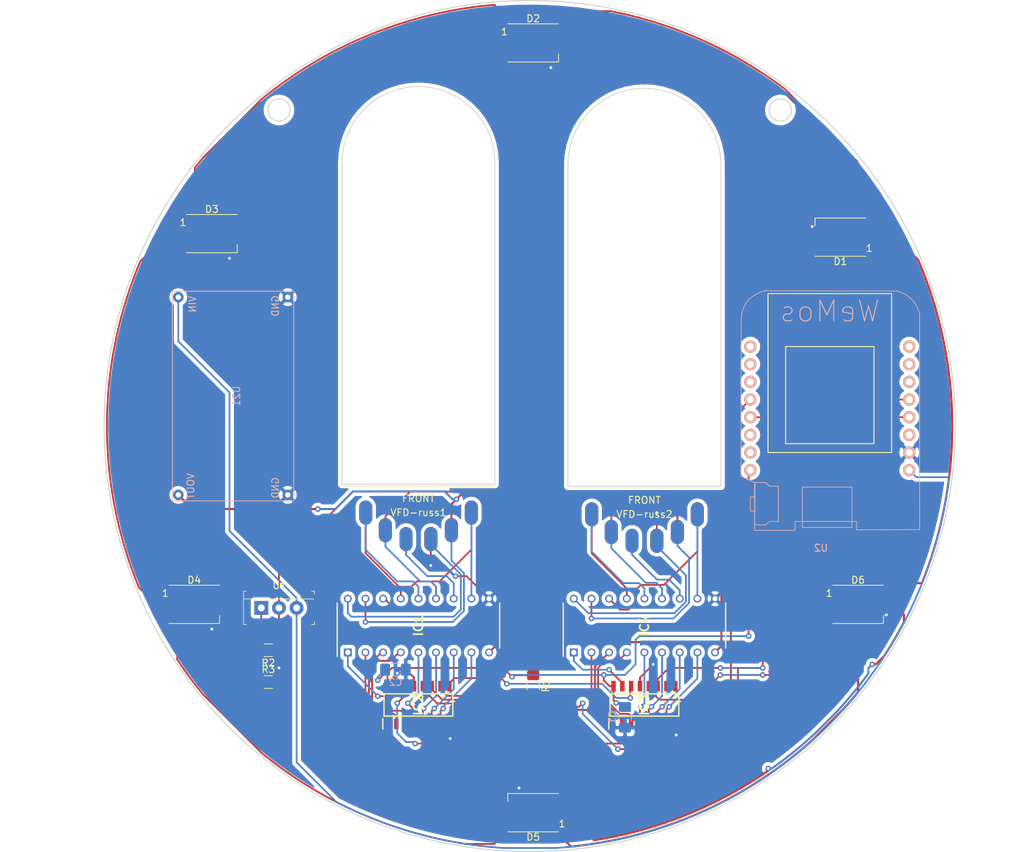
<source format=kicad_pcb>
(kicad_pcb (version 20171130) (host pcbnew "(5.1.4)-1")
  (layers (0 F.Cu signal) (31 B.Cu signal) (34 B.Paste user) (35 F.Paste user) (36 B.SilkS user) (37 F.SilkS user) (38 B.Mask user) (39 F.Mask user) (44 Edge.Cuts user))
  (net 0 "")
  (net 1 "Net-(IC1-Pad18)")
  (net 2 "Net-(IC1-Pad17)")
  (net 3 "Net-(IC1-Pad16)")
  (net 4 "Net-(IC1-Pad15)")
  (net 5 "Net-(IC1-Pad14)")
  (net 6 "Net-(IC1-Pad13)")
  (net 7 "Net-(IC1-Pad12)")
  (net 8 "Net-(IC1-Pad11)")
  (net 9 GND)
  (net 10 "Net-(IC1-Pad8)")
  (net 11 "Net-(IC1-Pad7)")
  (net 12 "Net-(IC1-Pad6)")
  (net 13 "Net-(IC1-Pad5)")
  (net 14 "Net-(IC1-Pad4)")
  (net 15 "Net-(IC1-Pad3)")
  (net 16 "Net-(IC1-Pad2)")
  (net 17 "Net-(IC1-Pad1)")
  (net 18 "Net-(IC2-Pad9)")
  (net 19 "Net-(IC3-Pad15)")
  (net 20 "Net-(IC3-Pad7)")
  (net 21 "Net-(IC3-Pad6)")
  (net 22 "Net-(IC3-Pad5)")
  (net 23 "Net-(IC3-Pad4)")
  (net 24 "Net-(IC3-Pad3)")
  (net 25 "Net-(IC3-Pad2)")
  (net 26 "Net-(IC3-Pad1)")
  (net 27 "Net-(IC4-Pad18)")
  (net 28 "Net-(IC4-Pad17)")
  (net 29 "Net-(IC4-Pad16)")
  (net 30 "Net-(IC4-Pad15)")
  (net 31 "Net-(IC4-Pad14)")
  (net 32 "Net-(IC4-Pad13)")
  (net 33 "Net-(IC4-Pad12)")
  (net 34 "Net-(IC4-Pad11)")
  (net 35 SRCLK)
  (net 36 RCLK)
  (net 37 SER)
  (net 38 VCC24)
  (net 39 VCC5)
  (net 40 VCC1.5)
  (net 41 "Net-(C1-Pad1)")
  (net 42 "Net-(D1-Pad1)")
  (net 43 "Net-(D1-Pad2)")
  (net 44 "Net-(D1-Pad4)")
  (net 45 "Net-(D2-Pad2)")
  (net 46 "Net-(D3-Pad2)")
  (net 47 "Net-(D4-Pad2)")
  (net 48 "Net-(D5-Pad2)")
  (net 49 "Net-(IC2-Pad10)")
  (net 50 "Net-(R2-Pad2)")
  (module LED_SMD:LED_WS2812B_PLCC4_5.0x5.0mm_P3.2mm (layer F.Cu) (at 232.664 48.768 180)
    (fp_text reference D1 (at 0 -3.5) (layer F.SilkS))
    (fp_text value WS2812B)
    (fp_text user 1 (at -4.15 -1.6) (layer F.SilkS))
    (pad 1 smd rect (at -2.45 -1.6 180) (size 1.5 1) (layers F.Cu F.Paste F.Mask) (net 42 "Net-(D1-Pad1)"))
    (pad 2 smd rect (at -2.45 1.6 180) (size 1.5 1) (layers F.Cu F.Paste F.Mask) (net 43 "Net-(D1-Pad2)"))
    (pad 4 smd rect (at 2.45 -1.6 180) (size 1.5 1) (layers F.Cu F.Paste F.Mask) (net 44 "Net-(D1-Pad4)"))
    (pad 3 smd rect (at 2.45 1.6 180) (size 1.5 1) (layers F.Cu F.Paste F.Mask) (net 9 GND))
  )
  (module XMas:24vAMAZON (layer B.Cu) (at 145.288 71.628 270)
    (fp_text reference U21 (at 0 -0.5 270) (layer B.SilkS) (effects (justify mirror)))
    (fp_text value 24vAMAZON)
    (fp_text user VOUT (at 12.954 6.096 270) (layer B.SilkS) (effects (justify mirror)))
    (fp_text user GND (at 13.208 -6.096 270) (layer B.SilkS) (effects (justify mirror)))
    (fp_text user GND (at -12.954 -6.096 270) (layer B.SilkS) (effects (justify mirror)))
    (fp_text user VIN (at -13.208 5.842 270) (layer B.SilkS) (effects (justify mirror)))
    (pad 4 thru_hole circle (at 14.224 -7.874 270) (size 1.524 1.524) (drill 0.762) (layers *.Cu *.Mask) (net 9 GND))
    (pad 3 thru_hole circle (at 14.224 7.874 270) (size 1.524 1.524) (drill 0.762) (layers *.Cu *.Mask) (net 38 VCC24))
    (pad 2 thru_hole circle (at -14.224 -7.874 270) (size 1.524 1.524) (drill 0.762) (layers *.Cu *.Mask) (net 9 GND))
    (pad 1 thru_hole circle (at -14.224 7.874 270) (size 1.524 1.524) (drill 0.762) (layers *.Cu *.Mask) (net 39 VCC5))
  )
  (module Wimos:D1_mini_board (layer B.Cu) (at 231.14 74.676 180)
    (fp_text reference U2 (at 1.27 -18.81) (layer B.SilkS) (effects (justify mirror)))
    (fp_text value WeMos_mini)
    (fp_text user WeMos (at 0 15.24) (layer B.SilkS) (effects (font (size 3 3)) (justify mirror)))
    (pad 9 thru_hole circle (at 11.43 10.16 180) (size 1.8 1.8) (drill 1.016) (layers *.Cu *.Mask B.SilkS))
    (pad 10 thru_hole circle (at 11.43 7.62 180) (size 1.8 1.8) (drill 1.016) (layers *.Cu *.Mask B.SilkS))
    (pad 11 thru_hole circle (at 11.43 5.08 180) (size 1.8 1.8) (drill 1.016) (layers *.Cu *.Mask B.SilkS))
    (pad 12 thru_hole circle (at 11.43 2.54 180) (size 1.8 1.8) (drill 1.016) (layers *.Cu *.Mask B.SilkS) (net 37 SER))
    (pad 13 thru_hole circle (at 11.43 0 180) (size 1.8 1.8) (drill 1.016) (layers *.Cu *.Mask B.SilkS) (net 44 "Net-(D1-Pad4)"))
    (pad 14 thru_hole circle (at 11.43 -2.54 180) (size 1.8 1.8) (drill 1.016) (layers *.Cu *.Mask B.SilkS))
    (pad 15 thru_hole circle (at 11.43 -5.08 180) (size 1.8 1.8) (drill 1.016) (layers *.Cu *.Mask B.SilkS))
    (pad 16 thru_hole circle (at 11.43 -7.62 180) (size 1.8 1.8) (drill 1.016) (layers *.Cu *.Mask B.SilkS) (net 41 "Net-(C1-Pad1)"))
    (pad 1 thru_hole circle (at -11.43 -7.62 180) (size 1.8 1.8) (drill 1.016) (layers *.Cu *.Mask B.SilkS) (net 39 VCC5))
    (pad 2 thru_hole circle (at -11.43 -5.08 180) (size 1.8 1.8) (drill 1.016) (layers *.Cu *.Mask B.SilkS) (net 9 GND))
    (pad 3 thru_hole circle (at -11.43 -2.54 180) (size 1.8 1.8) (drill 1.016) (layers *.Cu *.Mask B.SilkS))
    (pad 4 thru_hole circle (at -11.43 0 180) (size 1.8 1.8) (drill 1.016) (layers *.Cu *.Mask B.SilkS) (net 36 RCLK))
    (pad 5 thru_hole circle (at -11.43 2.54 180) (size 1.8 1.8) (drill 1.016) (layers *.Cu *.Mask B.SilkS) (net 35 SRCLK))
    (pad 6 thru_hole circle (at -11.43 5.08 180) (size 1.8 1.8) (drill 1.016) (layers *.Cu *.Mask B.SilkS))
    (pad 7 thru_hole circle (at -11.43 7.62 180) (size 1.8 1.8) (drill 1.016) (layers *.Cu *.Mask B.SilkS))
    (pad 8 thru_hole circle (at -11.43 10.16 180) (size 1.8 1.8) (drill 1.016) (layers *.Cu *.Mask B.SilkS))
  )
  (module digikey-footprints:TO-220-3 (layer F.Cu) (at 149.352 102.108)
    (fp_text reference U1 (at 2.62 -3.22) (layer F.SilkS))
    (fp_text value LM317T)
    (pad 3 thru_hole circle (at 5.08 0) (size 2 2) (drill 1) (layers *.Cu *.Mask) (net 39 VCC5))
    (pad 2 thru_hole circle (at 2.54 0) (size 2 2) (drill 1) (layers *.Cu *.Mask) (net 40 VCC1.5))
    (pad 1 thru_hole rect (at 0 0) (size 2 2) (drill 1) (layers *.Cu *.Mask) (net 50 "Net-(R2-Pad2)"))
  )
  (module Resistor_SMD:R_1206_3216Metric_Pad1.42x1.75mm_HandSolder (layer F.Cu) (at 150.368 112.776)
    (fp_text reference R3 (at 0 -1.82) (layer F.SilkS))
    (fp_text value 100)
    (pad 2 smd roundrect (at 1.4875 0) (size 1.425 1.75) (layers F.Cu F.Paste F.Mask) (roundrect_rratio 0.175439) (net 9 GND))
    (pad 1 smd roundrect (at -1.4875 0) (size 1.425 1.75) (layers F.Cu F.Paste F.Mask) (roundrect_rratio 0.175439) (net 50 "Net-(R2-Pad2)"))
  )
  (module Resistor_SMD:R_1206_3216Metric_Pad1.42x1.75mm_HandSolder (layer F.Cu) (at 150.368 108.204 180)
    (fp_text reference R2 (at 0 -1.82) (layer F.SilkS))
    (fp_text value 330)
    (pad 2 smd roundrect (at 1.4875 0 180) (size 1.425 1.75) (layers F.Cu F.Paste F.Mask) (roundrect_rratio 0.175439) (net 50 "Net-(R2-Pad2)"))
    (pad 1 smd roundrect (at -1.4875 0 180) (size 1.425 1.75) (layers F.Cu F.Paste F.Mask) (roundrect_rratio 0.175439) (net 40 VCC1.5))
  )
  (module LED_SMD:LED_WS2812B_PLCC4_5.0x5.0mm_P3.2mm (layer F.Cu) (at 235.204 101.6)
    (fp_text reference D6 (at 0 -3.5) (layer F.SilkS))
    (fp_text value WS2812B)
    (fp_text user 1 (at -4.15 -1.6) (layer F.SilkS))
    (pad 1 smd rect (at -2.45 -1.6) (size 1.5 1) (layers F.Cu F.Paste F.Mask) (net 42 "Net-(D1-Pad1)"))
    (pad 2 smd rect (at -2.45 1.6) (size 1.5 1) (layers F.Cu F.Paste F.Mask))
    (pad 4 smd rect (at 2.45 -1.6) (size 1.5 1) (layers F.Cu F.Paste F.Mask) (net 48 "Net-(D5-Pad2)"))
    (pad 3 smd rect (at 2.45 1.6) (size 1.5 1) (layers F.Cu F.Paste F.Mask) (net 9 GND))
  )
  (module LED_SMD:LED_WS2812B_PLCC4_5.0x5.0mm_P3.2mm (layer F.Cu) (at 188.468 131.572 180)
    (fp_text reference D5 (at 0 -3.5) (layer F.SilkS))
    (fp_text value WS2812B)
    (fp_text user 1 (at -4.15 -1.6) (layer F.SilkS))
    (pad 1 smd rect (at -2.45 -1.6 180) (size 1.5 1) (layers F.Cu F.Paste F.Mask) (net 42 "Net-(D1-Pad1)"))
    (pad 2 smd rect (at -2.45 1.6 180) (size 1.5 1) (layers F.Cu F.Paste F.Mask) (net 48 "Net-(D5-Pad2)"))
    (pad 4 smd rect (at 2.45 -1.6 180) (size 1.5 1) (layers F.Cu F.Paste F.Mask) (net 47 "Net-(D4-Pad2)"))
    (pad 3 smd rect (at 2.45 1.6 180) (size 1.5 1) (layers F.Cu F.Paste F.Mask) (net 9 GND))
  )
  (module LED_SMD:LED_WS2812B_PLCC4_5.0x5.0mm_P3.2mm (layer F.Cu) (at 139.7 101.6)
    (fp_text reference D4 (at 0 -3.5) (layer F.SilkS))
    (fp_text value WS2812B)
    (fp_text user 1 (at -4.15 -1.6) (layer F.SilkS))
    (pad 1 smd rect (at -2.45 -1.6) (size 1.5 1) (layers F.Cu F.Paste F.Mask) (net 42 "Net-(D1-Pad1)"))
    (pad 2 smd rect (at -2.45 1.6) (size 1.5 1) (layers F.Cu F.Paste F.Mask) (net 47 "Net-(D4-Pad2)"))
    (pad 4 smd rect (at 2.45 -1.6) (size 1.5 1) (layers F.Cu F.Paste F.Mask) (net 46 "Net-(D3-Pad2)"))
    (pad 3 smd rect (at 2.45 1.6) (size 1.5 1) (layers F.Cu F.Paste F.Mask) (net 9 GND))
  )
  (module LED_SMD:LED_WS2812B_PLCC4_5.0x5.0mm_P3.2mm (layer F.Cu) (at 142.24 48.26)
    (fp_text reference D3 (at 0 -3.5) (layer F.SilkS))
    (fp_text value WS2812B)
    (fp_text user 1 (at -4.15 -1.6) (layer F.SilkS))
    (pad 1 smd rect (at -2.45 -1.6) (size 1.5 1) (layers F.Cu F.Paste F.Mask) (net 42 "Net-(D1-Pad1)"))
    (pad 2 smd rect (at -2.45 1.6) (size 1.5 1) (layers F.Cu F.Paste F.Mask) (net 46 "Net-(D3-Pad2)"))
    (pad 4 smd rect (at 2.45 -1.6) (size 1.5 1) (layers F.Cu F.Paste F.Mask) (net 45 "Net-(D2-Pad2)"))
    (pad 3 smd rect (at 2.45 1.6) (size 1.5 1) (layers F.Cu F.Paste F.Mask) (net 9 GND))
  )
  (module LED_SMD:LED_WS2812B_PLCC4_5.0x5.0mm_P3.2mm (layer F.Cu) (at 188.468 20.828)
    (fp_text reference D2 (at 0 -3.5) (layer F.SilkS))
    (fp_text value WS2812B)
    (fp_text user 1 (at -4.15 -1.6) (layer F.SilkS))
    (pad 1 smd rect (at -2.45 -1.6) (size 1.5 1) (layers F.Cu F.Paste F.Mask) (net 42 "Net-(D1-Pad1)"))
    (pad 2 smd rect (at -2.45 1.6) (size 1.5 1) (layers F.Cu F.Paste F.Mask) (net 45 "Net-(D2-Pad2)"))
    (pad 4 smd rect (at 2.45 -1.6) (size 1.5 1) (layers F.Cu F.Paste F.Mask) (net 43 "Net-(D1-Pad2)"))
    (pad 3 smd rect (at 2.45 1.6) (size 1.5 1) (layers F.Cu F.Paste F.Mask) (net 9 GND))
  )
  (module Resistor_SMD:R_1206_3216Metric_Pad1.42x1.75mm_HandSolder (layer F.Cu) (at 188.468 113.284 270)
    (fp_text reference R1 (at 0 -1.82 90) (layer F.SilkS))
    (fp_text value 300)
    (pad 1 smd roundrect (at -1.4875 0 270) (size 1.425 1.75) (layers F.Cu F.Paste F.Mask) (roundrect_rratio 0.175439) (net 41 "Net-(C1-Pad1)"))
    (pad 2 smd roundrect (at 1.4875 0 270) (size 1.425 1.75) (layers F.Cu F.Paste F.Mask) (roundrect_rratio 0.175439) (net 49 "Net-(IC2-Pad10)"))
  )
  (module Capacitor_SMD:C_1206_3216Metric_Pad1.42x1.75mm_HandSolder (layer B.Cu) (at 168.656 110.998)
    (fp_text reference C2 (at 0 1.82) (layer B.SilkS) (effects (justify mirror)))
    (fp_text value 0.1uF)
    (pad 2 smd roundrect (at 1.4875 0) (size 1.425 1.75) (layers B.Cu B.Paste B.Mask) (roundrect_rratio 0.175439) (net 9 GND))
    (pad 1 smd roundrect (at -1.4875 0) (size 1.425 1.75) (layers B.Cu B.Paste B.Mask) (roundrect_rratio 0.175439) (net 41 "Net-(C1-Pad1)"))
  )
  (module Capacitor_SMD:C_1206_3216Metric_Pad1.42x1.75mm_HandSolder (layer B.Cu) (at 201.676 117.856 270)
    (fp_text reference C1 (at 0 1.82 270) (layer B.SilkS) (effects (justify mirror)))
    (fp_text value 0.1uF)
    (pad 2 smd roundrect (at 1.4875 0 270) (size 1.425 1.75) (layers B.Cu B.Paste B.Mask) (roundrect_rratio 0.175439) (net 9 GND))
    (pad 1 smd roundrect (at -1.4875 0 270) (size 1.425 1.75) (layers B.Cu B.Paste B.Mask) (roundrect_rratio 0.175439) (net 41 "Net-(C1-Pad1)"))
  )
  (module XMas:IV-11-russ (layer F.Cu) (at 204.47 84.836)
    (fp_text reference VFD-russ2 (at 0 3.81) (layer F.SilkS))
    (fp_text value IV-11-russ)
    (fp_line (start 11 -0.254) (end -11 -0.254) (layer Edge.Cuts) (width 0.12))
    (fp_line (start -11 -46.482) (end -11 -0.254) (layer Edge.Cuts) (width 0.12))
    (fp_line (start 11 -46.482) (end 11 -0.254) (layer Edge.Cuts) (width 0.12))
    (fp_arc (start 0 -46.482) (end 11 -46.482) (angle -180) (layer Edge.Cuts) (width 0.12))
    (fp_text user FRONT (at 0 1.778) (layer F.SilkS))
    (pad 11 smd oval (at -4.750641 6.35 90) (size 3.5 1.9) (layers F.Cu F.Paste F.Mask) (net 40 VCC1.5))
    (pad 10 smd oval (at -7.573555 3.81 90) (size 3.5 1.9) (layers F.Cu F.Paste F.Mask) (net 30 "Net-(IC4-Pad15)"))
    (pad 9 smd oval (at -7.573555 3.81 90) (size 3.5 1.9) (layers B.Cu B.Paste B.Mask) (net 31 "Net-(IC4-Pad14)"))
    (pad 8 smd oval (at -4.75064 6.35 90) (size 3.5 1.9) (layers B.Cu B.Paste B.Mask) (net 32 "Net-(IC4-Pad13)"))
    (pad 7 smd oval (at -1.778 7.62 90) (size 3.5 1.9) (layers B.Cu B.Adhes B.Mask) (net 33 "Net-(IC4-Pad12)"))
    (pad 6 smd oval (at 1.806915 7.62 90) (size 3.5 1.9) (layers B.Cu B.Paste B.Mask) (net 27 "Net-(IC4-Pad18)"))
    (pad 5 smd oval (at 4.750641 6.35 90) (size 3.5 1.9) (layers B.Cu B.Paste B.Mask) (net 28 "Net-(IC4-Pad17)"))
    (pad 4 smd oval (at 7.62 3.81 90) (size 3.5 1.9) (layers B.Cu B.Paste B.Mask) (net 34 "Net-(IC4-Pad11)"))
    (pad 3 smd oval (at 7.62 3.81 90) (size 3.5 1.9) (layers F.Cu F.Paste F.Mask) (net 29 "Net-(IC4-Pad16)"))
    (pad 2 smd oval (at 4.75064 6.35 90) (size 3.5 1.9) (layers F.Cu F.Paste F.Mask) (net 38 VCC24))
    (pad 1 smd oval (at 1.778 7.62 90) (size 3.5 1.9) (layers F.Cu F.Paste F.Mask) (net 9 GND))
  )
  (module XMas:IV-11-russ (layer F.Cu) (at 171.958 84.582)
    (fp_text reference VFD-russ1 (at 0 3.81) (layer F.SilkS))
    (fp_text value IV-11-russ)
    (fp_line (start 11 -0.254) (end -11 -0.254) (layer Edge.Cuts) (width 0.12))
    (fp_line (start -11 -46.482) (end -11 -0.254) (layer Edge.Cuts) (width 0.12))
    (fp_line (start 11 -46.482) (end 11 -0.254) (layer Edge.Cuts) (width 0.12))
    (fp_arc (start 0 -46.482) (end 11 -46.482) (angle -180) (layer Edge.Cuts) (width 0.12))
    (fp_text user FRONT (at 0 1.778) (layer F.SilkS))
    (pad 11 smd oval (at -4.750641 6.35 90) (size 3.5 1.9) (layers F.Cu F.Paste F.Mask) (net 40 VCC1.5))
    (pad 10 smd oval (at -7.573555 3.81 90) (size 3.5 1.9) (layers F.Cu F.Paste F.Mask) (net 4 "Net-(IC1-Pad15)"))
    (pad 9 smd oval (at -7.573555 3.81 90) (size 3.5 1.9) (layers B.Cu B.Paste B.Mask) (net 5 "Net-(IC1-Pad14)"))
    (pad 8 smd oval (at -4.75064 6.35 90) (size 3.5 1.9) (layers B.Cu B.Paste B.Mask) (net 6 "Net-(IC1-Pad13)"))
    (pad 7 smd oval (at -1.778 7.62 90) (size 3.5 1.9) (layers B.Cu B.Adhes B.Mask) (net 7 "Net-(IC1-Pad12)"))
    (pad 6 smd oval (at 1.806915 7.62 90) (size 3.5 1.9) (layers B.Cu B.Paste B.Mask) (net 1 "Net-(IC1-Pad18)"))
    (pad 5 smd oval (at 4.750641 6.35 90) (size 3.5 1.9) (layers B.Cu B.Paste B.Mask) (net 2 "Net-(IC1-Pad17)"))
    (pad 4 smd oval (at 7.62 3.81 90) (size 3.5 1.9) (layers B.Cu B.Paste B.Mask) (net 8 "Net-(IC1-Pad11)"))
    (pad 3 smd oval (at 7.62 3.81 90) (size 3.5 1.9) (layers F.Cu F.Paste F.Mask) (net 3 "Net-(IC1-Pad16)"))
    (pad 2 smd oval (at 4.75064 6.35 90) (size 3.5 1.9) (layers F.Cu F.Paste F.Mask) (net 38 VCC24))
    (pad 1 smd oval (at 1.778 7.62 90) (size 3.5 1.9) (layers F.Cu F.Paste F.Mask) (net 9 GND))
  )
  (module DIP773W53P254L2337H394Q18N (layer F.Cu) (at 171.958 104.648 90)
    (fp_text reference IC1 (at 0 0 90) (layer F.SilkS) (effects (font (size 1.27 1.27) (thickness 0.254))))
    (fp_text value MIC2981_82YN hide)
    (pad 18 thru_hole circle (at 3.866 -10.16 90) (size 1.133 1.133) (drill 0.733) (layers *.Cu *.Mask) (net 1 "Net-(IC1-Pad18)"))
    (pad 17 thru_hole circle (at 3.866 -7.62 90) (size 1.133 1.133) (drill 0.733) (layers *.Cu *.Mask) (net 2 "Net-(IC1-Pad17)"))
    (pad 16 thru_hole circle (at 3.866 -5.08 90) (size 1.133 1.133) (drill 0.733) (layers *.Cu *.Mask) (net 3 "Net-(IC1-Pad16)"))
    (pad 15 thru_hole circle (at 3.866 -2.54 90) (size 1.133 1.133) (drill 0.733) (layers *.Cu *.Mask) (net 4 "Net-(IC1-Pad15)"))
    (pad 14 thru_hole circle (at 3.866 0 90) (size 1.133 1.133) (drill 0.733) (layers *.Cu *.Mask) (net 5 "Net-(IC1-Pad14)"))
    (pad 13 thru_hole circle (at 3.866 2.54 90) (size 1.133 1.133) (drill 0.733) (layers *.Cu *.Mask) (net 6 "Net-(IC1-Pad13)"))
    (pad 12 thru_hole circle (at 3.866 5.08 90) (size 1.133 1.133) (drill 0.733) (layers *.Cu *.Mask) (net 7 "Net-(IC1-Pad12)"))
    (pad 11 thru_hole circle (at 3.866 7.62 90) (size 1.133 1.133) (drill 0.733) (layers *.Cu *.Mask) (net 8 "Net-(IC1-Pad11)"))
    (pad 10 thru_hole circle (at 3.866 10.16 90) (size 1.133 1.133) (drill 0.733) (layers *.Cu *.Mask) (net 9 GND))
    (pad 9 thru_hole circle (at -3.866 10.16 90) (size 1.133 1.133) (drill 0.733) (layers *.Cu *.Mask) (net 38 VCC24))
    (pad 8 thru_hole circle (at -3.866 7.62 90) (size 1.133 1.133) (drill 0.733) (layers *.Cu *.Mask) (net 10 "Net-(IC1-Pad8)"))
    (pad 7 thru_hole circle (at -3.866 5.08 90) (size 1.133 1.133) (drill 0.733) (layers *.Cu *.Mask) (net 11 "Net-(IC1-Pad7)"))
    (pad 6 thru_hole circle (at -3.866 2.54 90) (size 1.133 1.133) (drill 0.733) (layers *.Cu *.Mask) (net 12 "Net-(IC1-Pad6)"))
    (pad 5 thru_hole circle (at -3.866 0 90) (size 1.133 1.133) (drill 0.733) (layers *.Cu *.Mask) (net 13 "Net-(IC1-Pad5)"))
    (pad 4 thru_hole circle (at -3.866 -2.54 90) (size 1.133 1.133) (drill 0.733) (layers *.Cu *.Mask) (net 14 "Net-(IC1-Pad4)"))
    (pad 3 thru_hole circle (at -3.866 -5.08 90) (size 1.133 1.133) (drill 0.733) (layers *.Cu *.Mask) (net 15 "Net-(IC1-Pad3)"))
    (pad 2 thru_hole circle (at -3.866 -7.62 90) (size 1.133 1.133) (drill 0.733) (layers *.Cu *.Mask) (net 16 "Net-(IC1-Pad2)"))
    (pad 1 thru_hole rect (at -3.866 -10.16 90) (size 1.133 1.133) (drill 0.733) (layers *.Cu *.Mask) (net 17 "Net-(IC1-Pad1)"))
  )
  (module SOIC127P600X175-16N (layer F.Cu) (at 171.958 116.078 90)
    (fp_text reference IC2 (at 0 0 90) (layer F.SilkS) (effects (font (size 1.27 1.27) (thickness 0.254))))
    (fp_text value SN74HC595D hide)
    (pad 1 smd rect (at -2.712 -4.445 180) (size 0.65 1.525) (layers F.Cu F.Paste F.Mask) (net 16 "Net-(IC1-Pad2)"))
    (pad 2 smd rect (at -2.712 -3.175 180) (size 0.65 1.525) (layers F.Cu F.Paste F.Mask) (net 15 "Net-(IC1-Pad3)"))
    (pad 3 smd rect (at -2.712 -1.905 180) (size 0.65 1.525) (layers F.Cu F.Paste F.Mask) (net 14 "Net-(IC1-Pad4)"))
    (pad 4 smd rect (at -2.712 -0.635 180) (size 0.65 1.525) (layers F.Cu F.Paste F.Mask) (net 13 "Net-(IC1-Pad5)"))
    (pad 5 smd rect (at -2.712 0.635 180) (size 0.65 1.525) (layers F.Cu F.Paste F.Mask) (net 12 "Net-(IC1-Pad6)"))
    (pad 6 smd rect (at -2.712 1.905 180) (size 0.65 1.525) (layers F.Cu F.Paste F.Mask) (net 11 "Net-(IC1-Pad7)"))
    (pad 7 smd rect (at -2.712 3.175 180) (size 0.65 1.525) (layers F.Cu F.Paste F.Mask) (net 10 "Net-(IC1-Pad8)"))
    (pad 8 smd rect (at -2.712 4.445 180) (size 0.65 1.525) (layers F.Cu F.Paste F.Mask) (net 9 GND))
    (pad 9 smd rect (at 2.712 4.445 180) (size 0.65 1.525) (layers F.Cu F.Paste F.Mask) (net 18 "Net-(IC2-Pad9)"))
    (pad 10 smd rect (at 2.712 3.175 180) (size 0.65 1.525) (layers F.Cu F.Paste F.Mask) (net 49 "Net-(IC2-Pad10)"))
    (pad 11 smd rect (at 2.712 1.905 180) (size 0.65 1.525) (layers F.Cu F.Paste F.Mask) (net 35 SRCLK))
    (pad 12 smd rect (at 2.712 0.635 180) (size 0.65 1.525) (layers F.Cu F.Paste F.Mask) (net 36 RCLK))
    (pad 13 smd rect (at 2.712 -0.635 180) (size 0.65 1.525) (layers F.Cu F.Paste F.Mask) (net 9 GND))
    (pad 14 smd rect (at 2.712 -1.905 180) (size 0.65 1.525) (layers F.Cu F.Paste F.Mask) (net 37 SER))
    (pad 15 smd rect (at 2.712 -3.175 180) (size 0.65 1.525) (layers F.Cu F.Paste F.Mask) (net 17 "Net-(IC1-Pad1)"))
    (pad 16 smd rect (at 2.712 -4.445 180) (size 0.65 1.525) (layers F.Cu F.Paste F.Mask) (net 41 "Net-(C1-Pad1)"))
  )
  (module SOIC127P600X175-16N (layer F.Cu) (at 204.47 116.078 90)
    (fp_text reference IC3 (at 0 0 90) (layer F.SilkS) (effects (font (size 1.27 1.27) (thickness 0.254))))
    (fp_text value SN74HC595D hide)
    (pad 16 smd rect (at 2.712 -4.445 180) (size 0.65 1.525) (layers F.Cu F.Paste F.Mask) (net 41 "Net-(C1-Pad1)"))
    (pad 15 smd rect (at 2.712 -3.175 180) (size 0.65 1.525) (layers F.Cu F.Paste F.Mask) (net 19 "Net-(IC3-Pad15)"))
    (pad 14 smd rect (at 2.712 -1.905 180) (size 0.65 1.525) (layers F.Cu F.Paste F.Mask) (net 18 "Net-(IC2-Pad9)"))
    (pad 13 smd rect (at 2.712 -0.635 180) (size 0.65 1.525) (layers F.Cu F.Paste F.Mask) (net 9 GND))
    (pad 12 smd rect (at 2.712 0.635 180) (size 0.65 1.525) (layers F.Cu F.Paste F.Mask) (net 36 RCLK))
    (pad 11 smd rect (at 2.712 1.905 180) (size 0.65 1.525) (layers F.Cu F.Paste F.Mask) (net 35 SRCLK))
    (pad 10 smd rect (at 2.712 3.175 180) (size 0.65 1.525) (layers F.Cu F.Paste F.Mask))
    (pad 9 smd rect (at 2.712 4.445 180) (size 0.65 1.525) (layers F.Cu F.Paste F.Mask))
    (pad 8 smd rect (at -2.712 4.445 180) (size 0.65 1.525) (layers F.Cu F.Paste F.Mask) (net 9 GND))
    (pad 7 smd rect (at -2.712 3.175 180) (size 0.65 1.525) (layers F.Cu F.Paste F.Mask) (net 20 "Net-(IC3-Pad7)"))
    (pad 6 smd rect (at -2.712 1.905 180) (size 0.65 1.525) (layers F.Cu F.Paste F.Mask) (net 21 "Net-(IC3-Pad6)"))
    (pad 5 smd rect (at -2.712 0.635 180) (size 0.65 1.525) (layers F.Cu F.Paste F.Mask) (net 22 "Net-(IC3-Pad5)"))
    (pad 4 smd rect (at -2.712 -0.635 180) (size 0.65 1.525) (layers F.Cu F.Paste F.Mask) (net 23 "Net-(IC3-Pad4)"))
    (pad 3 smd rect (at -2.712 -1.905 180) (size 0.65 1.525) (layers F.Cu F.Paste F.Mask) (net 24 "Net-(IC3-Pad3)"))
    (pad 2 smd rect (at -2.712 -3.175 180) (size 0.65 1.525) (layers F.Cu F.Paste F.Mask) (net 25 "Net-(IC3-Pad2)"))
    (pad 1 smd rect (at -2.712 -4.445 180) (size 0.65 1.525) (layers F.Cu F.Paste F.Mask) (net 26 "Net-(IC3-Pad1)"))
  )
  (module DIP773W53P254L2337H394Q18N (layer F.Cu) (at 204.47 104.648 90)
    (fp_text reference IC4 (at 0 0 90) (layer F.SilkS) (effects (font (size 1.27 1.27) (thickness 0.254))))
    (fp_text value MIC2981_82YN hide)
    (pad 1 thru_hole rect (at -3.866 -10.16 90) (size 1.133 1.133) (drill 0.733) (layers *.Cu *.Mask) (net 19 "Net-(IC3-Pad15)"))
    (pad 2 thru_hole circle (at -3.866 -7.62 90) (size 1.133 1.133) (drill 0.733) (layers *.Cu *.Mask) (net 26 "Net-(IC3-Pad1)"))
    (pad 3 thru_hole circle (at -3.866 -5.08 90) (size 1.133 1.133) (drill 0.733) (layers *.Cu *.Mask) (net 25 "Net-(IC3-Pad2)"))
    (pad 4 thru_hole circle (at -3.866 -2.54 90) (size 1.133 1.133) (drill 0.733) (layers *.Cu *.Mask) (net 24 "Net-(IC3-Pad3)"))
    (pad 5 thru_hole circle (at -3.866 0 90) (size 1.133 1.133) (drill 0.733) (layers *.Cu *.Mask) (net 23 "Net-(IC3-Pad4)"))
    (pad 6 thru_hole circle (at -3.866 2.54 90) (size 1.133 1.133) (drill 0.733) (layers *.Cu *.Mask) (net 22 "Net-(IC3-Pad5)"))
    (pad 7 thru_hole circle (at -3.866 5.08 90) (size 1.133 1.133) (drill 0.733) (layers *.Cu *.Mask) (net 21 "Net-(IC3-Pad6)"))
    (pad 8 thru_hole circle (at -3.866 7.62 90) (size 1.133 1.133) (drill 0.733) (layers *.Cu *.Mask) (net 20 "Net-(IC3-Pad7)"))
    (pad 9 thru_hole circle (at -3.866 10.16 90) (size 1.133 1.133) (drill 0.733) (layers *.Cu *.Mask) (net 38 VCC24))
    (pad 10 thru_hole circle (at 3.866 10.16 90) (size 1.133 1.133) (drill 0.733) (layers *.Cu *.Mask) (net 9 GND))
    (pad 11 thru_hole circle (at 3.866 7.62 90) (size 1.133 1.133) (drill 0.733) (layers *.Cu *.Mask) (net 34 "Net-(IC4-Pad11)"))
    (pad 12 thru_hole circle (at 3.866 5.08 90) (size 1.133 1.133) (drill 0.733) (layers *.Cu *.Mask) (net 33 "Net-(IC4-Pad12)"))
    (pad 13 thru_hole circle (at 3.866 2.54 90) (size 1.133 1.133) (drill 0.733) (layers *.Cu *.Mask) (net 32 "Net-(IC4-Pad13)"))
    (pad 14 thru_hole circle (at 3.866 0 90) (size 1.133 1.133) (drill 0.733) (layers *.Cu *.Mask) (net 31 "Net-(IC4-Pad14)"))
    (pad 15 thru_hole circle (at 3.866 -2.54 90) (size 1.133 1.133) (drill 0.733) (layers *.Cu *.Mask) (net 30 "Net-(IC4-Pad15)"))
    (pad 16 thru_hole circle (at 3.866 -5.08 90) (size 1.133 1.133) (drill 0.733) (layers *.Cu *.Mask) (net 29 "Net-(IC4-Pad16)"))
    (pad 17 thru_hole circle (at 3.866 -7.62 90) (size 1.133 1.133) (drill 0.733) (layers *.Cu *.Mask) (net 28 "Net-(IC4-Pad17)"))
    (pad 18 thru_hole circle (at 3.866 -10.16 90) (size 1.133 1.133) (drill 0.733) (layers *.Cu *.Mask) (net 27 "Net-(IC4-Pad18)"))
  )
  (gr_circle (center 151.892 30.48) (end 153.498437 30.48) (layer Edge.Cuts) (width 0.15))
  (gr_circle (center 224.028 30.48) (end 225.634437 30.48) (layer Edge.Cuts) (width 0.15))
  (gr_circle (center 187.96 75.946) (end 249.177689 75.946) (layer Edge.Cuts) (width 0.15))
  (segment (start 161.798 102.87) (end 161.798 100.528) (width 0.25) (layer B.Cu) (net 1))
  (segment (start 173.764915 93.002) (end 178.054 97.291085) (width 0.25) (layer B.Cu) (net 1))
  (segment (start 173.764915 92.202) (end 173.764915 93.002) (width 0.25) (layer B.Cu) (net 1))
  (segment (start 178.054 97.291085) (end 178.054 102.362) (width 0.25) (layer B.Cu) (net 1))
  (segment (start 178.054 102.362) (end 177.038 103.378) (width 0.25) (layer B.Cu) (net 1))
  (segment (start 177.038 103.378) (end 162.306 103.378) (width 0.25) (layer B.Cu) (net 1))
  (segment (start 162.306 103.378) (end 161.798 102.87) (width 0.25) (layer B.Cu) (net 1))
  (segment (start 176.708641 90.932) (end 176.708641 95.309316) (width 0.25) (layer B.Cu) (net 2))
  (segment (start 178.50401 97.104685) (end 178.504009 102.548401) (width 0.25) (layer B.Cu) (net 2))
  (segment (start 176.708641 95.309316) (end 178.50401 97.104685) (width 0.25) (layer B.Cu) (net 2))
  (via (at 164.338 104.14) (size 0.8) (drill 0.4) (layers F.Cu B.Cu) (net 2))
  (segment (start 178.504009 102.548401) (end 176.91241 104.14) (width 0.25) (layer B.Cu) (net 2))
  (segment (start 176.91241 104.14) (end 164.338 104.14) (width 0.25) (layer B.Cu) (net 2))
  (segment (start 164.338 104.14) (end 164.338 100.528) (width 0.25) (layer F.Cu) (net 2))
  (segment (start 179.578 93.726) (end 179.578 88.392) (width 0.25) (layer F.Cu) (net 3))
  (segment (start 175.006 98.298) (end 179.578 93.726) (width 0.25) (layer F.Cu) (net 3))
  (segment (start 171.704 98.298) (end 175.006 98.298) (width 0.25) (layer F.Cu) (net 3))
  (segment (start 167.444499 101.094499) (end 167.444499 101.150499) (width 0.25) (layer F.Cu) (net 3))
  (segment (start 166.878 100.528) (end 167.444499 101.094499) (width 0.25) (layer F.Cu) (net 3))
  (segment (start 167.444499 101.150499) (end 168.656 102.362) (width 0.25) (layer F.Cu) (net 3))
  (segment (start 170.688 99.314) (end 171.704 98.298) (width 0.25) (layer F.Cu) (net 3))
  (segment (start 168.656 102.362) (end 169.672 102.362) (width 0.25) (layer F.Cu) (net 3))
  (segment (start 169.672 102.362) (end 170.688 101.346) (width 0.25) (layer F.Cu) (net 3))
  (segment (start 170.688 101.346) (end 170.688 99.314) (width 0.25) (layer F.Cu) (net 3))
  (segment (start 169.418 100.528) (end 169.418 99.314) (width 0.25) (layer F.Cu) (net 4))
  (segment (start 169.418 99.314) (end 164.338 94.234) (width 0.25) (layer F.Cu) (net 4))
  (segment (start 164.384445 94.187555) (end 164.384445 88.392) (width 0.25) (layer F.Cu) (net 4))
  (segment (start 164.338 94.234) (end 164.384445 94.187555) (width 0.25) (layer F.Cu) (net 4))
  (segment (start 164.384445 90.392) (end 164.338 90.438445) (width 0.25) (layer B.Cu) (net 5))
  (segment (start 164.384445 88.392) (end 164.384445 90.392) (width 0.25) (layer B.Cu) (net 5))
  (segment (start 164.338 90.438445) (end 164.338 93.726) (width 0.25) (layer B.Cu) (net 5))
  (segment (start 164.338 93.726) (end 168.91 98.298) (width 0.25) (layer B.Cu) (net 5))
  (segment (start 168.91 98.298) (end 171.196 98.298) (width 0.25) (layer B.Cu) (net 5))
  (segment (start 171.196 98.298) (end 171.958 99.06) (width 0.25) (layer B.Cu) (net 5))
  (segment (start 171.958 99.06) (end 171.958 100.528) (width 0.25) (layer B.Cu) (net 5))
  (segment (start 174.498 99.06) (end 174.498 100.528) (width 0.25) (layer B.Cu) (net 6))
  (segment (start 173.736 98.298) (end 174.498 99.06) (width 0.25) (layer B.Cu) (net 6))
  (segment (start 172.212 98.298) (end 173.736 98.298) (width 0.25) (layer B.Cu) (net 6))
  (segment (start 167.20736 93.29336) (end 172.212 98.298) (width 0.25) (layer B.Cu) (net 6))
  (segment (start 167.20736 90.932) (end 167.20736 93.29336) (width 0.25) (layer B.Cu) (net 6))
  (segment (start 170.18 94.488) (end 170.18 92.202) (width 0.25) (layer B.Cu) (net 7))
  (segment (start 173.228 97.536) (end 170.18 94.488) (width 0.25) (layer B.Cu) (net 7))
  (segment (start 176.022 97.536) (end 173.228 97.536) (width 0.25) (layer B.Cu) (net 7))
  (segment (start 177.038 100.528) (end 177.038 98.552) (width 0.25) (layer B.Cu) (net 7))
  (segment (start 177.038 98.552) (end 176.022 97.536) (width 0.25) (layer B.Cu) (net 7))
  (segment (start 179.578 100.782) (end 179.578 88.392) (width 0.25) (layer B.Cu) (net 8))
  (segment (start 206.248 92.456) (end 206.248 88.392) (width 0.25) (layer F.Cu) (net 9))
  (via (at 206.248 88.392) (size 0.8) (drill 0.4) (layers F.Cu B.Cu) (net 9))
  (segment (start 176.403 119.8025) (end 176.53 119.9295) (width 0.25) (layer F.Cu) (net 9))
  (segment (start 176.403 118.79) (end 176.403 119.8025) (width 0.25) (layer F.Cu) (net 9))
  (via (at 176.53 120.904) (size 0.8) (drill 0.4) (layers F.Cu B.Cu) (net 9))
  (segment (start 176.53 119.9295) (end 176.53 120.904) (width 0.25) (layer F.Cu) (net 9))
  (segment (start 208.915 119.8025) (end 209.042 119.9295) (width 0.25) (layer F.Cu) (net 9))
  (segment (start 208.915 118.79) (end 208.915 119.8025) (width 0.25) (layer F.Cu) (net 9))
  (via (at 209.042 120.396) (size 0.8) (drill 0.4) (layers F.Cu B.Cu) (net 9))
  (segment (start 209.042 119.9295) (end 209.042 120.396) (width 0.25) (layer F.Cu) (net 9))
  (segment (start 203.835 113.366) (end 203.835 112.3535) (width 0.25) (layer F.Cu) (net 9))
  (via (at 168.91 111.506) (size 0.8) (drill 0.4) (layers F.Cu B.Cu) (net 9))
  (segment (start 171.323 112.141) (end 171.323 113.366) (width 0.25) (layer F.Cu) (net 9))
  (segment (start 170.688 111.506) (end 171.196 112.014) (width 0.25) (layer F.Cu) (net 9))
  (segment (start 168.91 111.506) (end 170.688 111.506) (width 0.25) (layer F.Cu) (net 9))
  (segment (start 170.942 111.76) (end 171.196 112.014) (width 0.25) (layer F.Cu) (net 9))
  (segment (start 171.196 112.014) (end 171.323 112.141) (width 0.25) (layer F.Cu) (net 9))
  (segment (start 169.6355 111.506) (end 170.1435 110.998) (width 0.25) (layer B.Cu) (net 9))
  (segment (start 168.91 111.506) (end 169.6355 111.506) (width 0.25) (layer B.Cu) (net 9))
  (via (at 239.268 103.124) (size 0.8) (drill 0.4) (layers F.Cu B.Cu) (net 9))
  (segment (start 237.654 103.2) (end 239.192 103.2) (width 0.25) (layer F.Cu) (net 9))
  (segment (start 239.192 103.2) (end 239.268 103.124) (width 0.25) (layer F.Cu) (net 9))
  (via (at 228.6 47.244) (size 0.8) (drill 0.4) (layers F.Cu B.Cu) (net 9))
  (segment (start 230.214 47.168) (end 228.676 47.168) (width 0.25) (layer F.Cu) (net 9))
  (segment (start 228.676 47.168) (end 228.6 47.244) (width 0.25) (layer F.Cu) (net 9))
  (via (at 191.008 24.384) (size 0.8) (drill 0.4) (layers F.Cu B.Cu) (net 9))
  (segment (start 190.918 22.428) (end 190.918 24.294) (width 0.25) (layer F.Cu) (net 9))
  (segment (start 190.918 24.294) (end 191.008 24.384) (width 0.25) (layer F.Cu) (net 9))
  (via (at 144.78 51.816) (size 0.8) (drill 0.4) (layers F.Cu B.Cu) (net 9))
  (segment (start 144.69 49.86) (end 144.69 51.726) (width 0.25) (layer F.Cu) (net 9))
  (segment (start 144.69 51.726) (end 144.78 51.816) (width 0.25) (layer F.Cu) (net 9))
  (segment (start 142.15 103.95) (end 142.24 104.04) (width 0.25) (layer F.Cu) (net 9))
  (segment (start 142.15 103.2) (end 142.15 103.95) (width 0.25) (layer F.Cu) (net 9))
  (segment (start 142.24 104.04) (end 142.24 105.156) (width 0.25) (layer F.Cu) (net 9))
  (via (at 151.892 110.744) (size 0.8) (drill 0.4) (layers F.Cu B.Cu) (net 9))
  (segment (start 151.8555 112.776) (end 151.8555 110.7805) (width 0.25) (layer F.Cu) (net 9))
  (segment (start 151.8555 110.7805) (end 151.892 110.744) (width 0.25) (layer F.Cu) (net 9))
  (via (at 186.436 128.016) (size 0.8) (drill 0.4) (layers F.Cu B.Cu) (net 9))
  (segment (start 186.018 129.972) (end 186.018 128.434) (width 0.25) (layer F.Cu) (net 9))
  (segment (start 186.018 128.434) (end 186.436 128.016) (width 0.25) (layer F.Cu) (net 9))
  (via (at 142.24 105.156) (size 0.8) (drill 0.4) (layers F.Cu B.Cu) (net 9))
  (segment (start 203.835 112.3535) (end 203.835 112.141) (width 0.25) (layer F.Cu) (net 9))
  (via (at 205.74 110.236) (size 0.8) (drill 0.4) (layers F.Cu B.Cu) (net 9))
  (segment (start 203.835 112.141) (end 205.74 110.236) (width 0.25) (layer F.Cu) (net 9))
  (segment (start 182.118 100.782) (end 178.872 97.536) (width 0.25) (layer F.Cu) (net 9))
  (via (at 177.282805 97.545195) (size 0.8) (drill 0.4) (layers F.Cu B.Cu) (net 9))
  (segment (start 178.872 97.536) (end 177.292 97.536) (width 0.25) (layer F.Cu) (net 9))
  (segment (start 177.292 97.536) (end 177.282805 97.545195) (width 0.25) (layer F.Cu) (net 9))
  (segment (start 177.282805 97.545195) (end 175.74961 96.012) (width 0.25) (layer B.Cu) (net 9))
  (via (at 173.736 96.012) (size 0.8) (drill 0.4) (layers F.Cu B.Cu) (net 9))
  (segment (start 175.74961 96.012) (end 173.736 96.012) (width 0.25) (layer B.Cu) (net 9))
  (segment (start 173.736 96.012) (end 173.736 92.202) (width 0.25) (layer F.Cu) (net 9))
  (via (at 175.514 116.586) (size 0.8) (drill 0.4) (layers F.Cu B.Cu) (net 10))
  (segment (start 175.133 118.79) (end 175.133 116.967) (width 0.25) (layer F.Cu) (net 10))
  (segment (start 175.133 116.967) (end 175.514 116.586) (width 0.25) (layer F.Cu) (net 10))
  (segment (start 179.578 112.268) (end 175.514 116.332) (width 0.25) (layer B.Cu) (net 10))
  (segment (start 179.578 108.26) (end 179.578 112.268) (width 0.25) (layer B.Cu) (net 10))
  (via (at 174.244 116.586) (size 0.8) (drill 0.4) (layers F.Cu B.Cu) (net 11))
  (segment (start 173.863 118.79) (end 173.863 116.967) (width 0.25) (layer F.Cu) (net 11))
  (segment (start 173.863 116.967) (end 174.244 116.586) (width 0.25) (layer F.Cu) (net 11))
  (segment (start 177.038 113.792) (end 174.244 116.586) (width 0.25) (layer B.Cu) (net 11))
  (segment (start 177.038 108.26) (end 177.038 113.792) (width 0.25) (layer B.Cu) (net 11))
  (via (at 172.72 116.586) (size 0.8) (drill 0.4) (layers F.Cu B.Cu) (net 12))
  (segment (start 172.593 118.79) (end 172.593 116.713) (width 0.25) (layer F.Cu) (net 12))
  (segment (start 172.593 116.713) (end 172.72 116.586) (width 0.25) (layer F.Cu) (net 12))
  (segment (start 174.498 114.808) (end 172.72 116.586) (width 0.25) (layer B.Cu) (net 12))
  (segment (start 174.498 108.26) (end 174.498 114.808) (width 0.25) (layer B.Cu) (net 12))
  (via (at 170.434 115.824) (size 0.8) (drill 0.4) (layers F.Cu B.Cu) (net 13))
  (segment (start 171.323 118.79) (end 171.323 116.713) (width 0.25) (layer F.Cu) (net 13))
  (segment (start 171.323 116.713) (end 171.196 116.586) (width 0.25) (layer F.Cu) (net 13))
  (segment (start 171.196 116.586) (end 170.434 115.824) (width 0.25) (layer F.Cu) (net 13))
  (segment (start 170.434 115.824) (end 171.958 114.3) (width 0.25) (layer B.Cu) (net 13))
  (segment (start 171.958 108.26) (end 171.958 114.3) (width 0.25) (layer B.Cu) (net 13))
  (segment (start 170.053 118.3525) (end 170.053 118.79) (width 0.25) (layer F.Cu) (net 14))
  (segment (start 170.053 118.79) (end 170.053 118.237) (width 0.25) (layer F.Cu) (net 14))
  (segment (start 166.116 109.728) (end 167.95 109.728) (width 0.25) (layer F.Cu) (net 14))
  (segment (start 170.053 117.475) (end 169.47599 116.89799) (width 0.25) (layer F.Cu) (net 14))
  (segment (start 170.053 118.79) (end 170.053 117.475) (width 0.25) (layer F.Cu) (net 14))
  (segment (start 169.47599 116.89799) (end 166.31881 116.89799) (width 0.25) (layer F.Cu) (net 14))
  (segment (start 166.31881 116.89799) (end 165.29601 115.87519) (width 0.25) (layer F.Cu) (net 14))
  (segment (start 165.29601 115.87519) (end 165.29601 110.54799) (width 0.25) (layer F.Cu) (net 14))
  (segment (start 167.95 109.728) (end 169.418 108.26) (width 0.25) (layer F.Cu) (net 14))
  (segment (start 165.29601 110.54799) (end 166.116 109.728) (width 0.25) (layer F.Cu) (net 14))
  (segment (start 168.783 118.3525) (end 168.783 118.79) (width 0.25) (layer F.Cu) (net 15))
  (segment (start 168.783 117.729) (end 168.783 118.79) (width 0.25) (layer F.Cu) (net 15))
  (segment (start 168.402 117.348) (end 168.783 117.729) (width 0.25) (layer F.Cu) (net 15))
  (segment (start 166.13241 117.348) (end 168.402 117.348) (width 0.25) (layer F.Cu) (net 15))
  (segment (start 164.846 116.06159) (end 166.13241 117.348) (width 0.25) (layer F.Cu) (net 15))
  (segment (start 166.878 108.26) (end 164.846 110.292) (width 0.25) (layer F.Cu) (net 15))
  (segment (start 164.846 110.292) (end 164.846 116.06159) (width 0.25) (layer F.Cu) (net 15))
  (segment (start 166.938 118.79) (end 167.513 118.79) (width 0.25) (layer F.Cu) (net 16))
  (segment (start 164.338 108.26) (end 164.338 116.19) (width 0.25) (layer F.Cu) (net 16))
  (segment (start 164.338 116.19) (end 166.938 118.79) (width 0.25) (layer F.Cu) (net 16))
  (segment (start 168.783 113.366) (end 168.783 112.9285) (width 0.25) (layer F.Cu) (net 17))
  (segment (start 161.798 109.728) (end 161.798 108.26) (width 0.25) (layer B.Cu) (net 17))
  (segment (start 168.783 113.366) (end 168.783 114.681) (width 0.25) (layer F.Cu) (net 17))
  (segment (start 168.783 114.681) (end 168.656 114.808) (width 0.25) (layer F.Cu) (net 17))
  (via (at 166.116 114.808) (size 0.8) (drill 0.4) (layers F.Cu B.Cu) (net 17))
  (segment (start 168.656 114.808) (end 166.116 114.808) (width 0.25) (layer F.Cu) (net 17))
  (segment (start 161.798 110.49) (end 161.798 109.728) (width 0.25) (layer B.Cu) (net 17))
  (segment (start 166.116 114.808) (end 161.798 110.49) (width 0.25) (layer B.Cu) (net 17))
  (segment (start 176.403 112.9285) (end 177.12149 112.21001) (width 0.25) (layer F.Cu) (net 18))
  (segment (start 176.403 113.366) (end 176.403 112.9285) (width 0.25) (layer F.Cu) (net 18))
  (segment (start 177.12149 112.21001) (end 183.83801 112.21001) (width 0.25) (layer F.Cu) (net 18))
  (via (at 184.658 113.03) (size 0.8) (drill 0.4) (layers F.Cu B.Cu) (net 18))
  (segment (start 183.83801 112.21001) (end 184.658 113.03) (width 0.25) (layer F.Cu) (net 18))
  (segment (start 184.658 113.03) (end 198.374 113.03) (width 0.25) (layer B.Cu) (net 18))
  (segment (start 198.374 113.03) (end 200.406 115.062) (width 0.25) (layer B.Cu) (net 18))
  (via (at 202.438 115.062) (size 0.8) (drill 0.4) (layers F.Cu B.Cu) (net 18))
  (segment (start 200.406 115.062) (end 202.438 115.062) (width 0.25) (layer B.Cu) (net 18))
  (segment (start 202.438 113.493) (end 202.565 113.366) (width 0.25) (layer F.Cu) (net 18))
  (segment (start 202.438 115.062) (end 202.438 113.493) (width 0.25) (layer F.Cu) (net 18))
  (via (at 199.39 110.998) (size 0.8) (drill 0.4) (layers F.Cu B.Cu) (net 19))
  (segment (start 199.39 111.0235) (end 199.39 110.998) (width 0.25) (layer F.Cu) (net 19))
  (segment (start 201.295 113.366) (end 201.295 112.9285) (width 0.25) (layer F.Cu) (net 19))
  (segment (start 201.295 112.9285) (end 199.39 111.0235) (width 0.25) (layer F.Cu) (net 19))
  (segment (start 199.39 110.998) (end 195.58 110.998) (width 0.25) (layer B.Cu) (net 19))
  (segment (start 194.31 109.728) (end 194.31 108.514) (width 0.25) (layer B.Cu) (net 19))
  (segment (start 195.58 110.998) (end 194.31 109.728) (width 0.25) (layer B.Cu) (net 19))
  (via (at 208.030653 116.336653) (size 0.8) (drill 0.4) (layers F.Cu B.Cu) (net 20))
  (segment (start 207.645 118.79) (end 207.645 116.722306) (width 0.25) (layer F.Cu) (net 20))
  (segment (start 207.645 116.722306) (end 208.030653 116.336653) (width 0.25) (layer F.Cu) (net 20))
  (segment (start 208.430652 115.936654) (end 208.430652 115.927348) (width 0.25) (layer B.Cu) (net 20))
  (segment (start 208.030653 116.336653) (end 208.430652 115.936654) (width 0.25) (layer B.Cu) (net 20))
  (segment (start 208.430652 115.927348) (end 212.09 112.268) (width 0.25) (layer B.Cu) (net 20))
  (segment (start 212.09 112.268) (end 212.09 108.514) (width 0.25) (layer B.Cu) (net 20))
  (segment (start 206.375 118.79) (end 206.375 116.967) (width 0.25) (layer F.Cu) (net 21))
  (via (at 207.01 116.332) (size 0.8) (drill 0.4) (layers F.Cu B.Cu) (net 21))
  (segment (start 206.375 116.967) (end 207.01 116.332) (width 0.25) (layer F.Cu) (net 21))
  (segment (start 209.55 113.792) (end 209.55 108.514) (width 0.25) (layer B.Cu) (net 21))
  (segment (start 207.01 116.332) (end 209.55 113.792) (width 0.25) (layer B.Cu) (net 21))
  (via (at 205.486 116.332) (size 0.8) (drill 0.4) (layers F.Cu B.Cu) (net 22))
  (segment (start 205.105 118.79) (end 205.105 116.713) (width 0.25) (layer F.Cu) (net 22))
  (segment (start 205.105 116.713) (end 205.486 116.332) (width 0.25) (layer F.Cu) (net 22))
  (segment (start 207.01 114.808) (end 207.01 108.514) (width 0.25) (layer B.Cu) (net 22))
  (segment (start 205.486 116.332) (end 207.01 114.808) (width 0.25) (layer B.Cu) (net 22))
  (segment (start 203.835 118.79) (end 203.835 117.221) (width 0.25) (layer F.Cu) (net 23))
  (via (at 203.962 116.332) (size 0.8) (drill 0.4) (layers F.Cu B.Cu) (net 23))
  (segment (start 203.835 117.221) (end 203.835 116.459) (width 0.25) (layer F.Cu) (net 23))
  (segment (start 203.835 116.459) (end 203.962 116.332) (width 0.25) (layer F.Cu) (net 23))
  (segment (start 204.47 109.315151) (end 204.47 108.514) (width 0.25) (layer B.Cu) (net 23))
  (segment (start 203.962 116.332) (end 204.47 115.824) (width 0.25) (layer B.Cu) (net 23))
  (segment (start 204.47 115.824) (end 204.47 109.315151) (width 0.25) (layer B.Cu) (net 23))
  (segment (start 202.565 118.79) (end 202.565 118.3525) (width 0.25) (layer F.Cu) (net 24))
  (segment (start 200.716 109.728) (end 201.93 108.514) (width 0.25) (layer F.Cu) (net 24))
  (segment (start 198.81241 109.728) (end 199.644 109.728) (width 0.25) (layer F.Cu) (net 24))
  (segment (start 197.80801 110.7324) (end 198.81241 109.728) (width 0.25) (layer F.Cu) (net 24))
  (segment (start 197.80801 114.2291) (end 197.80801 110.7324) (width 0.25) (layer F.Cu) (net 24))
  (segment (start 199.644 109.728) (end 200.716 109.728) (width 0.25) (layer F.Cu) (net 24))
  (segment (start 199.39 109.728) (end 199.644 109.728) (width 0.25) (layer F.Cu) (net 24))
  (segment (start 202.565 118.79) (end 202.565 117.729) (width 0.25) (layer F.Cu) (net 24))
  (segment (start 202.184 117.348) (end 200.92691 117.348) (width 0.25) (layer F.Cu) (net 24))
  (segment (start 202.565 117.729) (end 202.184 117.348) (width 0.25) (layer F.Cu) (net 24))
  (segment (start 200.92691 117.348) (end 197.80801 114.2291) (width 0.25) (layer F.Cu) (net 24))
  (segment (start 201.295 118.3525) (end 197.358 114.4155) (width 0.25) (layer F.Cu) (net 25))
  (segment (start 201.295 118.79) (end 201.295 118.3525) (width 0.25) (layer F.Cu) (net 25))
  (segment (start 197.358 110.546) (end 199.39 108.514) (width 0.25) (layer F.Cu) (net 25))
  (segment (start 197.358 114.4155) (end 197.358 110.546) (width 0.25) (layer F.Cu) (net 25))
  (segment (start 196.85 109.315151) (end 196.85 108.514) (width 0.25) (layer F.Cu) (net 26))
  (segment (start 196.85 116.19) (end 196.85 109.315151) (width 0.25) (layer F.Cu) (net 26))
  (segment (start 199.45 118.79) (end 196.85 116.19) (width 0.25) (layer F.Cu) (net 26))
  (segment (start 200.025 118.79) (end 199.45 118.79) (width 0.25) (layer F.Cu) (net 26))
  (segment (start 210.441501 101.209921) (end 208.781422 102.87) (width 0.25) (layer B.Cu) (net 27))
  (segment (start 210.441501 97.420586) (end 210.441501 101.209921) (width 0.25) (layer B.Cu) (net 27))
  (segment (start 206.276915 92.456) (end 206.276915 93.256) (width 0.25) (layer B.Cu) (net 27))
  (segment (start 206.276915 93.256) (end 210.441501 97.420586) (width 0.25) (layer B.Cu) (net 27))
  (segment (start 196.398 102.87) (end 194.31 100.782) (width 0.25) (layer B.Cu) (net 27))
  (segment (start 208.781422 102.87) (end 196.398 102.87) (width 0.25) (layer B.Cu) (net 27))
  (via (at 196.85 103.632) (size 0.8) (drill 0.4) (layers F.Cu B.Cu) (net 28))
  (segment (start 208.655832 103.632) (end 196.85 103.632) (width 0.25) (layer B.Cu) (net 28))
  (segment (start 210.89151 101.396322) (end 208.655832 103.632) (width 0.25) (layer B.Cu) (net 28))
  (segment (start 210.89151 94.856869) (end 210.89151 101.396322) (width 0.25) (layer B.Cu) (net 28))
  (segment (start 209.220641 91.186) (end 209.220641 93.186) (width 0.25) (layer B.Cu) (net 28))
  (segment (start 209.220641 93.186) (end 210.89151 94.856869) (width 0.25) (layer B.Cu) (net 28))
  (segment (start 196.85 103.632) (end 196.85 100.782) (width 0.25) (layer F.Cu) (net 28))
  (segment (start 200.97 102.362) (end 199.39 100.782) (width 0.25) (layer F.Cu) (net 29))
  (segment (start 212.09 93.98) (end 207.264 98.806) (width 0.25) (layer F.Cu) (net 29))
  (segment (start 202.184 102.362) (end 200.97 102.362) (width 0.25) (layer F.Cu) (net 29))
  (segment (start 212.09 88.646) (end 212.09 93.98) (width 0.25) (layer F.Cu) (net 29))
  (segment (start 207.264 98.806) (end 203.962 98.806) (width 0.25) (layer F.Cu) (net 29))
  (segment (start 203.962 98.806) (end 203.2 99.568) (width 0.25) (layer F.Cu) (net 29))
  (segment (start 203.2 99.568) (end 203.2 101.346) (width 0.25) (layer F.Cu) (net 29))
  (segment (start 203.2 101.346) (end 202.184 102.362) (width 0.25) (layer F.Cu) (net 29))
  (segment (start 201.93 100.782) (end 201.93 99.314) (width 0.25) (layer F.Cu) (net 30))
  (segment (start 196.896445 94.280445) (end 196.896445 88.646) (width 0.25) (layer F.Cu) (net 30))
  (segment (start 201.93 99.314) (end 196.896445 94.280445) (width 0.25) (layer F.Cu) (net 30))
  (segment (start 204.47 99.314) (end 204.47 100.782) (width 0.25) (layer B.Cu) (net 31))
  (segment (start 196.896445 90.646) (end 196.85 90.692445) (width 0.25) (layer B.Cu) (net 31))
  (segment (start 196.896445 88.646) (end 196.896445 90.646) (width 0.25) (layer B.Cu) (net 31))
  (segment (start 196.85 90.692445) (end 196.85 93.98) (width 0.25) (layer B.Cu) (net 31))
  (segment (start 196.85 93.98) (end 201.422 98.552) (width 0.25) (layer B.Cu) (net 31))
  (segment (start 201.422 98.552) (end 203.708 98.552) (width 0.25) (layer B.Cu) (net 31))
  (segment (start 203.708 98.552) (end 204.47 99.314) (width 0.25) (layer B.Cu) (net 31))
  (segment (start 199.71936 93.54736) (end 199.71936 91.186) (width 0.25) (layer B.Cu) (net 32))
  (segment (start 204.66601 98.49401) (end 199.71936 93.54736) (width 0.25) (layer B.Cu) (net 32))
  (segment (start 206.19001 98.49401) (end 204.66601 98.49401) (width 0.25) (layer B.Cu) (net 32))
  (segment (start 207.01 100.782) (end 207.01 99.314) (width 0.25) (layer B.Cu) (net 32))
  (segment (start 207.01 99.314) (end 206.19001 98.49401) (width 0.25) (layer B.Cu) (net 32))
  (segment (start 209.55 99.568) (end 209.55 100.782) (width 0.25) (layer B.Cu) (net 33))
  (segment (start 208.026 98.044) (end 209.55 99.568) (width 0.25) (layer B.Cu) (net 33))
  (segment (start 206.28 98.044) (end 208.026 98.044) (width 0.25) (layer B.Cu) (net 33))
  (segment (start 202.692 92.456) (end 202.692 94.456) (width 0.25) (layer B.Cu) (net 33))
  (segment (start 202.692 94.456) (end 206.28 98.044) (width 0.25) (layer B.Cu) (net 33))
  (segment (start 212.09 90.646) (end 212.09 100.782) (width 0.25) (layer B.Cu) (net 34))
  (segment (start 212.09 88.646) (end 212.09 90.646) (width 0.25) (layer B.Cu) (net 34))
  (segment (start 173.863 113.366) (end 173.863 113.79341) (width 0.25) (layer F.Cu) (net 35))
  (segment (start 242.57 72.136) (end 234.188 72.136) (width 0.25) (layer F.Cu) (net 35))
  (segment (start 234.188 72.136) (end 221.488 84.836) (width 0.25) (layer F.Cu) (net 35))
  (via (at 221.488 110.744) (size 0.8) (drill 0.4) (layers F.Cu B.Cu) (net 35))
  (segment (start 221.488 84.836) (end 221.488 110.744) (width 0.25) (layer F.Cu) (net 35))
  (segment (start 221.488 110.744) (end 215.392 110.744) (width 0.25) (layer B.Cu) (net 35))
  (via (at 215.392 110.744) (size 0.8) (drill 0.4) (layers F.Cu B.Cu) (net 35))
  (segment (start 207.9845 110.744) (end 215.392 110.744) (width 0.25) (layer F.Cu) (net 35))
  (segment (start 206.375 112.3535) (end 207.9845 110.744) (width 0.25) (layer F.Cu) (net 35))
  (segment (start 206.375 113.366) (end 206.375 112.3535) (width 0.25) (layer F.Cu) (net 35))
  (segment (start 173.863 113.8035) (end 175.3755 115.316) (width 0.25) (layer F.Cu) (net 35))
  (segment (start 173.863 113.366) (end 173.863 113.8035) (width 0.25) (layer F.Cu) (net 35))
  (segment (start 175.3755 115.316) (end 185.928 115.316) (width 0.25) (layer F.Cu) (net 35))
  (segment (start 185.928 115.316) (end 186.944 116.332) (width 0.25) (layer F.Cu) (net 35))
  (segment (start 186.944 116.332) (end 189.992 116.332) (width 0.25) (layer F.Cu) (net 35))
  (segment (start 221.488 110.744) (end 217.932 110.744) (width 0.25) (layer F.Cu) (net 35))
  (segment (start 189.992 116.332) (end 195.072 116.332) (width 0.25) (layer F.Cu) (net 35))
  (via (at 195.58 115.824) (size 0.8) (drill 0.4) (layers F.Cu B.Cu) (net 35))
  (segment (start 195.072 116.332) (end 195.58 115.824) (width 0.25) (layer F.Cu) (net 35))
  (segment (start 195.58 115.824) (end 195.58 117.348) (width 0.25) (layer B.Cu) (net 35))
  (segment (start 195.58 117.348) (end 200.66 122.428) (width 0.25) (layer B.Cu) (net 35))
  (via (at 200.66 122.428) (size 0.8) (drill 0.4) (layers F.Cu B.Cu) (net 35))
  (segment (start 217.932 116.96841) (end 217.932 110.744) (width 0.25) (layer F.Cu) (net 35))
  (segment (start 212.47241 122.428) (end 217.932 116.96841) (width 0.25) (layer F.Cu) (net 35))
  (segment (start 200.66 122.428) (end 212.47241 122.428) (width 0.25) (layer F.Cu) (net 35))
  (segment (start 172.593 113.8035) (end 172.72 113.9305) (width 0.25) (layer F.Cu) (net 36))
  (segment (start 172.593 113.366) (end 172.593 113.8035) (width 0.25) (layer F.Cu) (net 36))
  (via (at 215.392 111.76) (size 0.8) (drill 0.4) (layers F.Cu B.Cu) (net 36))
  (segment (start 215.392 111.76) (end 221.488 111.76) (width 0.25) (layer B.Cu) (net 36))
  (via (at 221.488 111.76) (size 0.8) (drill 0.4) (layers F.Cu B.Cu) (net 36))
  (segment (start 232.28441 74.676) (end 242.57 74.676) (width 0.25) (layer F.Cu) (net 36))
  (segment (start 222.504 84.45641) (end 232.28441 74.676) (width 0.25) (layer F.Cu) (net 36))
  (segment (start 221.488 111.76) (end 222.504 111.76) (width 0.25) (layer F.Cu) (net 36))
  (segment (start 222.504 111.76) (end 222.504 84.45641) (width 0.25) (layer F.Cu) (net 36))
  (segment (start 205.105 113.8035) (end 205.105 113.366) (width 0.25) (layer F.Cu) (net 36))
  (segment (start 206.6175 115.316) (end 205.105 113.8035) (width 0.25) (layer F.Cu) (net 36))
  (segment (start 215.392 111.76) (end 211.836 115.316) (width 0.25) (layer F.Cu) (net 36))
  (segment (start 210.312 115.316) (end 206.6175 115.316) (width 0.25) (layer F.Cu) (net 36))
  (segment (start 211.836 115.316) (end 210.312 115.316) (width 0.25) (layer F.Cu) (net 36))
  (segment (start 172.593 113.8035) (end 174.1055 115.316) (width 0.25) (layer F.Cu) (net 36))
  (segment (start 174.650499 115.860999) (end 172.593 113.8035) (width 0.25) (layer F.Cu) (net 36))
  (segment (start 210.312 120.199002) (end 209.390001 121.121001) (width 0.25) (layer F.Cu) (net 36))
  (segment (start 210.312 115.316) (end 210.312 120.199002) (width 0.25) (layer F.Cu) (net 36))
  (segment (start 209.390001 121.121001) (end 200.484981 121.121001) (width 0.25) (layer F.Cu) (net 36))
  (segment (start 185.836589 115.860999) (end 174.650499 115.860999) (width 0.25) (layer F.Cu) (net 36))
  (segment (start 200.484981 121.121001) (end 196.14599 116.78201) (width 0.25) (layer F.Cu) (net 36))
  (segment (start 196.14599 116.78201) (end 186.7576 116.78201) (width 0.25) (layer F.Cu) (net 36))
  (segment (start 186.7576 116.78201) (end 185.836589 115.860999) (width 0.25) (layer F.Cu) (net 36))
  (segment (start 170.053 113.366) (end 170.053 114.681) (width 0.25) (layer F.Cu) (net 37))
  (via (at 168.91 115.824) (size 0.8) (drill 0.4) (layers F.Cu B.Cu) (net 37))
  (segment (start 170.053 114.681) (end 168.91 115.824) (width 0.25) (layer F.Cu) (net 37))
  (segment (start 168.91 115.824) (end 168.91 120.142) (width 0.25) (layer B.Cu) (net 37))
  (segment (start 168.91 120.142) (end 170.18 121.412) (width 0.25) (layer B.Cu) (net 37))
  (segment (start 216.916 74.93) (end 219.71 72.136) (width 0.25) (layer F.Cu) (net 37))
  (segment (start 216.916 117.348) (end 216.916 74.93) (width 0.25) (layer F.Cu) (net 37))
  (segment (start 212.634999 121.629001) (end 216.916 117.348) (width 0.25) (layer F.Cu) (net 37))
  (segment (start 174.969001 121.629001) (end 171.486999 121.629001) (width 0.25) (layer F.Cu) (net 37))
  (segment (start 174.969001 121.629001) (end 212.634999 121.629001) (width 0.25) (layer F.Cu) (net 37))
  (segment (start 174.400503 121.629001) (end 174.969001 121.629001) (width 0.25) (layer F.Cu) (net 37))
  (via (at 171.486999 121.629001) (size 0.8) (drill 0.4) (layers F.Cu B.Cu) (net 37))
  (segment (start 170.18 121.412) (end 171.269998 121.412) (width 0.25) (layer B.Cu) (net 37))
  (segment (start 171.269998 121.412) (end 171.486999 121.629001) (width 0.25) (layer B.Cu) (net 37))
  (segment (start 215.196499 107.947501) (end 214.63 108.514) (width 0.3) (layer F.Cu) (net 38))
  (segment (start 215.546501 107.597499) (end 215.196499 107.947501) (width 0.3) (layer F.Cu) (net 38))
  (segment (start 209.22064 91.186) (end 209.22064 89.07864) (width 0.3) (layer F.Cu) (net 38))
  (segment (start 209.22064 89.07864) (end 209.22064 88.876869) (width 0.3) (layer F.Cu) (net 38))
  (segment (start 215.546501 88.800501) (end 215.546501 89.761499) (width 0.3) (layer F.Cu) (net 38))
  (segment (start 215.546501 89.46401) (end 215.546501 89.761499) (width 0.3) (layer F.Cu) (net 38))
  (segment (start 209.22064 89.07864) (end 209.22064 87.95936) (width 0.3) (layer F.Cu) (net 38))
  (segment (start 209.22064 87.95936) (end 211.074 86.106) (width 0.3) (layer F.Cu) (net 38))
  (segment (start 211.074 86.106) (end 212.852 86.106) (width 0.3) (layer F.Cu) (net 38))
  (segment (start 212.852 86.106) (end 215.546501 88.800501) (width 0.3) (layer F.Cu) (net 38))
  (segment (start 176.70864 90.932) (end 176.70864 88.72136) (width 0.3) (layer F.Cu) (net 38))
  (segment (start 176.70864 88.72136) (end 176.70864 88.622869) (width 0.3) (layer F.Cu) (net 38))
  (segment (start 176.70864 88.72136) (end 176.70864 87.19736) (width 0.3) (layer F.Cu) (net 38))
  (segment (start 178.054 85.852) (end 180.594 85.852) (width 0.3) (layer F.Cu) (net 38))
  (segment (start 180.594 85.852) (end 183.034501 88.292501) (width 0.3) (layer F.Cu) (net 38))
  (via (at 177.419 86.487) (size 0.8) (drill 0.4) (layers F.Cu B.Cu) (net 38))
  (segment (start 177.419 86.487) (end 178.054 85.852) (width 0.3) (layer F.Cu) (net 38))
  (segment (start 176.70864 87.19736) (end 177.419 86.487) (width 0.3) (layer F.Cu) (net 38))
  (segment (start 137.414 85.852) (end 138.684 87.122) (width 0.3) (layer F.Cu) (net 38))
  (segment (start 176.853315 86.487) (end 175.710315 85.344) (width 0.3) (layer B.Cu) (net 38))
  (segment (start 177.419 86.487) (end 176.853315 86.487) (width 0.3) (layer B.Cu) (net 38))
  (segment (start 175.710315 85.344) (end 162.56 85.344) (width 0.3) (layer B.Cu) (net 38))
  (segment (start 162.56 85.344) (end 160.02 87.884) (width 0.3) (layer B.Cu) (net 38))
  (via (at 157.48 87.884) (size 0.8) (drill 0.4) (layers F.Cu B.Cu) (net 38))
  (segment (start 160.02 87.884) (end 157.48 87.884) (width 0.3) (layer B.Cu) (net 38))
  (segment (start 139.446 87.884) (end 137.414 85.852) (width 0.3) (layer F.Cu) (net 38))
  (segment (start 157.48 87.884) (end 139.446 87.884) (width 0.3) (layer F.Cu) (net 38))
  (segment (start 215.546501 107.033499) (end 215.546501 107.597499) (width 0.3) (layer F.Cu) (net 38))
  (segment (start 215.546501 89.761499) (end 215.546501 107.033499) (width 0.3) (layer F.Cu) (net 38))
  (segment (start 183.896 89.154) (end 180.594 85.852) (width 0.3) (layer F.Cu) (net 38))
  (segment (start 183.896 107.033499) (end 183.896 89.154) (width 0.3) (layer F.Cu) (net 38))
  (segment (start 183.598501 107.033499) (end 182.118 108.514) (width 0.3) (layer F.Cu) (net 38))
  (segment (start 184.050501 107.033499) (end 183.598501 107.033499) (width 0.3) (layer F.Cu) (net 38))
  (segment (start 215.546501 107.033499) (end 184.050501 107.033499) (width 0.3) (layer F.Cu) (net 38))
  (segment (start 137.414 57.404) (end 137.414 63.754) (width 0.25) (layer B.Cu) (net 39))
  (segment (start 137.414 63.754) (end 144.78 71.12) (width 0.25) (layer B.Cu) (net 39))
  (segment (start 241.292873 105.176025) (end 241.3 105.162896) (width 0.25) (layer B.Cu) (net 39))
  (segment (start 241.054648 105.606546) (end 241.292873 105.176025) (width 0.25) (layer B.Cu) (net 39))
  (segment (start 240.813097 106.034864) (end 241.054648 105.606546) (width 0.25) (layer B.Cu) (net 39))
  (segment (start 240.568129 106.461152) (end 240.813097 106.034864) (width 0.25) (layer B.Cu) (net 39))
  (segment (start 240.067682 107.308065) (end 240.319607 106.885636) (width 0.25) (layer B.Cu) (net 39))
  (segment (start 239.812452 107.728273) (end 240.067682 107.308065) (width 0.25) (layer B.Cu) (net 39))
  (segment (start 239.553693 108.14663) (end 239.812452 107.728273) (width 0.25) (layer B.Cu) (net 39))
  (segment (start 239.291665 108.56271) (end 239.553693 108.14663) (width 0.25) (layer B.Cu) (net 39))
  (segment (start 239.026173 108.976828) (end 239.291665 108.56271) (width 0.25) (layer B.Cu) (net 39))
  (segment (start 238.757404 109.388688) (end 239.026173 108.976828) (width 0.25) (layer B.Cu) (net 39))
  (segment (start 238.485328 109.79834) (end 238.757404 109.388688) (width 0.25) (layer B.Cu) (net 39))
  (segment (start 238.209911 110.205833) (end 238.485328 109.79834) (width 0.25) (layer B.Cu) (net 39))
  (segment (start 237.931326 110.610914) (end 238.209911 110.205833) (width 0.25) (layer B.Cu) (net 39))
  (segment (start 237.649259 111.014036) (end 237.931326 110.610914) (width 0.25) (layer B.Cu) (net 39))
  (segment (start 237.364065 111.41469) (end 237.649259 111.014036) (width 0.25) (layer B.Cu) (net 39))
  (segment (start 237.075706 111.812936) (end 237.364065 111.41469) (width 0.25) (layer B.Cu) (net 39))
  (segment (start 199.80979 135.598093) (end 200.29188 135.500298) (width 0.25) (layer B.Cu) (net 39))
  (segment (start 171.567015 134.512712) (end 172.041186 134.643368) (width 0.25) (layer B.Cu) (net 39))
  (segment (start 198.359379 135.867971) (end 198.843656 135.781907) (width 0.25) (layer B.Cu) (net 39))
  (segment (start 223.128341 125.564318) (end 223.528529 125.278235) (width 0.25) (layer B.Cu) (net 39))
  (segment (start 197.388836 136.028334) (end 197.874419 135.950117) (width 0.25) (layer B.Cu) (net 39))
  (segment (start 200.773047 135.398633) (end 201.253318 135.293093) (width 0.25) (layer B.Cu) (net 39))
  (segment (start 196.902781 136.102599) (end 197.388836 136.028334) (width 0.25) (layer B.Cu) (net 39))
  (segment (start 224.71466 124.400976) (end 225.105217 124.102231) (width 0.25) (layer B.Cu) (net 39))
  (segment (start 196.416017 136.17295) (end 196.902781 136.102599) (width 0.25) (layer B.Cu) (net 39))
  (segment (start 206.940659 133.725964) (end 207.407234 133.570602) (width 0.25) (layer B.Cu) (net 39))
  (segment (start 194.952457 136.360363) (end 195.441 136.301815) (width 0.25) (layer B.Cu) (net 39))
  (segment (start 220.264836 127.47451) (end 220.680526 127.211553) (width 0.25) (layer B.Cu) (net 39))
  (segment (start 194.463796 136.414921) (end 194.952457 136.360363) (width 0.25) (layer B.Cu) (net 39))
  (segment (start 209.260606 132.91155) (end 209.720714 132.737383) (width 0.25) (layer B.Cu) (net 39))
  (segment (start 192.995133 136.554887) (end 193.48513 136.512184) (width 0.25) (layer B.Cu) (net 39))
  (segment (start 192.504843 136.593622) (end 192.995133 136.554887) (width 0.25) (layer B.Cu) (net 39))
  (segment (start 202.688904 134.953195) (end 203.165671 134.832138) (width 0.25) (layer B.Cu) (net 39))
  (segment (start 191.638047 136.652) (end 192.014206 136.628395) (width 0.25) (layer B.Cu) (net 39))
  (segment (start 205.06205 134.309598) (end 205.533409 134.169406) (width 0.25) (layer B.Cu) (net 39))
  (segment (start 184.282521 136.652) (end 191.638047 136.652) (width 0.25) (layer B.Cu) (net 39))
  (segment (start 219.427328 127.990183) (end 219.847141 127.734029) (width 0.25) (layer B.Cu) (net 39))
  (segment (start 184.151177 136.64429) (end 184.282521 136.652) (width 0.25) (layer B.Cu) (net 39))
  (segment (start 205.533409 134.169406) (end 205.748448 134.103551) (width 0.25) (layer B.Cu) (net 39))
  (segment (start 181.700673 136.440714) (end 182.190155 136.48936) (width 0.25) (layer B.Cu) (net 39))
  (segment (start 208.799317 133.081914) (end 209.260606 132.91155) (width 0.25) (layer B.Cu) (net 39))
  (segment (start 180.235147 136.271088) (end 180.723172 136.331577) (width 0.25) (layer B.Cu) (net 39))
  (segment (start 221.093921 126.945343) (end 221.505328 126.675682) (width 0.25) (layer B.Cu) (net 39))
  (segment (start 179.747526 136.206642) (end 180.235147 136.271088) (width 0.25) (layer B.Cu) (net 39))
  (segment (start 221.914394 126.402803) (end 222.321365 126.126537) (width 0.25) (layer B.Cu) (net 39))
  (segment (start 179.26047 136.138258) (end 179.747526 136.206642) (width 0.25) (layer B.Cu) (net 39))
  (segment (start 215.559697 130.140523) (end 215.997 129.915587) (width 0.25) (layer B.Cu) (net 39))
  (segment (start 177.802914 135.909516) (end 178.288228 135.989704) (width 0.25) (layer B.Cu) (net 39))
  (segment (start 203.641275 134.707274) (end 204.116104 134.5785) (width 0.25) (layer B.Cu) (net 39))
  (segment (start 177.31849 135.825445) (end 177.802914 135.909516) (width 0.25) (layer B.Cu) (net 39))
  (segment (start 212.449412 131.615188) (end 212.898749 131.415348) (width 0.25) (layer B.Cu) (net 39))
  (segment (start 176.834667 135.737443) (end 177.31849 135.825445) (width 0.25) (layer B.Cu) (net 39))
  (segment (start 224.321655 124.696588) (end 224.71466 124.400976) (width 0.25) (layer B.Cu) (net 39))
  (segment (start 176.351375 135.645493) (end 176.834667 135.737443) (width 0.25) (layer B.Cu) (net 39))
  (segment (start 211.998532 131.811363) (end 212.449412 131.615188) (width 0.25) (layer B.Cu) (net 39))
  (segment (start 175.86904 135.549677) (end 176.351375 135.645493) (width 0.25) (layer B.Cu) (net 39))
  (segment (start 203.165671 134.832138) (end 203.641275 134.707274) (width 0.25) (layer B.Cu) (net 39))
  (segment (start 165.055816 132.285933) (end 165.512143 132.4693) (width 0.25) (layer B.Cu) (net 39))
  (segment (start 202.211353 135.070349) (end 202.688904 134.953195) (width 0.25) (layer B.Cu) (net 39))
  (segment (start 166.429205 132.824946) (end 166.889857 132.997194) (width 0.25) (layer B.Cu) (net 39))
  (segment (start 164.600949 132.098866) (end 165.055816 132.285933) (width 0.25) (layer B.Cu) (net 39))
  (segment (start 207.407234 133.570602) (end 207.872581 133.411457) (width 0.25) (layer B.Cu) (net 39))
  (segment (start 193.48513 136.512184) (end 193.974639 136.465533) (width 0.25) (layer B.Cu) (net 39))
  (segment (start 207.872581 133.411457) (end 208.336678 133.248536) (width 0.25) (layer B.Cu) (net 39))
  (segment (start 173.469661 135.012232) (end 173.947852 135.127495) (width 0.25) (layer B.Cu) (net 39))
  (segment (start 164.14754 131.908098) (end 164.600949 132.098866) (width 0.25) (layer B.Cu) (net 39))
  (segment (start 225.879179 123.495191) (end 226.262446 123.187003) (width 0.25) (layer B.Cu) (net 39))
  (segment (start 165.512143 132.4693) (end 165.969874 132.648945) (width 0.25) (layer B.Cu) (net 39))
  (segment (start 163.695945 131.71378) (end 164.14754 131.908098) (width 0.25) (layer B.Cu) (net 39))
  (segment (start 211.091797 132.192864) (end 211.545907 132.003959) (width 0.25) (layer B.Cu) (net 39))
  (segment (start 192.014206 136.628395) (end 192.504843 136.593622) (width 0.25) (layer B.Cu) (net 39))
  (segment (start 216.432517 129.687097) (end 216.866099 129.455131) (width 0.25) (layer B.Cu) (net 39))
  (segment (start 172.516323 134.770166) (end 172.992637 134.89316) (width 0.25) (layer B.Cu) (net 39))
  (segment (start 163.245782 131.51575) (end 163.695945 131.71378) (width 0.25) (layer B.Cu) (net 39))
  (segment (start 160.141442 130.028507) (end 160.57966 130.251678) (width 0.25) (layer B.Cu) (net 39))
  (segment (start 223.926194 124.989069) (end 224.321655 124.696588) (width 0.25) (layer B.Cu) (net 39))
  (segment (start 162.797203 131.314072) (end 163.245782 131.51575) (width 0.25) (layer B.Cu) (net 39))
  (segment (start 227.021366 122.561441) (end 227.397151 122.243957) (width 0.25) (layer B.Cu) (net 39))
  (segment (start 198.843656 135.781907) (end 199.326969 135.691977) (width 0.25) (layer B.Cu) (net 39))
  (segment (start 210.179251 132.559555) (end 210.636268 132.378053) (width 0.25) (layer B.Cu) (net 39))
  (segment (start 162.350266 131.108771) (end 162.797203 131.314072) (width 0.25) (layer B.Cu) (net 39))
  (segment (start 165.969874 132.648945) (end 166.429205 132.824946) (width 0.25) (layer B.Cu) (net 39))
  (segment (start 215.120383 130.362021) (end 215.559697 130.140523) (width 0.25) (layer B.Cu) (net 39))
  (segment (start 240.319607 106.885636) (end 240.568129 106.461152) (width 0.25) (layer B.Cu) (net 39))
  (segment (start 199.326969 135.691977) (end 199.80979 135.598093) (width 0.25) (layer B.Cu) (net 39))
  (segment (start 226.262446 123.187003) (end 226.643126 122.875793) (width 0.25) (layer B.Cu) (net 39))
  (segment (start 161.01968 130.471305) (end 161.461595 130.687431) (width 0.25) (layer B.Cu) (net 39))
  (segment (start 178.774123 136.065958) (end 179.26047 136.138258) (width 0.25) (layer B.Cu) (net 39))
  (segment (start 217.297852 129.219634) (end 217.727759 128.980613) (width 0.25) (layer B.Cu) (net 39))
  (segment (start 161.461595 130.687431) (end 161.904968 130.899845) (width 0.25) (layer B.Cu) (net 39))
  (segment (start 160.57966 130.251678) (end 161.01968 130.471305) (width 0.25) (layer B.Cu) (net 39))
  (segment (start 206.472896 133.877532) (end 206.940659 133.725964) (width 0.25) (layer B.Cu) (net 39))
  (segment (start 161.904968 130.899845) (end 162.350266 131.108771) (width 0.25) (layer B.Cu) (net 39))
  (segment (start 213.346484 131.211868) (end 213.79265 131.004732) (width 0.25) (layer B.Cu) (net 39))
  (segment (start 182.679865 136.534034) (end 183.169976 136.57475) (width 0.25) (layer B.Cu) (net 39))
  (segment (start 204.589488 134.445999) (end 205.06205 134.309598) (width 0.25) (layer B.Cu) (net 39))
  (segment (start 183.660371 136.611499) (end 184.151177 136.64429) (width 0.25) (layer B.Cu) (net 39))
  (segment (start 220.680526 127.211553) (end 221.093921 126.945343) (width 0.25) (layer B.Cu) (net 39))
  (segment (start 170.151251 134.097854) (end 170.622089 134.239966) (width 0.25) (layer B.Cu) (net 39))
  (segment (start 166.889857 132.997194) (end 167.351853 133.165699) (width 0.25) (layer B.Cu) (net 39))
  (segment (start 183.169976 136.57475) (end 183.660371 136.611499) (width 0.25) (layer B.Cu) (net 39))
  (segment (start 216.866099 129.455131) (end 217.297852 129.219634) (width 0.25) (layer B.Cu) (net 39))
  (segment (start 167.351853 133.165699) (end 167.815318 133.330506) (width 0.25) (layer B.Cu) (net 39))
  (segment (start 182.190155 136.48936) (end 182.679865 136.534034) (width 0.25) (layer B.Cu) (net 39))
  (segment (start 218.155561 128.738213) (end 218.581598 128.492242) (width 0.25) (layer B.Cu) (net 39))
  (segment (start 167.815318 133.330506) (end 168.279833 133.491466) (width 0.25) (layer B.Cu) (net 39))
  (segment (start 168.279833 133.491466) (end 168.745883 133.64875) (width 0.25) (layer B.Cu) (net 39))
  (segment (start 215.997 129.915587) (end 216.432517 129.687097) (width 0.25) (layer B.Cu) (net 39))
  (segment (start 200.29188 135.500298) (end 200.773047 135.398633) (width 0.25) (layer B.Cu) (net 39))
  (segment (start 195.441 136.301815) (end 195.928632 136.239371) (width 0.25) (layer B.Cu) (net 39))
  (segment (start 178.288228 135.989704) (end 178.774123 136.065958) (width 0.25) (layer B.Cu) (net 39))
  (segment (start 212.898749 131.415348) (end 213.346484 131.211868) (width 0.25) (layer B.Cu) (net 39))
  (segment (start 172.041186 134.643368) (end 172.516323 134.770166) (width 0.25) (layer B.Cu) (net 39))
  (segment (start 168.745883 133.64875) (end 169.213108 133.802233) (width 0.25) (layer B.Cu) (net 39))
  (segment (start 219.005382 128.242979) (end 219.427328 127.990183) (width 0.25) (layer B.Cu) (net 39))
  (segment (start 180.723172 136.331577) (end 181.21176 136.388128) (width 0.25) (layer B.Cu) (net 39))
  (segment (start 201.253318 135.293093) (end 201.732754 135.183665) (width 0.25) (layer B.Cu) (net 39))
  (segment (start 174.426817 135.238855) (end 174.906764 135.346359) (width 0.25) (layer B.Cu) (net 39))
  (segment (start 169.213108 133.802233) (end 169.681601 133.951946) (width 0.25) (layer B.Cu) (net 39))
  (segment (start 201.732754 135.183665) (end 202.211353 135.070349) (width 0.25) (layer B.Cu) (net 39))
  (segment (start 197.874419 135.950117) (end 198.359379 135.867971) (width 0.25) (layer B.Cu) (net 39))
  (segment (start 211.545907 132.003959) (end 211.998532 131.811363) (width 0.25) (layer B.Cu) (net 39))
  (segment (start 174.906764 135.346359) (end 175.387477 135.449961) (width 0.25) (layer B.Cu) (net 39))
  (segment (start 169.681601 133.951946) (end 170.151251 134.097854) (width 0.25) (layer B.Cu) (net 39))
  (segment (start 181.21176 136.388128) (end 181.700673 136.440714) (width 0.25) (layer B.Cu) (net 39))
  (segment (start 218.581598 128.492242) (end 219.005382 128.242979) (width 0.25) (layer B.Cu) (net 39))
  (segment (start 170.622089 134.239966) (end 171.093987 134.378246) (width 0.25) (layer B.Cu) (net 39))
  (segment (start 171.093987 134.378246) (end 171.567015 134.512712) (width 0.25) (layer B.Cu) (net 39))
  (segment (start 204.116104 134.5785) (end 204.589488 134.445999) (width 0.25) (layer B.Cu) (net 39))
  (segment (start 193.974639 136.465533) (end 194.463796 136.414921) (width 0.25) (layer B.Cu) (net 39))
  (segment (start 222.725904 125.847118) (end 223.128341 125.564318) (width 0.25) (layer B.Cu) (net 39))
  (segment (start 172.992637 134.89316) (end 173.469661 135.012232) (width 0.25) (layer B.Cu) (net 39))
  (segment (start 195.928632 136.239371) (end 196.416017 136.17295) (width 0.25) (layer B.Cu) (net 39))
  (segment (start 214.236993 130.794057) (end 214.679625 130.579793) (width 0.25) (layer B.Cu) (net 39))
  (segment (start 173.947852 135.127495) (end 174.426817 135.238855) (width 0.25) (layer B.Cu) (net 39))
  (segment (start 175.387477 135.449961) (end 175.86904 135.549677) (width 0.25) (layer B.Cu) (net 39))
  (segment (start 206.003782 134.025356) (end 206.472896 133.877532) (width 0.25) (layer B.Cu) (net 39))
  (segment (start 208.336678 133.248536) (end 208.799317 133.081914) (width 0.25) (layer B.Cu) (net 39))
  (segment (start 209.720714 132.737383) (end 210.179251 132.559555) (width 0.25) (layer B.Cu) (net 39))
  (segment (start 210.636268 132.378053) (end 211.091797 132.192864) (width 0.25) (layer B.Cu) (net 39))
  (segment (start 213.79265 131.004732) (end 214.236993 130.794057) (width 0.25) (layer B.Cu) (net 39))
  (segment (start 214.679625 130.579793) (end 215.120383 130.362021) (width 0.25) (layer B.Cu) (net 39))
  (segment (start 217.727759 128.980613) (end 218.155561 128.738213) (width 0.25) (layer B.Cu) (net 39))
  (segment (start 219.847141 127.734029) (end 220.264836 127.47451) (width 0.25) (layer B.Cu) (net 39))
  (segment (start 221.505328 126.675682) (end 221.914394 126.402803) (width 0.25) (layer B.Cu) (net 39))
  (segment (start 222.321365 126.126537) (end 222.725904 125.847118) (width 0.25) (layer B.Cu) (net 39))
  (segment (start 223.528529 125.278235) (end 223.926194 124.989069) (width 0.25) (layer B.Cu) (net 39))
  (segment (start 225.105217 124.102231) (end 225.493425 123.800276) (width 0.25) (layer B.Cu) (net 39))
  (segment (start 225.493425 123.800276) (end 225.879179 123.495191) (width 0.25) (layer B.Cu) (net 39))
  (segment (start 226.643126 122.875793) (end 227.021366 122.561441) (width 0.25) (layer B.Cu) (net 39))
  (segment (start 227.397151 122.243957) (end 227.770141 121.923629) (width 0.25) (layer B.Cu) (net 39))
  (segment (start 227.770141 121.923629) (end 228.140693 121.600152) (width 0.25) (layer B.Cu) (net 39))
  (segment (start 228.140693 121.600152) (end 228.50858 121.273721) (width 0.25) (layer B.Cu) (net 39))
  (segment (start 228.50858 121.273721) (end 228.873755 120.944381) (width 0.25) (layer B.Cu) (net 39))
  (segment (start 228.873755 120.944381) (end 229.236351 120.612011) (width 0.25) (layer B.Cu) (net 39))
  (segment (start 229.236351 120.612011) (end 229.596247 120.276719) (width 0.25) (layer B.Cu) (net 39))
  (segment (start 229.596247 120.276719) (end 229.953219 119.938719) (width 0.25) (layer B.Cu) (net 39))
  (segment (start 229.953219 119.938719) (end 230.307622 119.597673) (width 0.25) (layer B.Cu) (net 39))
  (segment (start 230.307622 119.597673) (end 230.659174 119.253854) (width 0.25) (layer B.Cu) (net 39))
  (segment (start 230.659174 119.253854) (end 231.008035 118.907104) (width 0.25) (layer B.Cu) (net 39))
  (segment (start 231.008035 118.907104) (end 231.353969 118.557655) (width 0.25) (layer B.Cu) (net 39))
  (segment (start 231.353969 118.557655) (end 231.697212 118.20527) (width 0.25) (layer B.Cu) (net 39))
  (segment (start 231.697212 118.20527) (end 232.037488 117.850232) (width 0.25) (layer B.Cu) (net 39))
  (segment (start 232.037488 117.850232) (end 232.374902 117.492434) (width 0.25) (layer B.Cu) (net 39))
  (segment (start 232.374902 117.492434) (end 232.709392 117.131939) (width 0.25) (layer B.Cu) (net 39))
  (segment (start 232.709392 117.131939) (end 233.040975 116.768732) (width 0.25) (layer B.Cu) (net 39))
  (segment (start 233.040975 116.768732) (end 233.369538 116.402934) (width 0.25) (layer B.Cu) (net 39))
  (segment (start 233.369538 116.402934) (end 233.695317 116.034283) (width 0.25) (layer B.Cu) (net 39))
  (segment (start 233.695317 116.034283) (end 234.017921 115.663221) (width 0.25) (layer B.Cu) (net 39))
  (segment (start 234.017921 115.663221) (end 234.337659 115.289392) (width 0.25) (layer B.Cu) (net 39))
  (segment (start 234.337659 115.289392) (end 234.654249 114.913124) (width 0.25) (layer B.Cu) (net 39))
  (segment (start 234.654249 114.913124) (end 234.967775 114.534326) (width 0.25) (layer B.Cu) (net 39))
  (segment (start 234.967775 114.534326) (end 235.278327 114.152879) (width 0.25) (layer B.Cu) (net 39))
  (segment (start 235.278327 114.152879) (end 235.585703 113.769036) (width 0.25) (layer B.Cu) (net 39))
  (segment (start 235.585703 113.769036) (end 235.890037 113.38263) (width 0.25) (layer B.Cu) (net 39))
  (segment (start 235.890037 113.38263) (end 236.191169 112.99386) (width 0.25) (layer B.Cu) (net 39))
  (segment (start 236.191169 112.99386) (end 236.489241 112.602546) (width 0.25) (layer B.Cu) (net 39))
  (segment (start 236.489241 112.602546) (end 236.78404 112.208967) (width 0.25) (layer B.Cu) (net 39))
  (segment (start 236.78404 112.208967) (end 237.075706 111.812936) (width 0.25) (layer B.Cu) (net 39))
  (segment (start 206.003782 134.025356) (end 206.123599 133.9876) (width 0.25) (layer B.Cu) (net 39))
  (segment (start 205.826643 134.025356) (end 205.748448 134.103551) (width 0.25) (layer B.Cu) (net 39))
  (segment (start 206.003782 134.025356) (end 205.826643 134.025356) (width 0.25) (layer B.Cu) (net 39))
  (segment (start 248.269354 83.792747) (end 248.330827 83.304874) (width 0.25) (layer B.Cu) (net 39))
  (segment (start 248.203938 84.28012) (end 248.269354 83.792747) (width 0.25) (layer B.Cu) (net 39))
  (segment (start 248.134571 84.767028) (end 248.203938 84.28012) (width 0.25) (layer B.Cu) (net 39))
  (segment (start 248.061268 85.25337) (end 248.134571 84.767028) (width 0.25) (layer B.Cu) (net 39))
  (segment (start 247.984031 85.739125) (end 248.061268 85.25337) (width 0.25) (layer B.Cu) (net 39))
  (segment (start 247.902884 86.224151) (end 247.984031 85.739125) (width 0.25) (layer B.Cu) (net 39))
  (segment (start 247.817818 86.708494) (end 247.902884 86.224151) (width 0.25) (layer B.Cu) (net 39))
  (segment (start 247.728815 87.192262) (end 247.817818 86.708494) (width 0.25) (layer B.Cu) (net 39))
  (segment (start 247.635919 87.675206) (end 247.728815 87.192262) (width 0.25) (layer B.Cu) (net 39))
  (segment (start 247.539121 88.157387) (end 247.635919 87.675206) (width 0.25) (layer B.Cu) (net 39))
  (segment (start 247.438426 88.638772) (end 247.539121 88.157387) (width 0.25) (layer B.Cu) (net 39))
  (segment (start 243.873915 99.87138) (end 244.065478 99.418643) (width 0.25) (layer B.Cu) (net 39))
  (segment (start 245.623825 95.276622) (end 245.778202 94.809861) (width 0.25) (layer B.Cu) (net 39))
  (segment (start 243.678573 100.32284) (end 243.873915 99.87138) (width 0.25) (layer B.Cu) (net 39))
  (segment (start 241.758523 104.309859) (end 241.98618 103.873791) (width 0.25) (layer B.Cu) (net 39))
  (segment (start 244.437806 98.508073) (end 244.61837 98.050722) (width 0.25) (layer B.Cu) (net 39))
  (segment (start 243.47967 100.772516) (end 243.678573 100.32284) (width 0.25) (layer B.Cu) (net 39))
  (segment (start 243.277076 101.220706) (end 243.47967 100.772516) (width 0.25) (layer B.Cu) (net 39))
  (segment (start 244.253517 98.964029) (end 244.437806 98.508073) (width 0.25) (layer B.Cu) (net 39))
  (segment (start 242.861075 102.112038) (end 243.070873 101.667222) (width 0.25) (layer B.Cu) (net 39))
  (segment (start 242.647731 102.555054) (end 242.861075 102.112038) (width 0.25) (layer B.Cu) (net 39))
  (segment (start 246.62508 91.983394) (end 246.752838 91.508515) (width 0.25) (layer B.Cu) (net 39))
  (segment (start 241.52742 104.743938) (end 241.758523 104.309859) (width 0.25) (layer B.Cu) (net 39))
  (segment (start 242.430729 102.996497) (end 242.647731 102.555054) (width 0.25) (layer B.Cu) (net 39))
  (segment (start 241.292873 105.176025) (end 241.52742 104.743938) (width 0.25) (layer B.Cu) (net 39))
  (segment (start 244.065478 99.418643) (end 244.253517 98.964029) (width 0.25) (layer B.Cu) (net 39))
  (segment (start 242.210233 103.436034) (end 242.430729 102.996497) (width 0.25) (layer B.Cu) (net 39))
  (segment (start 243.070873 101.667222) (end 243.277076 101.220706) (width 0.25) (layer B.Cu) (net 39))
  (segment (start 241.98618 103.873791) (end 242.210233 103.436034) (width 0.25) (layer B.Cu) (net 39))
  (segment (start 247.225377 89.599012) (end 247.333852 89.119283) (width 0.25) (layer B.Cu) (net 39))
  (segment (start 244.61837 98.050722) (end 244.795298 97.591752) (width 0.25) (layer B.Cu) (net 39))
  (segment (start 244.795298 97.591752) (end 244.968454 97.131511) (width 0.25) (layer B.Cu) (net 39))
  (segment (start 246.752838 91.508515) (end 246.876756 91.032604) (width 0.25) (layer B.Cu) (net 39))
  (segment (start 244.968454 97.131511) (end 245.137929 96.669758) (width 0.25) (layer B.Cu) (net 39))
  (segment (start 245.137929 96.669758) (end 245.30362 96.206773) (width 0.25) (layer B.Cu) (net 39))
  (segment (start 245.928878 94.341619) (end 246.075712 93.872339) (width 0.25) (layer B.Cu) (net 39))
  (segment (start 245.30362 96.206773) (end 245.465594 95.742371) (width 0.25) (layer B.Cu) (net 39))
  (segment (start 245.465594 95.742371) (end 245.623825 95.276622) (width 0.25) (layer B.Cu) (net 39))
  (segment (start 245.778202 94.809861) (end 245.928878 94.341619) (width 0.25) (layer B.Cu) (net 39))
  (segment (start 246.075712 93.872339) (end 246.218807 93.401688) (width 0.25) (layer B.Cu) (net 39))
  (segment (start 246.218807 93.401688) (end 246.358038 92.930076) (width 0.25) (layer B.Cu) (net 39))
  (segment (start 246.358038 92.930076) (end 246.493438 92.457397) (width 0.25) (layer B.Cu) (net 39))
  (segment (start 246.493438 92.457397) (end 246.62508 91.983394) (width 0.25) (layer B.Cu) (net 39))
  (segment (start 246.876756 91.032604) (end 246.996831 90.555661) (width 0.25) (layer B.Cu) (net 39))
  (segment (start 246.996831 90.555661) (end 247.113058 90.077717) (width 0.25) (layer B.Cu) (net 39))
  (segment (start 247.113058 90.077717) (end 247.225377 89.599012) (width 0.25) (layer B.Cu) (net 39))
  (segment (start 247.333852 89.119283) (end 247.438426 88.638772) (width 0.25) (layer B.Cu) (net 39))
  (segment (start 243.578874 83.304874) (end 242.57 82.296) (width 0.25) (layer B.Cu) (net 39))
  (segment (start 248.330827 83.304874) (end 243.578874 83.304874) (width 0.25) (layer B.Cu) (net 39))
  (segment (start 154.432 124.319066) (end 154.502467 124.389533) (width 0.25) (layer B.Cu) (net 39))
  (segment (start 154.432 102.108) (end 154.432 124.319066) (width 0.25) (layer B.Cu) (net 39))
  (segment (start 154.502467 124.389533) (end 160.141442 130.028507) (width 0.25) (layer B.Cu) (net 39))
  (segment (start 144.78 91.041787) (end 144.78 90.424) (width 0.25) (layer B.Cu) (net 39))
  (segment (start 154.432 100.693787) (end 144.78 91.041787) (width 0.25) (layer B.Cu) (net 39))
  (segment (start 154.432 102.108) (end 154.432 100.693787) (width 0.25) (layer B.Cu) (net 39))
  (segment (start 144.78 71.12) (end 144.78 90.424) (width 0.25) (layer B.Cu) (net 39))
  (segment (start 144.78 90.424) (end 144.78 90.932) (width 0.25) (layer B.Cu) (net 39))
  (segment (start 167.207359 90.932) (end 167.207359 88.932) (width 0.25) (layer F.Cu) (net 40))
  (segment (start 167.207359 88.932) (end 170.762369 85.37699) (width 0.25) (layer F.Cu) (net 40))
  (segment (start 199.719359 87.705359) (end 199.719359 91.186) (width 0.25) (layer F.Cu) (net 40))
  (segment (start 197.39099 85.37699) (end 199.719359 87.705359) (width 0.25) (layer F.Cu) (net 40))
  (segment (start 170.762369 85.37699) (end 186.72299 85.37699) (width 0.25) (layer F.Cu) (net 40))
  (segment (start 186.72299 85.37699) (end 188.18101 85.37699) (width 0.25) (layer F.Cu) (net 40))
  (segment (start 188.18101 85.37699) (end 197.39099 85.37699) (width 0.25) (layer F.Cu) (net 40))
  (segment (start 151.892 108.1675) (end 151.8555 108.204) (width 0.25) (layer F.Cu) (net 40))
  (segment (start 151.892 102.108) (end 151.892 108.1675) (width 0.25) (layer F.Cu) (net 40))
  (segment (start 170.762369 85.37699) (end 162.52701 85.37699) (width 0.25) (layer F.Cu) (net 40))
  (segment (start 151.892 96.012) (end 152.908 94.996) (width 0.25) (layer F.Cu) (net 40))
  (segment (start 151.892 102.108) (end 151.892 96.012) (width 0.25) (layer F.Cu) (net 40))
  (segment (start 162.52701 85.37699) (end 152.908 94.996) (width 0.25) (layer F.Cu) (net 40))
  (via (at 198.628 111.76) (size 0.8) (drill 0.4) (layers F.Cu B.Cu) (net 41))
  (via (at 185.42 112.014) (size 0.8) (drill 0.4) (layers F.Cu B.Cu) (net 41))
  (segment (start 199.45 113.366) (end 200.025 113.366) (width 0.25) (layer F.Cu) (net 41))
  (segment (start 198.628 111.76) (end 198.628 112.544) (width 0.25) (layer F.Cu) (net 41))
  (segment (start 198.628 112.544) (end 199.45 113.366) (width 0.25) (layer F.Cu) (net 41))
  (segment (start 185.674 111.76) (end 185.42 112.014) (width 0.25) (layer B.Cu) (net 41))
  (segment (start 198.628 111.76) (end 185.674 111.76) (width 0.25) (layer B.Cu) (net 41))
  (segment (start 167.513 113.366) (end 167.513 112.3535) (width 0.25) (layer F.Cu) (net 41))
  (segment (start 167.513 111.379) (end 168.148 110.744) (width 0.25) (layer F.Cu) (net 41))
  (segment (start 167.513 112.3535) (end 167.513 111.379) (width 0.25) (layer F.Cu) (net 41))
  (segment (start 184.15 110.744) (end 183.896 110.744) (width 0.25) (layer F.Cu) (net 41))
  (segment (start 185.42 112.014) (end 184.15 110.744) (width 0.25) (layer F.Cu) (net 41))
  (segment (start 168.148 110.744) (end 183.896 110.744) (width 0.25) (layer F.Cu) (net 41))
  (segment (start 167.513 111.379) (end 167.259 111.379) (width 0.25) (layer F.Cu) (net 41))
  (via (at 166.116 112.522) (size 0.8) (drill 0.4) (layers F.Cu B.Cu) (net 41))
  (segment (start 167.259 111.379) (end 166.116 112.522) (width 0.25) (layer F.Cu) (net 41))
  (segment (start 166.116 112.0505) (end 167.1685 110.998) (width 0.25) (layer B.Cu) (net 41))
  (segment (start 166.116 112.522) (end 166.116 112.0505) (width 0.25) (layer B.Cu) (net 41))
  (via (at 200.406 115.787) (size 0.8) (drill 0.4) (layers F.Cu B.Cu) (net 41))
  (segment (start 200.025 113.366) (end 200.025 115.406) (width 0.25) (layer F.Cu) (net 41))
  (segment (start 200.025 115.406) (end 200.406 115.787) (width 0.25) (layer F.Cu) (net 41))
  (segment (start 201.0945 115.787) (end 201.676 116.3685) (width 0.25) (layer B.Cu) (net 41))
  (segment (start 200.406 115.787) (end 201.0945 115.787) (width 0.25) (layer B.Cu) (net 41))
  (segment (start 185.6375 111.7965) (end 185.42 112.014) (width 0.25) (layer F.Cu) (net 41))
  (segment (start 188.468 111.7965) (end 185.6375 111.7965) (width 0.25) (layer F.Cu) (net 41))
  (segment (start 198.628 111.76) (end 201.676 111.76) (width 0.25) (layer B.Cu) (net 41))
  (segment (start 201.676 111.76) (end 203.2 110.236) (width 0.25) (layer B.Cu) (net 41))
  (segment (start 203.2 110.236) (end 203.2 107.188) (width 0.25) (layer B.Cu) (net 41))
  (segment (start 203.2 107.188) (end 203.2 106.68) (width 0.25) (layer B.Cu) (net 41))
  (segment (start 203.2 106.68) (end 203.708 106.172) (width 0.25) (layer B.Cu) (net 41))
  (via (at 219.456 106.172) (size 0.8) (drill 0.4) (layers F.Cu B.Cu) (net 41))
  (segment (start 203.708 106.172) (end 219.456 106.172) (width 0.25) (layer B.Cu) (net 41))
  (segment (start 219.456 82.55) (end 219.71 82.296) (width 0.25) (layer F.Cu) (net 41))
  (segment (start 219.456 106.172) (end 219.456 82.55) (width 0.25) (layer F.Cu) (net 41))
  (segment (start 127.18258 78.158482) (end 127.166681 77.667114) (width 0.25) (layer F.Cu) (net 42))
  (segment (start 127.202462 78.649951) (end 127.18258 78.158482) (width 0.25) (layer F.Cu) (net 42))
  (segment (start 127.25414 79.632242) (end 127.226314 79.141193) (width 0.25) (layer F.Cu) (net 42))
  (segment (start 127.321692 80.613492) (end 127.285928 80.122937) (width 0.25) (layer F.Cu) (net 42))
  (segment (start 127.361407 81.103556) (end 127.321692 80.613492) (width 0.25) (layer F.Cu) (net 42))
  (segment (start 127.55992 83.060789) (end 127.504343 82.571965) (width 0.25) (layer F.Cu) (net 42))
  (segment (start 129.917236 94.107149) (end 129.772252 93.637122) (width 0.25) (layer F.Cu) (net 42))
  (segment (start 130.065966 94.575833) (end 129.917236 94.107149) (width 0.25) (layer F.Cu) (net 42))
  (segment (start 129.772252 93.637122) (end 129.631093 93.166001) (width 0.25) (layer F.Cu) (net 42))
  (segment (start 127.821601 85.010373) (end 127.750282 84.523868) (width 0.25) (layer F.Cu) (net 42))
  (segment (start 127.226314 79.141193) (end 127.202462 78.649951) (width 0.25) (layer F.Cu) (net 42))
  (segment (start 130.218531 95.043451) (end 130.065966 94.575833) (width 0.25) (layer F.Cu) (net 42))
  (segment (start 130.534898 95.974668) (end 130.374883 95.509848) (width 0.25) (layer F.Cu) (net 42))
  (segment (start 131.212658 97.821307) (end 131.037683 97.361875) (width 0.25) (layer F.Cu) (net 42))
  (segment (start 130.69875 96.438414) (end 130.534898 95.974668) (width 0.25) (layer F.Cu) (net 42))
  (segment (start 130.866301 96.900696) (end 130.69875 96.438414) (width 0.25) (layer F.Cu) (net 42))
  (segment (start 127.682866 84.036549) (end 127.619417 83.548889) (width 0.25) (layer F.Cu) (net 42))
  (segment (start 127.976046 85.981691) (end 127.896862 85.496362) (width 0.25) (layer F.Cu) (net 42))
  (segment (start 131.037683 97.361875) (end 130.866301 96.900696) (width 0.25) (layer F.Cu) (net 42))
  (segment (start 137.25 100) (end 132.56856 100) (width 0.25) (layer F.Cu) (net 42))
  (segment (start 130.374883 95.509848) (end 130.218531 95.043451) (width 0.25) (layer F.Cu) (net 42))
  (segment (start 129.230575 91.746145) (end 129.104725 91.270699) (width 0.25) (layer F.Cu) (net 42))
  (segment (start 132.56856 100) (end 131.760011 99.191451) (width 0.25) (layer F.Cu) (net 42))
  (segment (start 129.104725 91.270699) (end 128.982715 90.79422) (width 0.25) (layer F.Cu) (net 42))
  (segment (start 131.760011 99.191451) (end 131.573898 98.736289) (width 0.25) (layer F.Cu) (net 42))
  (segment (start 131.573898 98.736289) (end 131.391414 98.279495) (width 0.25) (layer F.Cu) (net 42))
  (segment (start 127.285928 80.122937) (end 127.25414 79.632242) (width 0.25) (layer F.Cu) (net 42))
  (segment (start 131.391414 98.279495) (end 131.212658 97.821307) (width 0.25) (layer F.Cu) (net 42))
  (segment (start 129.631093 93.166001) (end 129.493773 92.69384) (width 0.25) (layer F.Cu) (net 42))
  (segment (start 129.493773 92.69384) (end 129.36025 92.220491) (width 0.25) (layer F.Cu) (net 42))
  (segment (start 129.36025 92.220491) (end 129.230575 91.746145) (width 0.25) (layer F.Cu) (net 42))
  (segment (start 128.982715 90.79422) (end 128.864578 90.31683) (width 0.25) (layer F.Cu) (net 42))
  (segment (start 128.864578 90.31683) (end 128.750303 89.838502) (width 0.25) (layer F.Cu) (net 42))
  (segment (start 128.750303 89.838502) (end 128.639885 89.359194) (width 0.25) (layer F.Cu) (net 42))
  (segment (start 127.619417 83.548889) (end 127.55992 83.060789) (width 0.25) (layer F.Cu) (net 42))
  (segment (start 128.639885 89.359194) (end 128.533372 88.879124) (width 0.25) (layer F.Cu) (net 42))
  (segment (start 127.166681 77.667114) (end 127.154749 77.175338) (width 0.25) (layer F.Cu) (net 42))
  (segment (start 128.533372 88.879124) (end 128.430727 88.398129) (width 0.25) (layer F.Cu) (net 42))
  (segment (start 128.430727 88.398129) (end 128.331994 87.916416) (width 0.25) (layer F.Cu) (net 42))
  (segment (start 127.154749 77.175338) (end 127.146795 76.683553) (width 0.25) (layer F.Cu) (net 42))
  (segment (start 128.331994 87.916416) (end 128.237137 87.433798) (width 0.25) (layer F.Cu) (net 42))
  (segment (start 127.452752 82.083006) (end 127.405097 81.593434) (width 0.25) (layer F.Cu) (net 42))
  (segment (start 128.237137 87.433798) (end 128.146198 86.950496) (width 0.25) (layer F.Cu) (net 42))
  (segment (start 127.405097 81.593434) (end 127.361407 81.103556) (width 0.25) (layer F.Cu) (net 42))
  (segment (start 128.146198 86.950496) (end 128.059179 86.466529) (width 0.25) (layer F.Cu) (net 42))
  (segment (start 128.059179 86.466529) (end 127.976046 85.981691) (width 0.25) (layer F.Cu) (net 42))
  (segment (start 127.504343 82.571965) (end 127.452752 82.083006) (width 0.25) (layer F.Cu) (net 42))
  (segment (start 127.896862 85.496362) (end 127.821601 85.010373) (width 0.25) (layer F.Cu) (net 42))
  (segment (start 127.750282 84.523868) (end 127.682866 84.036549) (width 0.25) (layer F.Cu) (net 42))
  (segment (start 131.760004 52.700566) (end 131.949859 52.246761) (width 0.25) (layer F.Cu) (net 42))
  (segment (start 131.573897 53.155712) (end 131.760004 52.700566) (width 0.25) (layer F.Cu) (net 42))
  (segment (start 131.391416 53.6125) (end 131.573897 53.155712) (width 0.25) (layer F.Cu) (net 42))
  (segment (start 131.212656 54.070698) (end 131.391416 53.6125) (width 0.25) (layer F.Cu) (net 42))
  (segment (start 131.037687 54.530115) (end 131.212656 54.070698) (width 0.25) (layer F.Cu) (net 42))
  (segment (start 130.866302 54.991301) (end 131.037687 54.530115) (width 0.25) (layer F.Cu) (net 42))
  (segment (start 130.698756 55.45357) (end 130.866302 54.991301) (width 0.25) (layer F.Cu) (net 42))
  (segment (start 130.534902 55.917322) (end 130.698756 55.45357) (width 0.25) (layer F.Cu) (net 42))
  (segment (start 130.374885 56.382149) (end 130.534902 55.917322) (width 0.25) (layer F.Cu) (net 42))
  (segment (start 130.218533 56.848545) (end 130.374885 56.382149) (width 0.25) (layer F.Cu) (net 42))
  (segment (start 130.065969 57.316162) (end 130.218533 56.848545) (width 0.25) (layer F.Cu) (net 42))
  (segment (start 129.917235 57.784855) (end 130.065969 57.316162) (width 0.25) (layer F.Cu) (net 42))
  (segment (start 129.772255 58.25487) (end 129.917235 57.784855) (width 0.25) (layer F.Cu) (net 42))
  (segment (start 127.619419 68.343106) (end 127.682867 67.855446) (width 0.25) (layer F.Cu) (net 42))
  (segment (start 128.639887 62.532799) (end 128.750306 62.053488) (width 0.25) (layer F.Cu) (net 42))
  (segment (start 127.405096 70.29858) (end 127.452753 69.808994) (width 0.25) (layer F.Cu) (net 42))
  (segment (start 127.28593 71.769055) (end 127.321694 71.278496) (width 0.25) (layer F.Cu) (net 42))
  (segment (start 127.361408 70.788438) (end 127.405096 70.29858) (width 0.25) (layer F.Cu) (net 42))
  (segment (start 127.504343 69.320043) (end 127.559921 68.831211) (width 0.25) (layer F.Cu) (net 42))
  (segment (start 127.321694 71.278496) (end 127.361408 70.788438) (width 0.25) (layer F.Cu) (net 42))
  (segment (start 127.182582 73.733493) (end 127.202463 73.242034) (width 0.25) (layer F.Cu) (net 42))
  (segment (start 127.226314 72.750818) (end 127.254141 72.259768) (width 0.25) (layer F.Cu) (net 42))
  (segment (start 127.146796 75.208452) (end 127.15475 74.716664) (width 0.25) (layer F.Cu) (net 42))
  (segment (start 127.896865 66.395626) (end 127.976047 65.910308) (width 0.25) (layer F.Cu) (net 42))
  (segment (start 127.452753 69.808994) (end 127.504343 69.320043) (width 0.25) (layer F.Cu) (net 42))
  (segment (start 128.533373 63.012877) (end 128.639887 62.532799) (width 0.25) (layer F.Cu) (net 42))
  (segment (start 127.146795 76.683553) (end 127.146796 75.208452) (width 0.25) (layer F.Cu) (net 42))
  (segment (start 127.75028 67.368152) (end 127.821601 66.881636) (width 0.25) (layer F.Cu) (net 42))
  (segment (start 127.166683 74.224873) (end 127.182582 73.733493) (width 0.25) (layer F.Cu) (net 42))
  (segment (start 128.059179 65.425475) (end 128.1462 64.941499) (width 0.25) (layer F.Cu) (net 42))
  (segment (start 127.254141 72.259768) (end 127.28593 71.769055) (width 0.25) (layer F.Cu) (net 42))
  (segment (start 129.230578 60.145846) (end 129.360246 59.671527) (width 0.25) (layer F.Cu) (net 42))
  (segment (start 127.559921 68.831211) (end 127.619419 68.343106) (width 0.25) (layer F.Cu) (net 42))
  (segment (start 129.360246 59.671527) (end 129.493782 59.198132) (width 0.25) (layer F.Cu) (net 42))
  (segment (start 127.15475 74.716664) (end 127.166683 74.224873) (width 0.25) (layer F.Cu) (net 42))
  (segment (start 129.104725 60.621304) (end 129.230578 60.145846) (width 0.25) (layer F.Cu) (net 42))
  (segment (start 127.202463 73.242034) (end 127.226314 72.750818) (width 0.25) (layer F.Cu) (net 42))
  (segment (start 127.682867 67.855446) (end 127.75028 67.368152) (width 0.25) (layer F.Cu) (net 42))
  (segment (start 127.821601 66.881636) (end 127.896865 66.395626) (width 0.25) (layer F.Cu) (net 42))
  (segment (start 127.976047 65.910308) (end 128.059179 65.425475) (width 0.25) (layer F.Cu) (net 42))
  (segment (start 129.493782 59.198132) (end 129.631095 58.725992) (width 0.25) (layer F.Cu) (net 42))
  (segment (start 128.1462 64.941499) (end 128.237136 64.458208) (width 0.25) (layer F.Cu) (net 42))
  (segment (start 128.982714 61.097785) (end 129.104725 60.621304) (width 0.25) (layer F.Cu) (net 42))
  (segment (start 128.237136 64.458208) (end 128.331993 63.975597) (width 0.25) (layer F.Cu) (net 42))
  (segment (start 128.331993 63.975597) (end 128.430731 63.493856) (width 0.25) (layer F.Cu) (net 42))
  (segment (start 128.430731 63.493856) (end 128.533373 63.012877) (width 0.25) (layer F.Cu) (net 42))
  (segment (start 128.750306 62.053488) (end 128.86458 61.575161) (width 0.25) (layer F.Cu) (net 42))
  (segment (start 128.86458 61.575161) (end 128.982714 61.097785) (width 0.25) (layer F.Cu) (net 42))
  (segment (start 129.631095 58.725992) (end 129.772255 58.25487) (width 0.25) (layer F.Cu) (net 42))
  (segment (start 137.53662 46.66) (end 139.79 46.66) (width 0.25) (layer F.Cu) (net 42))
  (segment (start 131.949859 52.246761) (end 137.53662 46.66) (width 0.25) (layer F.Cu) (net 42))
  (segment (start 140.796503 37.548157) (end 140.964534 37.343463) (width 0.25) (layer F.Cu) (net 42))
  (segment (start 140.487669 37.930639) (end 140.796503 37.548157) (width 0.25) (layer F.Cu) (net 42))
  (segment (start 140.181696 38.315913) (end 140.487669 37.930639) (width 0.25) (layer F.Cu) (net 42))
  (segment (start 139.878998 38.703456) (end 140.181696 38.315913) (width 0.25) (layer F.Cu) (net 42))
  (segment (start 139.79 46.66) (end 139.79 38.819319) (width 0.25) (layer F.Cu) (net 42))
  (segment (start 139.79 38.819319) (end 139.878998 38.703456) (width 0.25) (layer F.Cu) (net 42))
  (segment (start 170.151289 17.794133) (end 170.198114 17.78) (width 0.25) (layer F.Cu) (net 42))
  (segment (start 169.681602 17.940051) (end 170.151289 17.794133) (width 0.25) (layer F.Cu) (net 42))
  (segment (start 169.213114 18.089763) (end 169.681602 17.940051) (width 0.25) (layer F.Cu) (net 42))
  (segment (start 168.745892 18.243245) (end 169.213114 18.089763) (width 0.25) (layer F.Cu) (net 42))
  (segment (start 168.279849 18.400527) (end 168.745892 18.243245) (width 0.25) (layer F.Cu) (net 42))
  (segment (start 167.815326 18.56149) (end 168.279849 18.400527) (width 0.25) (layer F.Cu) (net 42))
  (segment (start 167.351847 18.726302) (end 167.815326 18.56149) (width 0.25) (layer F.Cu) (net 42))
  (segment (start 166.889849 18.894807) (end 167.351847 18.726302) (width 0.25) (layer F.Cu) (net 42))
  (segment (start 166.429224 19.067045) (end 166.889849 18.894807) (width 0.25) (layer F.Cu) (net 42))
  (segment (start 165.969873 19.243054) (end 166.429224 19.067045) (width 0.25) (layer F.Cu) (net 42))
  (segment (start 165.512148 19.422696) (end 165.969873 19.243054) (width 0.25) (layer F.Cu) (net 42))
  (segment (start 165.055821 19.606063) (end 165.512148 19.422696) (width 0.25) (layer F.Cu) (net 42))
  (segment (start 164.600952 19.793131) (end 165.055821 19.606063) (width 0.25) (layer F.Cu) (net 42))
  (segment (start 164.147533 19.983903) (end 164.600952 19.793131) (width 0.25) (layer F.Cu) (net 42))
  (segment (start 163.69596 20.178211) (end 164.147533 19.983903) (width 0.25) (layer F.Cu) (net 42))
  (segment (start 154.620063 25.081096) (end 155.032569 24.813093) (width 0.25) (layer F.Cu) (net 42))
  (segment (start 152.591226 26.470352) (end 152.992546 26.185905) (width 0.25) (layer F.Cu) (net 42))
  (segment (start 156.282431 24.029514) (end 156.703371 23.775001) (width 0.25) (layer F.Cu) (net 42))
  (segment (start 152.19235 26.757941) (end 152.591226 26.470352) (width 0.25) (layer F.Cu) (net 42))
  (segment (start 154.20995 25.352286) (end 154.620063 25.081096) (width 0.25) (layer F.Cu) (net 42))
  (segment (start 158.406988 22.791421) (end 158.837838 22.554152) (width 0.25) (layer F.Cu) (net 42))
  (segment (start 151.795854 27.048715) (end 152.19235 26.757941) (width 0.25) (layer F.Cu) (net 42))
  (segment (start 151.009851 27.639931) (end 151.401592 27.342783) (width 0.25) (layer F.Cu) (net 42))
  (segment (start 155.863796 24.287279) (end 156.282431 24.029514) (width 0.25) (layer F.Cu) (net 42))
  (segment (start 149.358101 28.949896) (end 149.466882 28.86023) (width 0.25) (layer F.Cu) (net 42))
  (segment (start 153.39609 25.904757) (end 153.801832 25.626924) (width 0.25) (layer F.Cu) (net 42))
  (segment (start 140.964534 37.343463) (end 149.358101 28.949896) (width 0.25) (layer F.Cu) (net 42))
  (segment (start 151.401592 27.342783) (end 151.795854 27.048715) (width 0.25) (layer F.Cu) (net 42))
  (segment (start 157.978116 23.032141) (end 158.406988 22.791421) (width 0.25) (layer F.Cu) (net 42))
  (segment (start 149.466882 28.86023) (end 149.848919 28.550479) (width 0.25) (layer F.Cu) (net 42))
  (segment (start 160.141436 21.863495) (end 160.579672 21.640315) (width 0.25) (layer F.Cu) (net 42))
  (segment (start 153.801832 25.626924) (end 154.20995 25.352286) (width 0.25) (layer F.Cu) (net 42))
  (segment (start 152.992546 26.185905) (end 153.39609 25.904757) (width 0.25) (layer F.Cu) (net 42))
  (segment (start 149.848919 28.550479) (end 150.233303 28.243943) (width 0.25) (layer F.Cu) (net 42))
  (segment (start 150.233303 28.243943) (end 150.620293 27.940415) (width 0.25) (layer F.Cu) (net 42))
  (segment (start 150.620293 27.940415) (end 151.009851 27.639931) (width 0.25) (layer F.Cu) (net 42))
  (segment (start 155.032569 24.813093) (end 155.447016 24.54857) (width 0.25) (layer F.Cu) (net 42))
  (segment (start 155.447016 24.54857) (end 155.863796 24.287279) (width 0.25) (layer F.Cu) (net 42))
  (segment (start 156.703371 23.775001) (end 157.126161 23.524018) (width 0.25) (layer F.Cu) (net 42))
  (segment (start 157.126161 23.524018) (end 157.551169 23.276342) (width 0.25) (layer F.Cu) (net 42))
  (segment (start 157.551169 23.276342) (end 157.978116 23.032141) (width 0.25) (layer F.Cu) (net 42))
  (segment (start 162.350276 20.783223) (end 162.797201 20.577927) (width 0.25) (layer F.Cu) (net 42))
  (segment (start 158.837838 22.554152) (end 159.270474 22.320437) (width 0.25) (layer F.Cu) (net 42))
  (segment (start 160.579672 21.640315) (end 161.019696 21.420686) (width 0.25) (layer F.Cu) (net 42))
  (segment (start 159.270474 22.320437) (end 159.704975 22.090234) (width 0.25) (layer F.Cu) (net 42))
  (segment (start 159.704975 22.090234) (end 160.141436 21.863495) (width 0.25) (layer F.Cu) (net 42))
  (segment (start 161.019696 21.420686) (end 161.461599 21.204566) (width 0.25) (layer F.Cu) (net 42))
  (segment (start 161.461599 21.204566) (end 161.904981 20.992148) (width 0.25) (layer F.Cu) (net 42))
  (segment (start 161.904981 20.992148) (end 162.350276 20.783223) (width 0.25) (layer F.Cu) (net 42))
  (segment (start 162.797201 20.577927) (end 163.245784 20.376248) (width 0.25) (layer F.Cu) (net 42))
  (segment (start 163.245784 20.376248) (end 163.69596 20.178211) (width 0.25) (layer F.Cu) (net 42))
  (segment (start 181.700699 15.451282) (end 181.211767 15.503869) (width 0.25) (layer F.Cu) (net 42))
  (segment (start 182.190167 15.402637) (end 181.700699 15.451282) (width 0.25) (layer F.Cu) (net 42))
  (segment (start 182.679916 15.35796) (end 182.190167 15.402637) (width 0.25) (layer F.Cu) (net 42))
  (segment (start 182.881236 15.341235) (end 182.679916 15.35796) (width 0.25) (layer F.Cu) (net 42))
  (segment (start 186.018 19.228) (end 186.018 18.478) (width 0.25) (layer F.Cu) (net 42))
  (segment (start 186.018 18.478) (end 182.881236 15.341235) (width 0.25) (layer F.Cu) (net 42))
  (segment (start 173.947875 16.764498) (end 173.469675 16.879763) (width 0.25) (layer F.Cu) (net 42))
  (segment (start 175.869072 16.342314) (end 175.38752 16.442028) (width 0.25) (layer F.Cu) (net 42))
  (segment (start 176.351405 16.246499) (end 175.869072 16.342314) (width 0.25) (layer F.Cu) (net 42))
  (segment (start 176.834704 16.154548) (end 176.351405 16.246499) (width 0.25) (layer F.Cu) (net 42))
  (segment (start 175.38752 16.442028) (end 174.906787 16.545634) (width 0.25) (layer F.Cu) (net 42))
  (segment (start 177.318522 16.066547) (end 176.834704 16.154548) (width 0.25) (layer F.Cu) (net 42))
  (segment (start 177.802937 15.982478) (end 177.318522 16.066547) (width 0.25) (layer F.Cu) (net 42))
  (segment (start 180.723199 15.560418) (end 180.235168 15.620907) (width 0.25) (layer F.Cu) (net 42))
  (segment (start 174.426844 16.653137) (end 173.947875 16.764498) (width 0.25) (layer F.Cu) (net 42))
  (segment (start 181.211767 15.503869) (end 180.723199 15.560418) (width 0.25) (layer F.Cu) (net 42))
  (segment (start 180.235168 15.620907) (end 179.747565 15.685351) (width 0.25) (layer F.Cu) (net 42))
  (segment (start 174.906787 16.545634) (end 174.426844 16.653137) (width 0.25) (layer F.Cu) (net 42))
  (segment (start 179.747565 15.685351) (end 179.260487 15.753738) (width 0.25) (layer F.Cu) (net 42))
  (segment (start 179.260487 15.753738) (end 178.774138 15.826038) (width 0.25) (layer F.Cu) (net 42))
  (segment (start 178.288248 15.902291) (end 177.802937 15.982478) (width 0.25) (layer F.Cu) (net 42))
  (segment (start 178.774138 15.826038) (end 178.288248 15.902291) (width 0.25) (layer F.Cu) (net 42))
  (segment (start 170.151296 17.79413) (end 169.79639 17.90439) (width 0.25) (layer F.Cu) (net 42))
  (segment (start 172.992647 16.998836) (end 172.516336 17.121829) (width 0.25) (layer F.Cu) (net 42))
  (segment (start 173.469675 16.879763) (end 172.992647 16.998836) (width 0.25) (layer F.Cu) (net 42))
  (segment (start 172.516336 17.121829) (end 172.041202 17.248625) (width 0.25) (layer F.Cu) (net 42))
  (segment (start 172.041202 17.248625) (end 171.567062 17.379272) (width 0.25) (layer F.Cu) (net 42))
  (segment (start 171.567062 17.379272) (end 171.094035 17.513738) (width 0.25) (layer F.Cu) (net 42))
  (segment (start 170.622117 17.652023) (end 170.151296 17.79413) (width 0.25) (layer F.Cu) (net 42))
  (segment (start 171.094035 17.513738) (end 170.622117 17.652023) (width 0.25) (layer F.Cu) (net 42))
  (segment (start 203.996533 17.747338) (end 203.525091 17.619483) (width 0.25) (layer F.Cu) (net 42))
  (segment (start 204.466406 17.878855) (end 203.996533 17.747338) (width 0.25) (layer F.Cu) (net 42))
  (segment (start 204.935419 18.014231) (end 204.466406 17.878855) (width 0.25) (layer F.Cu) (net 42))
  (segment (start 205.403329 18.153397) (end 204.935419 18.014231) (width 0.25) (layer F.Cu) (net 42))
  (segment (start 205.870181 18.296367) (end 205.403329 18.153397) (width 0.25) (layer F.Cu) (net 42))
  (segment (start 206.335794 18.443087) (end 205.870181 18.296367) (width 0.25) (layer F.Cu) (net 42))
  (segment (start 206.800171 18.593557) (end 206.335794 18.443087) (width 0.25) (layer F.Cu) (net 42))
  (segment (start 207.263255 18.747757) (end 206.800171 18.593557) (width 0.25) (layer F.Cu) (net 42))
  (segment (start 207.725282 18.905766) (end 207.263255 18.747757) (width 0.25) (layer F.Cu) (net 42))
  (segment (start 208.185846 19.067446) (end 207.725282 18.905766) (width 0.25) (layer F.Cu) (net 42))
  (segment (start 208.645037 19.232826) (end 208.185846 19.067446) (width 0.25) (layer F.Cu) (net 42))
  (segment (start 209.102877 19.401916) (end 208.645037 19.232826) (width 0.25) (layer F.Cu) (net 42))
  (segment (start 209.55964 19.574817) (end 209.102877 19.401916) (width 0.25) (layer F.Cu) (net 42))
  (segment (start 210.014759 19.751318) (end 209.55964 19.574817) (width 0.25) (layer F.Cu) (net 42))
  (segment (start 210.468497 19.931517) (end 210.014759 19.751318) (width 0.25) (layer F.Cu) (net 42))
  (segment (start 210.920591 20.115309) (end 210.468497 19.931517) (width 0.25) (layer F.Cu) (net 42))
  (segment (start 220.025749 24.798737) (end 219.611163 24.54115) (width 0.25) (layer F.Cu) (net 42))
  (segment (start 222.067044 26.136721) (end 221.663122 25.862525) (width 0.25) (layer F.Cu) (net 42))
  (segment (start 220.438359 25.059744) (end 220.025749 24.798737) (width 0.25) (layer F.Cu) (net 42))
  (segment (start 220.848744 25.324016) (end 220.438359 25.059744) (width 0.25) (layer F.Cu) (net 42))
  (segment (start 221.257128 25.591695) (end 220.848744 25.324016) (width 0.25) (layer F.Cu) (net 42))
  (segment (start 222.868037 26.694769) (end 222.46867 26.414127) (width 0.25) (layer F.Cu) (net 42))
  (segment (start 223.660073 27.265823) (end 223.265319 26.978775) (width 0.25) (layer F.Cu) (net 42))
  (segment (start 212.26814 20.688701) (end 211.82072 20.494032) (width 0.25) (layer F.Cu) (net 42))
  (segment (start 221.663122 25.862525) (end 221.257128 25.591695) (width 0.25) (layer F.Cu) (net 42))
  (segment (start 223.265319 26.978775) (end 222.868037 26.694769) (width 0.25) (layer F.Cu) (net 42))
  (segment (start 235.114 49.618) (end 232.664 47.168) (width 0.25) (layer F.Cu) (net 42))
  (segment (start 217.080738 23.066541) (end 216.652104 22.832745) (width 0.25) (layer F.Cu) (net 42))
  (segment (start 235.114 50.368) (end 235.114 49.618) (width 0.25) (layer F.Cu) (net 42))
  (segment (start 222.46867 26.414127) (end 222.067044 26.136721) (width 0.25) (layer F.Cu) (net 42))
  (segment (start 217.932078 23.544385) (end 217.507461 23.30379) (width 0.25) (layer F.Cu) (net 42))
  (segment (start 232.664 47.168) (end 232.664 36.076772) (width 0.25) (layer F.Cu) (net 42))
  (segment (start 224.052563 27.556106) (end 223.660073 27.265823) (width 0.25) (layer F.Cu) (net 42))
  (segment (start 224.418849 27.831621) (end 224.052563 27.556106) (width 0.25) (layer F.Cu) (net 42))
  (segment (start 232.664 36.076772) (end 224.418849 27.831621) (width 0.25) (layer F.Cu) (net 42))
  (segment (start 219.611163 24.54115) (end 219.194566 24.286958) (width 0.25) (layer F.Cu) (net 42))
  (segment (start 211.371283 20.302793) (end 210.920591 20.115309) (width 0.25) (layer F.Cu) (net 42))
  (segment (start 219.194566 24.286958) (end 218.775591 24.035942) (width 0.25) (layer F.Cu) (net 42))
  (segment (start 213.158537 21.089018) (end 212.714205 20.887085) (width 0.25) (layer F.Cu) (net 42))
  (segment (start 218.775591 24.035942) (end 218.354979 23.788546) (width 0.25) (layer F.Cu) (net 42))
  (segment (start 218.354979 23.788546) (end 217.932078 23.544385) (width 0.25) (layer F.Cu) (net 42))
  (segment (start 216.652104 22.832745) (end 216.221788 22.602527) (width 0.25) (layer F.Cu) (net 42))
  (segment (start 217.507461 23.30379) (end 217.080738 23.066541) (width 0.25) (layer F.Cu) (net 42))
  (segment (start 216.221788 22.602527) (end 215.789625 22.375797) (width 0.25) (layer F.Cu) (net 42))
  (segment (start 215.789625 22.375797) (end 215.355356 22.152421) (width 0.25) (layer F.Cu) (net 42))
  (segment (start 215.355356 22.152421) (end 214.919386 21.932611) (width 0.25) (layer F.Cu) (net 42))
  (segment (start 214.919386 21.932611) (end 214.48196 21.716485) (width 0.25) (layer F.Cu) (net 42))
  (segment (start 214.48196 21.716485) (end 214.042489 21.50375) (width 0.25) (layer F.Cu) (net 42))
  (segment (start 211.82072 20.494032) (end 211.371283 20.302793) (width 0.25) (layer F.Cu) (net 42))
  (segment (start 214.042489 21.50375) (end 213.601619 21.294722) (width 0.25) (layer F.Cu) (net 42))
  (segment (start 213.601619 21.294722) (end 213.158537 21.089018) (width 0.25) (layer F.Cu) (net 42))
  (segment (start 212.714205 20.887085) (end 212.26814 20.688701) (width 0.25) (layer F.Cu) (net 42))
  (segment (start 203.525091 17.619483) (end 200.316574 20.828) (width 0.25) (layer F.Cu) (net 42))
  (segment (start 187.018 19.228) (end 186.018 19.228) (width 0.25) (layer F.Cu) (net 42))
  (segment (start 188.618 20.828) (end 187.018 19.228) (width 0.25) (layer F.Cu) (net 42))
  (segment (start 200.316574 20.828) (end 188.618 20.828) (width 0.25) (layer F.Cu) (net 42))
  (segment (start 196.412484 136.148201) (end 196.898976 136.07789) (width 0.3) (layer F.Cu) (net 42))
  (segment (start 195.92541 136.214579) (end 196.412484 136.148201) (width 0.3) (layer F.Cu) (net 42))
  (segment (start 191.426 133.972) (end 193.901399 136.4474) (width 0.3) (layer F.Cu) (net 42))
  (segment (start 193.901399 136.4474) (end 193.972017 136.44067) (width 0.3) (layer F.Cu) (net 42))
  (segment (start 193.972017 136.44067) (end 194.461185 136.390057) (width 0.3) (layer F.Cu) (net 42))
  (segment (start 194.461185 136.390057) (end 194.949645 136.335522) (width 0.3) (layer F.Cu) (net 42))
  (segment (start 195.437805 136.27702) (end 195.92541 136.214579) (width 0.3) (layer F.Cu) (net 42))
  (segment (start 194.949645 136.335522) (end 195.437805 136.27702) (width 0.3) (layer F.Cu) (net 42))
  (segment (start 207.399254 133.546909) (end 207.86446 133.387813) (width 0.3) (layer F.Cu) (net 42))
  (segment (start 206.932782 133.702237) (end 207.399254 133.546909) (width 0.3) (layer F.Cu) (net 42))
  (segment (start 205.996344 134.001488) (end 206.465193 133.853748) (width 0.3) (layer F.Cu) (net 42))
  (segment (start 207.86446 133.387813) (end 208.328167 133.225029) (width 0.3) (layer F.Cu) (net 42))
  (segment (start 205.526225 134.14546) (end 205.996344 134.001488) (width 0.3) (layer F.Cu) (net 42))
  (segment (start 204.582624 134.421959) (end 205.055072 134.285591) (width 0.3) (layer F.Cu) (net 42))
  (segment (start 198.83906 135.757333) (end 199.322496 135.667379) (width 0.3) (layer F.Cu) (net 42))
  (segment (start 199.322496 135.667379) (end 199.804851 135.573586) (width 0.3) (layer F.Cu) (net 42))
  (segment (start 199.804851 135.573586) (end 200.286674 135.475846) (width 0.3) (layer F.Cu) (net 42))
  (segment (start 198.354992 135.843359) (end 198.83906 135.757333) (width 0.3) (layer F.Cu) (net 42))
  (segment (start 202.205473 135.04605) (end 202.68294 134.928916) (width 0.3) (layer F.Cu) (net 42))
  (segment (start 206.465193 133.853748) (end 206.932782 133.702237) (width 0.3) (layer F.Cu) (net 42))
  (segment (start 197.870417 135.925439) (end 198.354992 135.843359) (width 0.3) (layer F.Cu) (net 42))
  (segment (start 203.63496 134.683084) (end 204.109386 134.554419) (width 0.3) (layer F.Cu) (net 42))
  (segment (start 196.898976 136.07789) (end 197.385037 136.003624) (width 0.3) (layer F.Cu) (net 42))
  (segment (start 200.767656 135.37422) (end 201.247849 135.268698) (width 0.3) (layer F.Cu) (net 42))
  (segment (start 197.385037 136.003624) (end 197.870417 135.925439) (width 0.3) (layer F.Cu) (net 42))
  (segment (start 200.286674 135.475846) (end 200.767656 135.37422) (width 0.3) (layer F.Cu) (net 42))
  (segment (start 201.247849 135.268698) (end 201.727188 135.159293) (width 0.3) (layer F.Cu) (net 42))
  (segment (start 201.727188 135.159293) (end 202.205473 135.04605) (width 0.3) (layer F.Cu) (net 42))
  (segment (start 202.68294 134.928916) (end 203.159423 134.807931) (width 0.3) (layer F.Cu) (net 42))
  (segment (start 208.328167 133.225029) (end 208.790786 133.058414) (width 0.3) (layer F.Cu) (net 42))
  (segment (start 203.159423 134.807931) (end 203.63496 134.683084) (width 0.3) (layer F.Cu) (net 42))
  (segment (start 205.055072 134.285591) (end 205.526225 134.14546) (width 0.3) (layer F.Cu) (net 42))
  (segment (start 204.109386 134.554419) (end 204.582624 134.421959) (width 0.3) (layer F.Cu) (net 42))
  (segment (start 227.753804 121.904705) (end 228.124189 121.581374) (width 0.3) (layer F.Cu) (net 42))
  (segment (start 227.380938 122.224927) (end 227.753804 121.904705) (width 0.3) (layer F.Cu) (net 42))
  (segment (start 225.090047 124.082359) (end 225.478071 123.780546) (width 0.3) (layer F.Cu) (net 42))
  (segment (start 224.699575 124.38104) (end 225.090047 124.082359) (width 0.3) (layer F.Cu) (net 42))
  (segment (start 224.306693 124.676558) (end 224.699575 124.38104) (width 0.3) (layer F.Cu) (net 42))
  (segment (start 225.863565 123.475666) (end 226.246723 123.167564) (width 0.3) (layer F.Cu) (net 42))
  (segment (start 214.226232 130.771491) (end 214.668569 130.55737) (width 0.3) (layer F.Cu) (net 42))
  (segment (start 213.33605 131.18915) (end 213.781818 130.982199) (width 0.3) (layer F.Cu) (net 42))
  (segment (start 213.781818 130.982199) (end 214.226232 130.771491) (width 0.3) (layer F.Cu) (net 42))
  (segment (start 212.888467 131.39256) (end 213.33605 131.18915) (width 0.3) (layer F.Cu) (net 42))
  (segment (start 212.439301 131.592323) (end 212.888467 131.39256) (width 0.3) (layer F.Cu) (net 42))
  (segment (start 218.992687 128.221442) (end 219.414302 127.968844) (width 0.3) (layer F.Cu) (net 42))
  (segment (start 215.109261 130.339631) (end 215.548351 130.118247) (width 0.3) (layer F.Cu) (net 42))
  (segment (start 211.988567 131.788434) (end 212.439301 131.592323) (width 0.3) (layer F.Cu) (net 42))
  (segment (start 221.900547 126.381987) (end 222.307113 126.105996) (width 0.3) (layer F.Cu) (net 42))
  (segment (start 227.00537 122.542228) (end 227.380938 122.224927) (width 0.3) (layer F.Cu) (net 42))
  (segment (start 211.536142 131.980944) (end 211.988567 131.788434) (width 0.3) (layer F.Cu) (net 42))
  (segment (start 208.790786 133.058414) (end 209.251906 132.888113) (width 0.3) (layer F.Cu) (net 42))
  (segment (start 228.124189 121.581374) (end 228.491914 121.255087) (width 0.3) (layer F.Cu) (net 42))
  (segment (start 214.668569 130.55737) (end 215.109261 130.339631) (width 0.3) (layer F.Cu) (net 42))
  (segment (start 209.251906 132.888113) (end 209.711646 132.714084) (width 0.3) (layer F.Cu) (net 42))
  (segment (start 223.911435 124.968889) (end 224.306693 124.676558) (width 0.3) (layer F.Cu) (net 42))
  (segment (start 215.548351 130.118247) (end 215.985448 129.893416) (width 0.3) (layer F.Cu) (net 42))
  (segment (start 210.170087 132.536294) (end 210.626888 132.354878) (width 0.3) (layer F.Cu) (net 42))
  (segment (start 210.626888 132.354878) (end 211.082224 132.169769) (width 0.3) (layer F.Cu) (net 42))
  (segment (start 209.711646 132.714084) (end 210.170087 132.536294) (width 0.3) (layer F.Cu) (net 42))
  (segment (start 225.478071 123.780546) (end 225.863565 123.475666) (width 0.3) (layer F.Cu) (net 42))
  (segment (start 211.082224 132.169769) (end 211.536142 131.980944) (width 0.3) (layer F.Cu) (net 42))
  (segment (start 222.307113 126.105996) (end 222.711764 125.8265) (width 0.3) (layer F.Cu) (net 42))
  (segment (start 215.985448 129.893416) (end 216.420807 129.665008) (width 0.3) (layer F.Cu) (net 42))
  (segment (start 216.420807 129.665008) (end 216.854337 129.433071) (width 0.3) (layer F.Cu) (net 42))
  (segment (start 219.414302 127.968844) (end 219.834116 127.712689) (width 0.3) (layer F.Cu) (net 42))
  (segment (start 216.854337 129.433071) (end 217.285765 129.197749) (width 0.3) (layer F.Cu) (net 42))
  (segment (start 217.285765 129.197749) (end 217.715555 128.958794) (width 0.3) (layer F.Cu) (net 42))
  (segment (start 217.715555 128.958794) (end 218.143182 128.716493) (width 0.3) (layer F.Cu) (net 42))
  (segment (start 226.246723 123.167564) (end 226.627304 122.856436) (width 0.3) (layer F.Cu) (net 42))
  (segment (start 222.711764 125.8265) (end 223.113902 125.543909) (width 0.3) (layer F.Cu) (net 42))
  (segment (start 218.143182 128.716493) (end 218.568971 128.470665) (width 0.3) (layer F.Cu) (net 42))
  (segment (start 218.568971 128.470665) (end 218.992687 128.221442) (width 0.3) (layer F.Cu) (net 42))
  (segment (start 219.834116 127.712689) (end 220.251541 127.453338) (width 0.3) (layer F.Cu) (net 42))
  (segment (start 220.251541 127.453338) (end 220.666977 127.190542) (width 0.3) (layer F.Cu) (net 42))
  (segment (start 220.666977 127.190542) (end 221.080299 126.92438) (width 0.3) (layer F.Cu) (net 42))
  (segment (start 221.080299 126.92438) (end 221.491481 126.654866) (width 0.3) (layer F.Cu) (net 42))
  (segment (start 221.491481 126.654866) (end 221.900547 126.381987) (width 0.3) (layer F.Cu) (net 42))
  (segment (start 226.627304 122.856436) (end 227.00537 122.542228) (width 0.3) (layer F.Cu) (net 42))
  (segment (start 223.113902 125.543909) (end 223.51381 125.258026) (width 0.3) (layer F.Cu) (net 42))
  (segment (start 223.51381 125.258026) (end 223.911435 124.968889) (width 0.3) (layer F.Cu) (net 42))
  (segment (start 234.948512 114.518389) (end 235.204 114.204577) (width 0.3) (layer F.Cu) (net 42))
  (segment (start 234.635106 114.897043) (end 234.948512 114.518389) (width 0.3) (layer F.Cu) (net 42))
  (segment (start 228.491914 121.255087) (end 233.264165 116.482836) (width 0.3) (layer F.Cu) (net 42))
  (segment (start 233.35098 116.386182) (end 233.676424 116.017911) (width 0.3) (layer F.Cu) (net 42))
  (segment (start 233.676424 116.017911) (end 233.999027 115.646849) (width 0.3) (layer F.Cu) (net 42))
  (segment (start 233.999027 115.646849) (end 234.318509 115.273319) (width 0.3) (layer F.Cu) (net 42))
  (segment (start 233.264165 116.482836) (end 233.35098 116.386182) (width 0.3) (layer F.Cu) (net 42))
  (segment (start 234.318509 115.273319) (end 234.635106 114.897043) (width 0.3) (layer F.Cu) (net 42))
  (segment (start 235.204 114.204577) (end 235.204 101.6) (width 0.3) (layer F.Cu) (net 42))
  (segment (start 233.004 100) (end 232.754 100) (width 0.3) (layer F.Cu) (net 42))
  (segment (start 234.604 101.6) (end 233.004 100) (width 0.3) (layer F.Cu) (net 42))
  (segment (start 235.204 101.6) (end 234.604 101.6) (width 0.3) (layer F.Cu) (net 42))
  (segment (start 191.426 133.68) (end 190.918 133.172) (width 0.3) (layer F.Cu) (net 42))
  (segment (start 191.426 133.972) (end 191.426 133.68) (width 0.3) (layer F.Cu) (net 42))
  (segment (start 232.754 99.2) (end 233.402 98.552) (width 0.3) (layer F.Cu) (net 42))
  (segment (start 232.754 100) (end 232.754 99.2) (width 0.3) (layer F.Cu) (net 42))
  (segment (start 244.595083 98.041626) (end 244.771932 97.58286) (width 0.3) (layer F.Cu) (net 42))
  (segment (start 244.423322 98.476678) (end 244.595083 98.041626) (width 0.3) (layer F.Cu) (net 42))
  (segment (start 233.402 98.552) (end 244.348 98.552) (width 0.3) (layer F.Cu) (net 42))
  (segment (start 244.348 98.552) (end 244.423322 98.476678) (width 0.3) (layer F.Cu) (net 42))
  (segment (start 245.600091 95.268763) (end 245.754459 94.802031) (width 0.3) (layer F.Cu) (net 42))
  (segment (start 245.441952 95.734243) (end 245.600091 95.268763) (width 0.3) (layer F.Cu) (net 42))
  (segment (start 245.28006 96.19841) (end 245.441952 95.734243) (width 0.3) (layer F.Cu) (net 42))
  (segment (start 245.114447 96.661179) (end 245.28006 96.19841) (width 0.3) (layer F.Cu) (net 42))
  (segment (start 244.771932 97.58286) (end 244.945042 97.122739) (width 0.3) (layer F.Cu) (net 42))
  (segment (start 244.945042 97.122739) (end 245.114447 96.661179) (width 0.3) (layer F.Cu) (net 42))
  (segment (start 247.413965 88.633607) (end 247.514645 88.152292) (width 0.3) (layer F.Cu) (net 42))
  (segment (start 247.201006 89.593436) (end 247.309464 89.113783) (width 0.3) (layer F.Cu) (net 42))
  (segment (start 246.972553 90.549693) (end 247.088746 90.07189) (width 0.3) (layer F.Cu) (net 42))
  (segment (start 246.852573 91.026261) (end 246.972553 90.549693) (width 0.3) (layer F.Cu) (net 42))
  (segment (start 246.72865 91.502191) (end 246.852573 91.026261) (width 0.3) (layer F.Cu) (net 42))
  (segment (start 246.600975 91.976764) (end 246.72865 91.502191) (width 0.3) (layer F.Cu) (net 42))
  (segment (start 247.309464 89.113783) (end 247.413965 88.633607) (width 0.3) (layer F.Cu) (net 42))
  (segment (start 245.905031 94.334114) (end 246.051838 93.864918) (width 0.3) (layer F.Cu) (net 42))
  (segment (start 247.088746 90.07189) (end 247.201006 89.593436) (width 0.3) (layer F.Cu) (net 42))
  (segment (start 245.754459 94.802031) (end 245.905031 94.334114) (width 0.3) (layer F.Cu) (net 42))
  (segment (start 246.051838 93.864918) (end 246.194855 93.394525) (width 0.3) (layer F.Cu) (net 42))
  (segment (start 246.194855 93.394525) (end 246.33403 92.923101) (width 0.3) (layer F.Cu) (net 42))
  (segment (start 247.611402 87.670317) (end 247.704276 87.187478) (width 0.3) (layer F.Cu) (net 42))
  (segment (start 246.33403 92.923101) (end 246.469413 92.450481) (width 0.3) (layer F.Cu) (net 42))
  (segment (start 247.514645 88.152292) (end 247.611402 87.670317) (width 0.3) (layer F.Cu) (net 42))
  (segment (start 246.469413 92.450481) (end 246.600975 91.976764) (width 0.3) (layer F.Cu) (net 42))
  (segment (start 248.554021 71.035395) (end 248.512339 70.545649) (width 0.3) (layer F.Cu) (net 42))
  (segment (start 248.702995 73.48874) (end 248.681144 72.997759) (width 0.3) (layer F.Cu) (net 42))
  (segment (start 248.73479 74.471398) (end 248.720882 73.980107) (width 0.3) (layer F.Cu) (net 42))
  (segment (start 248.744728 74.962981) (end 248.73479 74.471398) (width 0.3) (layer F.Cu) (net 42))
  (segment (start 248.750689 75.454478) (end 248.744728 74.962981) (width 0.3) (layer F.Cu) (net 42))
  (segment (start 248.752676 75.945973) (end 248.750689 75.454478) (width 0.3) (layer F.Cu) (net 42))
  (segment (start 248.681144 72.997759) (end 248.655308 72.506665) (width 0.3) (layer F.Cu) (net 42))
  (segment (start 248.750688 76.437511) (end 248.752676 75.945973) (width 0.3) (layer F.Cu) (net 42))
  (segment (start 248.734788 77.420609) (end 248.744727 76.92899) (width 0.3) (layer F.Cu) (net 42))
  (segment (start 248.720882 73.980107) (end 248.702995 73.48874) (width 0.3) (layer F.Cu) (net 42))
  (segment (start 248.720881 77.911906) (end 248.734788 77.420609) (width 0.3) (layer F.Cu) (net 42))
  (segment (start 248.702994 78.403253) (end 248.720881 77.911906) (width 0.3) (layer F.Cu) (net 42))
  (segment (start 248.655306 79.385355) (end 248.681142 78.894252) (width 0.3) (layer F.Cu) (net 42))
  (segment (start 248.109813 84.763562) (end 248.179155 84.276826) (width 0.3) (layer F.Cu) (net 42))
  (segment (start 248.03657 85.249494) (end 248.109813 84.763562) (width 0.3) (layer F.Cu) (net 42))
  (segment (start 248.417085 82.324887) (end 248.466687 81.835836) (width 0.3) (layer F.Cu) (net 42))
  (segment (start 248.681142 78.894252) (end 248.702994 78.403253) (width 0.3) (layer F.Cu) (net 42))
  (segment (start 248.59175 80.366422) (end 248.625515 79.875976) (width 0.3) (layer F.Cu) (net 42))
  (segment (start 247.959352 85.73513) (end 248.03657 85.249494) (width 0.3) (layer F.Cu) (net 42))
  (segment (start 247.878243 86.219925) (end 247.959352 85.73513) (width 0.3) (layer F.Cu) (net 42))
  (segment (start 248.625515 72.016004) (end 248.591752 71.525586) (width 0.3) (layer F.Cu) (net 42))
  (segment (start 247.704276 87.187478) (end 247.793221 86.704021) (width 0.3) (layer F.Cu) (net 42))
  (segment (start 248.363505 82.813743) (end 248.417085 82.324887) (width 0.3) (layer F.Cu) (net 42))
  (segment (start 248.744727 76.92899) (end 248.750688 76.437511) (width 0.3) (layer F.Cu) (net 42))
  (segment (start 247.793221 86.704021) (end 247.878243 86.219925) (width 0.3) (layer F.Cu) (net 42))
  (segment (start 248.179155 84.276826) (end 248.244564 83.789509) (width 0.3) (layer F.Cu) (net 42))
  (segment (start 248.244564 83.789509) (end 248.306017 83.301792) (width 0.3) (layer F.Cu) (net 42))
  (segment (start 248.512339 70.545649) (end 248.46669 70.056176) (width 0.3) (layer F.Cu) (net 42))
  (segment (start 248.554021 80.856594) (end 248.59175 80.366422) (width 0.3) (layer F.Cu) (net 42))
  (segment (start 248.591752 71.525586) (end 248.554021 71.035395) (width 0.3) (layer F.Cu) (net 42))
  (segment (start 248.306017 83.301792) (end 248.363505 82.813743) (width 0.3) (layer F.Cu) (net 42))
  (segment (start 248.466687 81.835836) (end 248.51234 81.346324) (width 0.3) (layer F.Cu) (net 42))
  (segment (start 248.51234 81.346324) (end 248.554021 80.856594) (width 0.3) (layer F.Cu) (net 42))
  (segment (start 248.655308 72.506665) (end 248.625515 72.016004) (width 0.3) (layer F.Cu) (net 42))
  (segment (start 248.625515 79.875976) (end 248.655306 79.385355) (width 0.3) (layer F.Cu) (net 42))
  (segment (start 247.70428 64.704537) (end 247.611399 64.221664) (width 0.3) (layer F.Cu) (net 42))
  (segment (start 247.793221 65.187969) (end 247.70428 64.704537) (width 0.3) (layer F.Cu) (net 42))
  (segment (start 247.878244 65.672074) (end 247.793221 65.187969) (width 0.3) (layer F.Cu) (net 42))
  (segment (start 247.514646 63.739705) (end 247.413968 63.258401) (width 0.3) (layer F.Cu) (net 42))
  (segment (start 247.959351 66.156856) (end 247.878244 65.672074) (width 0.3) (layer F.Cu) (net 42))
  (segment (start 248.036574 66.642526) (end 247.959351 66.156856) (width 0.3) (layer F.Cu) (net 42))
  (segment (start 248.109814 67.128436) (end 248.036574 66.642526) (width 0.3) (layer F.Cu) (net 42))
  (segment (start 248.417084 69.5671) (end 248.363506 69.078255) (width 0.3) (layer F.Cu) (net 42))
  (segment (start 248.46669 70.056176) (end 248.417084 69.5671) (width 0.3) (layer F.Cu) (net 42))
  (segment (start 248.363506 69.078255) (end 248.306017 68.590204) (width 0.3) (layer F.Cu) (net 42))
  (segment (start 248.306017 68.590204) (end 248.244563 68.102475) (width 0.3) (layer F.Cu) (net 42))
  (segment (start 248.244563 68.102475) (end 248.179156 67.615172) (width 0.3) (layer F.Cu) (net 42))
  (segment (start 247.611399 64.221664) (end 247.514646 63.739705) (width 0.3) (layer F.Cu) (net 42))
  (segment (start 248.179156 67.615172) (end 248.109814 67.128436) (width 0.3) (layer F.Cu) (net 42))
  (segment (start 244.042464 52.483119) (end 243.850932 52.030458) (width 0.3) (layer F.Cu) (net 42))
  (segment (start 244.23041 52.937513) (end 244.042464 52.483119) (width 0.3) (layer F.Cu) (net 42))
  (segment (start 244.595084 53.850374) (end 244.414537 53.393066) (width 0.3) (layer F.Cu) (net 42))
  (segment (start 244.771937 54.309149) (end 244.595084 53.850374) (width 0.3) (layer F.Cu) (net 42))
  (segment (start 244.945043 54.769259) (end 244.771937 54.309149) (width 0.3) (layer F.Cu) (net 42))
  (segment (start 244.414537 53.393066) (end 244.23041 52.937513) (width 0.3) (layer F.Cu) (net 42))
  (segment (start 245.28006 55.693587) (end 245.114444 55.23081) (width 0.3) (layer F.Cu) (net 42))
  (segment (start 246.85257 60.865724) (end 246.728649 60.389799) (width 0.3) (layer F.Cu) (net 42))
  (segment (start 246.972555 61.34231) (end 246.85257 60.865724) (width 0.3) (layer F.Cu) (net 42))
  (segment (start 247.309461 62.778197) (end 247.201011 62.298581) (width 0.3) (layer F.Cu) (net 42))
  (segment (start 247.088741 61.820085) (end 246.972555 61.34231) (width 0.3) (layer F.Cu) (net 42))
  (segment (start 246.728649 60.389799) (end 246.600978 59.91524) (width 0.3) (layer F.Cu) (net 42))
  (segment (start 247.201011 62.298581) (end 247.088741 61.820085) (width 0.3) (layer F.Cu) (net 42))
  (segment (start 245.905032 57.557885) (end 245.754461 57.089971) (width 0.3) (layer F.Cu) (net 42))
  (segment (start 247.413968 63.258401) (end 247.309461 62.778197) (width 0.3) (layer F.Cu) (net 42))
  (segment (start 246.600978 59.91524) (end 246.46942 59.441538) (width 0.3) (layer F.Cu) (net 42))
  (segment (start 246.46942 59.441538) (end 246.334038 58.968924) (width 0.3) (layer F.Cu) (net 42))
  (segment (start 246.334038 58.968924) (end 246.194852 58.497463) (width 0.3) (layer F.Cu) (net 42))
  (segment (start 246.194852 58.497463) (end 246.051841 58.027087) (width 0.3) (layer F.Cu) (net 42))
  (segment (start 245.600089 56.623228) (end 245.441948 56.157743) (width 0.3) (layer F.Cu) (net 42))
  (segment (start 245.114444 55.23081) (end 244.945043 54.769259) (width 0.3) (layer F.Cu) (net 42))
  (segment (start 246.051841 58.027087) (end 245.905032 57.557885) (width 0.3) (layer F.Cu) (net 42))
  (segment (start 245.754461 57.089971) (end 245.600089 56.623228) (width 0.3) (layer F.Cu) (net 42))
  (segment (start 245.441948 56.157743) (end 245.28006 55.693587) (width 0.3) (layer F.Cu) (net 42))
  (segment (start 242.188474 50.368) (end 235.114 50.368) (width 0.3) (layer F.Cu) (net 42))
  (segment (start 243.850932 52.030458) (end 242.188474 50.368) (width 0.3) (layer F.Cu) (net 42))
  (segment (start 194.89 16.256) (end 199.614848 16.256) (width 0.25) (layer F.Cu) (net 43))
  (segment (start 190.918 19.228) (end 191.918 19.228) (width 0.25) (layer F.Cu) (net 43))
  (segment (start 191.918 19.228) (end 194.89 16.256) (width 0.25) (layer F.Cu) (net 43))
  (segment (start 209.720716 19.154618) (end 210.179246 19.332443) (width 0.25) (layer F.Cu) (net 43))
  (segment (start 209.260581 18.98044) (end 209.720716 19.154618) (width 0.25) (layer F.Cu) (net 43))
  (segment (start 208.33667 18.64346) (end 208.799316 18.810085) (width 0.25) (layer F.Cu) (net 43))
  (segment (start 207.407225 18.321395) (end 207.872597 18.480548) (width 0.25) (layer F.Cu) (net 43))
  (segment (start 201.73275 16.708334) (end 202.211364 16.821654) (width 0.25) (layer F.Cu) (net 43))
  (segment (start 200.773057 16.493369) (end 201.253324 16.598908) (width 0.25) (layer F.Cu) (net 43))
  (segment (start 201.253324 16.598908) (end 201.73275 16.708334) (width 0.25) (layer F.Cu) (net 43))
  (segment (start 200.291882 16.391702) (end 200.773057 16.493369) (width 0.25) (layer F.Cu) (net 43))
  (segment (start 202.211364 16.821654) (end 202.688893 16.938802) (width 0.25) (layer F.Cu) (net 43))
  (segment (start 203.641279 17.184727) (end 204.116104 17.3135) (width 0.25) (layer F.Cu) (net 43))
  (segment (start 199.614848 16.256) (end 199.809791 16.293907) (width 0.25) (layer F.Cu) (net 43))
  (segment (start 199.809791 16.293907) (end 200.291882 16.391702) (width 0.25) (layer F.Cu) (net 43))
  (segment (start 208.799316 18.810085) (end 209.260581 18.98044) (width 0.25) (layer F.Cu) (net 43))
  (segment (start 202.688893 16.938802) (end 203.165673 17.059863) (width 0.25) (layer F.Cu) (net 43))
  (segment (start 207.872597 18.480548) (end 208.33667 18.64346) (width 0.25) (layer F.Cu) (net 43))
  (segment (start 203.165673 17.059863) (end 203.641279 17.184727) (width 0.25) (layer F.Cu) (net 43))
  (segment (start 205.062075 17.582409) (end 205.533427 17.722599) (width 0.25) (layer F.Cu) (net 43))
  (segment (start 204.116104 17.3135) (end 204.589499 17.446004) (width 0.25) (layer F.Cu) (net 43))
  (segment (start 206.940641 18.166029) (end 207.407225 18.321395) (width 0.25) (layer F.Cu) (net 43))
  (segment (start 204.589499 17.446004) (end 205.062075 17.582409) (width 0.25) (layer F.Cu) (net 43))
  (segment (start 205.533427 17.722599) (end 206.003772 17.86664) (width 0.25) (layer F.Cu) (net 43))
  (segment (start 206.003772 17.86664) (end 206.472904 18.01447) (width 0.25) (layer F.Cu) (net 43))
  (segment (start 206.472904 18.01447) (end 206.940641 18.166029) (width 0.25) (layer F.Cu) (net 43))
  (segment (start 220.680525 24.680446) (end 220.927469 24.839468) (width 0.25) (layer F.Cu) (net 43))
  (segment (start 219.005362 23.649009) (end 219.42732 23.901812) (width 0.25) (layer F.Cu) (net 43))
  (segment (start 219.42732 23.901812) (end 219.847123 24.157959) (width 0.25) (layer F.Cu) (net 43))
  (segment (start 218.581578 23.399746) (end 219.005362 23.649009) (width 0.25) (layer F.Cu) (net 43))
  (segment (start 217.727769 22.911392) (end 218.155552 23.153781) (width 0.25) (layer F.Cu) (net 43))
  (segment (start 217.297866 22.672374) (end 217.727769 22.911392) (width 0.25) (layer F.Cu) (net 43))
  (segment (start 212.449414 20.276813) (end 212.898776 20.476664) (width 0.25) (layer F.Cu) (net 43))
  (segment (start 212.898776 20.476664) (end 213.346479 20.680129) (width 0.25) (layer F.Cu) (net 43))
  (segment (start 211.998526 20.080635) (end 212.449414 20.276813) (width 0.25) (layer F.Cu) (net 43))
  (segment (start 211.545895 19.888036) (end 211.998526 20.080635) (width 0.25) (layer F.Cu) (net 43))
  (segment (start 215.120402 21.529989) (end 215.559711 21.751483) (width 0.25) (layer F.Cu) (net 43))
  (segment (start 210.179246 19.332443) (end 210.636276 19.51395) (width 0.25) (layer F.Cu) (net 43))
  (segment (start 210.636276 19.51395) (end 211.091778 19.699128) (width 0.25) (layer F.Cu) (net 43))
  (segment (start 213.346479 20.680129) (end 213.792667 20.887276) (width 0.25) (layer F.Cu) (net 43))
  (segment (start 213.792667 20.887276) (end 214.236999 21.097945) (width 0.25) (layer F.Cu) (net 43))
  (segment (start 218.155552 23.153781) (end 218.581578 23.399746) (width 0.25) (layer F.Cu) (net 43))
  (segment (start 214.236999 21.097945) (end 214.679611 21.3122) (width 0.25) (layer F.Cu) (net 43))
  (segment (start 220.264818 24.417479) (end 220.680525 24.680446) (width 0.25) (layer F.Cu) (net 43))
  (segment (start 214.679611 21.3122) (end 215.120402 21.529989) (width 0.25) (layer F.Cu) (net 43))
  (segment (start 215.559711 21.751483) (end 215.996996 21.976411) (width 0.25) (layer F.Cu) (net 43))
  (segment (start 211.091778 19.699128) (end 211.545895 19.888036) (width 0.25) (layer F.Cu) (net 43))
  (segment (start 215.996996 21.976411) (end 216.432534 22.204912) (width 0.25) (layer F.Cu) (net 43))
  (segment (start 216.432534 22.204912) (end 216.866101 22.43687) (width 0.25) (layer F.Cu) (net 43))
  (segment (start 219.847123 24.157959) (end 220.264818 24.417479) (width 0.25) (layer F.Cu) (net 43))
  (segment (start 216.866101 22.43687) (end 217.297866 22.672374) (width 0.25) (layer F.Cu) (net 43))
  (segment (start 235.114 37.890362) (end 224.714664 27.491026) (width 0.25) (layer F.Cu) (net 43))
  (segment (start 235.114 47.168) (end 235.114 37.890362) (width 0.25) (layer F.Cu) (net 43))
  (segment (start 213.792651 20.887268) (end 213.346472 20.680125) (width 0.25) (layer F.Cu) (net 43))
  (segment (start 214.236974 21.097933) (end 213.792651 20.887268) (width 0.25) (layer F.Cu) (net 43))
  (segment (start 214.679611 21.3122) (end 214.236974 21.097933) (width 0.25) (layer F.Cu) (net 43))
  (segment (start 215.996988 21.976406) (end 215.559694 21.751474) (width 0.25) (layer F.Cu) (net 43))
  (segment (start 216.432516 22.204902) (end 215.996988 21.976406) (width 0.25) (layer F.Cu) (net 43))
  (segment (start 217.297836 22.672357) (end 216.866082 22.436859) (width 0.25) (layer F.Cu) (net 43))
  (segment (start 217.727756 22.911385) (end 217.297836 22.672357) (width 0.25) (layer F.Cu) (net 43))
  (segment (start 215.559694 21.751474) (end 215.120396 21.529985) (width 0.25) (layer F.Cu) (net 43))
  (segment (start 218.155536 23.153772) (end 217.727756 22.911385) (width 0.25) (layer F.Cu) (net 43))
  (segment (start 222.725906 26.044883) (end 222.321352 25.765454) (width 0.25) (layer F.Cu) (net 43))
  (segment (start 221.914377 25.489185) (end 221.505322 25.216313) (width 0.25) (layer F.Cu) (net 43))
  (segment (start 215.120396 21.529985) (end 214.679611 21.3122) (width 0.25) (layer F.Cu) (net 43))
  (segment (start 221.505322 25.216313) (end 221.093923 24.946658) (width 0.25) (layer F.Cu) (net 43))
  (segment (start 223.528532 26.613767) (end 223.128324 26.327669) (width 0.25) (layer F.Cu) (net 43))
  (segment (start 223.128324 26.327669) (end 222.725906 26.044883) (width 0.25) (layer F.Cu) (net 43))
  (segment (start 220.264826 24.417484) (end 219.847114 24.157954) (width 0.25) (layer F.Cu) (net 43))
  (segment (start 223.92619 26.902927) (end 223.528532 26.613767) (width 0.25) (layer F.Cu) (net 43))
  (segment (start 224.714664 27.491026) (end 224.321656 27.195412) (width 0.25) (layer F.Cu) (net 43))
  (segment (start 224.321656 27.195412) (end 223.92619 26.902927) (width 0.25) (layer F.Cu) (net 43))
  (segment (start 219.427318 23.901811) (end 219.00536 23.649008) (width 0.25) (layer F.Cu) (net 43))
  (segment (start 218.581577 23.399746) (end 218.155536 23.153772) (width 0.25) (layer F.Cu) (net 43))
  (segment (start 222.321352 25.765454) (end 221.914377 25.489185) (width 0.25) (layer F.Cu) (net 43))
  (segment (start 221.093923 24.946658) (end 220.680511 24.680437) (width 0.25) (layer F.Cu) (net 43))
  (segment (start 216.866082 22.436859) (end 216.432516 22.204902) (width 0.25) (layer F.Cu) (net 43))
  (segment (start 220.680511 24.680437) (end 220.264826 24.417484) (width 0.25) (layer F.Cu) (net 43))
  (segment (start 219.847114 24.157954) (end 219.427318 23.901811) (width 0.25) (layer F.Cu) (net 43))
  (segment (start 219.00536 23.649008) (end 218.581577 23.399746) (width 0.25) (layer F.Cu) (net 43))
  (segment (start 230.214 74.078) (end 229.616 74.676) (width 0.25) (layer F.Cu) (net 44))
  (segment (start 230.214 50.368) (end 230.214 74.078) (width 0.25) (layer F.Cu) (net 44))
  (segment (start 219.71 74.676) (end 229.616 74.676) (width 0.25) (layer F.Cu) (net 44))
  (segment (start 171.68838 17.812623) (end 171.218901 17.946081) (width 0.25) (layer F.Cu) (net 45))
  (segment (start 172.630669 17.557076) (end 172.158953 17.682959) (width 0.25) (layer F.Cu) (net 45))
  (segment (start 173.103546 17.43497) (end 172.630669 17.557076) (width 0.25) (layer F.Cu) (net 45))
  (segment (start 173.577014 17.316787) (end 173.103546 17.43497) (width 0.25) (layer F.Cu) (net 45))
  (segment (start 174.051668 17.202377) (end 173.577014 17.316787) (width 0.25) (layer F.Cu) (net 45))
  (segment (start 175.003409 16.985151) (end 174.527029 17.091856) (width 0.25) (layer F.Cu) (net 45))
  (segment (start 180.292479 16.067255) (end 179.808456 16.131225) (width 0.25) (layer F.Cu) (net 45))
  (segment (start 180.394599 16.054598) (end 180.292479 16.067255) (width 0.25) (layer F.Cu) (net 45))
  (segment (start 178.842196 16.270874) (end 178.359985 16.346549) (width 0.25) (layer F.Cu) (net 45))
  (segment (start 186.018 22.428) (end 186.018 21.678) (width 0.25) (layer F.Cu) (net 45))
  (segment (start 186.018 21.678) (end 180.394599 16.054598) (width 0.25) (layer F.Cu) (net 45))
  (segment (start 171.218901 17.946081) (end 170.750466 18.083345) (width 0.25) (layer F.Cu) (net 45))
  (segment (start 178.359985 16.346549) (end 177.878146 16.426162) (width 0.25) (layer F.Cu) (net 45))
  (segment (start 179.324935 16.199112) (end 178.842196 16.270874) (width 0.25) (layer F.Cu) (net 45))
  (segment (start 177.878146 16.426162) (end 177.39733 16.509605) (width 0.25) (layer F.Cu) (net 45))
  (segment (start 177.39733 16.509605) (end 176.917128 16.596948) (width 0.25) (layer F.Cu) (net 45))
  (segment (start 172.158953 17.682959) (end 171.68838 17.812623) (width 0.25) (layer F.Cu) (net 45))
  (segment (start 176.917128 16.596948) (end 176.437455 16.688208) (width 0.25) (layer F.Cu) (net 45))
  (segment (start 179.808456 16.131225) (end 179.324935 16.199112) (width 0.25) (layer F.Cu) (net 45))
  (segment (start 176.437455 16.688208) (end 175.958526 16.783346) (width 0.25) (layer F.Cu) (net 45))
  (segment (start 175.958526 16.783346) (end 175.48068 16.882292) (width 0.25) (layer F.Cu) (net 45))
  (segment (start 175.48068 16.882292) (end 175.003409 16.985151) (width 0.25) (layer F.Cu) (net 45))
  (segment (start 174.527029 17.091856) (end 174.051668 17.202377) (width 0.25) (layer F.Cu) (net 45))
  (segment (start 163.428676 20.78742) (end 162.983436 20.987595) (width 0.25) (layer F.Cu) (net 45))
  (segment (start 168.888204 18.670162) (end 168.425548 18.826301) (width 0.25) (layer F.Cu) (net 45))
  (segment (start 168.425548 18.826301) (end 167.96439 18.986098) (width 0.25) (layer F.Cu) (net 45))
  (segment (start 169.351844 18.517858) (end 168.888204 18.670162) (width 0.25) (layer F.Cu) (net 45))
  (segment (start 169.81689 18.369246) (end 169.351844 18.517858) (width 0.25) (layer F.Cu) (net 45))
  (segment (start 164.773864 20.208598) (end 164.323728 20.397988) (width 0.25) (layer F.Cu) (net 45))
  (segment (start 166.132659 19.662593) (end 165.67826 19.840928) (width 0.25) (layer F.Cu) (net 45))
  (segment (start 164.323728 20.397988) (end 163.875538 20.590841) (width 0.25) (layer F.Cu) (net 45))
  (segment (start 167.96439 18.986098) (end 167.504312 19.1497) (width 0.25) (layer F.Cu) (net 45))
  (segment (start 167.504312 19.1497) (end 167.045754 19.31695) (width 0.25) (layer F.Cu) (net 45))
  (segment (start 167.045754 19.31695) (end 166.588632 19.487878) (width 0.25) (layer F.Cu) (net 45))
  (segment (start 170.283126 18.224401) (end 169.81689 18.369246) (width 0.25) (layer F.Cu) (net 45))
  (segment (start 166.588632 19.487878) (end 166.132659 19.662593) (width 0.25) (layer F.Cu) (net 45))
  (segment (start 170.750466 18.083345) (end 170.283126 18.224401) (width 0.25) (layer F.Cu) (net 45))
  (segment (start 165.67826 19.840928) (end 165.22534 20.022926) (width 0.25) (layer F.Cu) (net 45))
  (segment (start 165.22534 20.022926) (end 164.773864 20.208598) (width 0.25) (layer F.Cu) (net 45))
  (segment (start 163.875538 20.590841) (end 163.428676 20.78742) (width 0.25) (layer F.Cu) (net 45))
  (segment (start 169.351828 18.517863) (end 169.81674 18.369294) (width 0.25) (layer F.Cu) (net 45))
  (segment (start 168.888173 18.670173) (end 169.351828 18.517863) (width 0.25) (layer F.Cu) (net 45))
  (segment (start 167.964355 18.98611) (end 168.425516 18.826312) (width 0.25) (layer F.Cu) (net 45))
  (segment (start 167.504297 19.149705) (end 167.964355 18.98611) (width 0.25) (layer F.Cu) (net 45))
  (segment (start 167.045746 19.316953) (end 167.504297 19.149705) (width 0.25) (layer F.Cu) (net 45))
  (segment (start 166.588588 19.487895) (end 167.045746 19.316953) (width 0.25) (layer F.Cu) (net 45))
  (segment (start 166.132657 19.662593) (end 166.588588 19.487895) (width 0.25) (layer F.Cu) (net 45))
  (segment (start 165.678257 19.84093) (end 166.132657 19.662593) (width 0.25) (layer F.Cu) (net 45))
  (segment (start 165.225323 20.022933) (end 165.678257 19.84093) (width 0.25) (layer F.Cu) (net 45))
  (segment (start 164.77384 20.208608) (end 165.225323 20.022933) (width 0.25) (layer F.Cu) (net 45))
  (segment (start 164.3237 20.398) (end 164.77384 20.208608) (width 0.25) (layer F.Cu) (net 45))
  (segment (start 163.875497 20.590858) (end 164.3237 20.398) (width 0.25) (layer F.Cu) (net 45))
  (segment (start 154.459669 25.726655) (end 154.866758 25.457464) (width 0.25) (layer F.Cu) (net 45))
  (segment (start 154.866758 25.457464) (end 155.276214 25.191443) (width 0.25) (layer F.Cu) (net 45))
  (segment (start 152.852892 26.83647) (end 153.25134 26.55406) (width 0.25) (layer F.Cu) (net 45))
  (segment (start 157.354326 23.911899) (end 157.776169 23.666068) (width 0.25) (layer F.Cu) (net 45))
  (segment (start 152.457072 27.121855) (end 152.852892 26.83647) (width 0.25) (layer F.Cu) (net 45))
  (segment (start 150.51241 28.596945) (end 150.896554 28.29565) (width 0.25) (layer F.Cu) (net 45))
  (segment (start 151.672105 27.702413) (end 152.063476 27.410502) (width 0.25) (layer F.Cu) (net 45))
  (segment (start 153.25134 26.55406) (end 153.651864 26.275015) (width 0.25) (layer F.Cu) (net 45))
  (segment (start 160.782229 22.042163) (end 161.219149 21.824084) (width 0.25) (layer F.Cu) (net 45))
  (segment (start 152.063476 27.410502) (end 152.457072 27.121855) (width 0.25) (layer F.Cu) (net 45))
  (segment (start 159.913923 22.488797) (end 160.34731 22.263655) (width 0.25) (layer F.Cu) (net 45))
  (segment (start 151.283304 27.997331) (end 151.672105 27.702413) (width 0.25) (layer F.Cu) (net 45))
  (segment (start 154.054627 25.999223) (end 154.459669 25.726655) (width 0.25) (layer F.Cu) (net 45))
  (segment (start 155.687562 24.928897) (end 156.1012 24.669576) (width 0.25) (layer F.Cu) (net 45))
  (segment (start 144.69 34.270335) (end 149.751664 29.208671) (width 0.25) (layer F.Cu) (net 45))
  (segment (start 168.425516 18.826312) (end 168.888173 18.670173) (width 0.25) (layer F.Cu) (net 45))
  (segment (start 149.751664 29.208671) (end 150.130942 28.901156) (width 0.25) (layer F.Cu) (net 45))
  (segment (start 144.69 46.66) (end 144.69 34.270335) (width 0.25) (layer F.Cu) (net 45))
  (segment (start 153.651864 26.275015) (end 154.054627 25.999223) (width 0.25) (layer F.Cu) (net 45))
  (segment (start 150.130942 28.901156) (end 150.51241 28.596945) (width 0.25) (layer F.Cu) (net 45))
  (segment (start 150.896554 28.29565) (end 151.283304 27.997331) (width 0.25) (layer F.Cu) (net 45))
  (segment (start 158.199879 23.423718) (end 158.625682 23.184721) (width 0.25) (layer F.Cu) (net 45))
  (segment (start 155.276214 25.191443) (end 155.687562 24.928897) (width 0.25) (layer F.Cu) (net 45))
  (segment (start 161.219149 21.824084) (end 161.657625 21.609641) (width 0.25) (layer F.Cu) (net 45))
  (segment (start 156.1012 24.669576) (end 156.516873 24.413634) (width 0.25) (layer F.Cu) (net 45))
  (segment (start 158.625682 23.184721) (end 159.053355 22.949202) (width 0.25) (layer F.Cu) (net 45))
  (segment (start 156.516873 24.413634) (end 156.934679 24.161016) (width 0.25) (layer F.Cu) (net 45))
  (segment (start 156.934679 24.161016) (end 157.354326 23.911899) (width 0.25) (layer F.Cu) (net 45))
  (segment (start 157.776169 23.666068) (end 158.199879 23.423718) (width 0.25) (layer F.Cu) (net 45))
  (segment (start 159.053355 22.949202) (end 159.482852 22.717182) (width 0.25) (layer F.Cu) (net 45))
  (segment (start 159.482852 22.717182) (end 159.913923 22.488797) (width 0.25) (layer F.Cu) (net 45))
  (segment (start 160.34731 22.263655) (end 160.782229 22.042163) (width 0.25) (layer F.Cu) (net 45))
  (segment (start 161.657625 21.609641) (end 162.097816 21.398751) (width 0.25) (layer F.Cu) (net 45))
  (segment (start 162.097816 21.398751) (end 162.539718 21.191418) (width 0.25) (layer F.Cu) (net 45))
  (segment (start 162.539718 21.191418) (end 162.983432 20.987597) (width 0.25) (layer F.Cu) (net 45))
  (segment (start 162.983432 20.987597) (end 163.428667 20.787423) (width 0.25) (layer F.Cu) (net 45))
  (segment (start 163.428667 20.787423) (end 163.875497 20.590858) (width 0.25) (layer F.Cu) (net 45))
  (segment (start 169.816842 18.369294) (end 169.81689 18.369246) (width 0.25) (layer F.Cu) (net 45))
  (segment (start 169.81674 18.369294) (end 169.816842 18.369294) (width 0.25) (layer F.Cu) (net 45))
  (segment (start 128.77319 64.064237) (end 128.679057 64.543167) (width 0.25) (layer F.Cu) (net 46))
  (segment (start 128.871196 63.586066) (end 128.77319 64.064237) (width 0.25) (layer F.Cu) (net 46))
  (segment (start 128.973102 63.108536) (end 128.871196 63.586066) (width 0.25) (layer F.Cu) (net 46))
  (segment (start 129.188419 62.156298) (end 129.078792 62.632168) (width 0.25) (layer F.Cu) (net 46))
  (segment (start 129.301807 61.681675) (end 129.188419 62.156298) (width 0.25) (layer F.Cu) (net 46))
  (segment (start 129.419096 61.207709) (end 129.301807 61.681675) (width 0.25) (layer F.Cu) (net 46))
  (segment (start 129.540207 60.73474) (end 129.419096 61.207709) (width 0.25) (layer F.Cu) (net 46))
  (segment (start 129.665117 60.262842) (end 129.540207 60.73474) (width 0.25) (layer F.Cu) (net 46))
  (segment (start 129.793829 59.792016) (end 129.665117 60.262842) (width 0.25) (layer F.Cu) (net 46))
  (segment (start 131.632539 54.232593) (end 131.458843 54.688672) (width 0.25) (layer F.Cu) (net 46))
  (segment (start 131.80998 53.777776) (end 131.632539 54.232593) (width 0.25) (layer F.Cu) (net 46))
  (segment (start 132.17581 52.872662) (end 131.991123 53.324336) (width 0.25) (layer F.Cu) (net 46))
  (segment (start 131.991123 53.324336) (end 131.80998 53.777776) (width 0.25) (layer F.Cu) (net 46))
  (segment (start 129.926375 59.322131) (end 129.793829 59.792016) (width 0.25) (layer F.Cu) (net 46))
  (segment (start 139.79 49.86) (end 135.188472 49.86) (width 0.25) (layer F.Cu) (net 46))
  (segment (start 129.078792 62.632168) (end 128.973102 63.108536) (width 0.25) (layer F.Cu) (net 46))
  (segment (start 131.458843 54.688672) (end 131.288764 55.146342) (width 0.25) (layer F.Cu) (net 46))
  (segment (start 131.288764 55.146342) (end 131.122463 55.605175) (width 0.25) (layer F.Cu) (net 46))
  (segment (start 131.122463 55.605175) (end 130.959772 56.065638) (width 0.25) (layer F.Cu) (net 46))
  (segment (start 130.959772 56.065638) (end 130.800999 56.526853) (width 0.25) (layer F.Cu) (net 46))
  (segment (start 130.800999 56.526853) (end 130.645761 56.989927) (width 0.25) (layer F.Cu) (net 46))
  (segment (start 130.645761 56.989927) (end 130.494307 57.454141) (width 0.25) (layer F.Cu) (net 46))
  (segment (start 130.494307 57.454141) (end 130.346714 57.919244) (width 0.25) (layer F.Cu) (net 46))
  (segment (start 135.188472 49.86) (end 132.17581 52.872662) (width 0.25) (layer F.Cu) (net 46))
  (segment (start 130.346714 57.919244) (end 130.202786 58.385848) (width 0.25) (layer F.Cu) (net 46))
  (segment (start 130.202786 58.385848) (end 130.062696 58.853401) (width 0.25) (layer F.Cu) (net 46))
  (segment (start 130.062696 58.853401) (end 129.926375 59.322131) (width 0.25) (layer F.Cu) (net 46))
  (segment (start 142.15 99.25) (end 141.452 98.552) (width 0.25) (layer F.Cu) (net 46))
  (segment (start 142.15 100) (end 142.15 99.25) (width 0.25) (layer F.Cu) (net 46))
  (segment (start 132.08 98.552) (end 131.921578 98.393578) (width 0.25) (layer F.Cu) (net 46))
  (segment (start 141.452 98.552) (end 132.08 98.552) (width 0.25) (layer F.Cu) (net 46))
  (segment (start 129.665122 91.629183) (end 129.793828 92.099989) (width 0.25) (layer F.Cu) (net 46))
  (segment (start 129.419092 90.684282) (end 129.540206 91.157264) (width 0.25) (layer F.Cu) (net 46))
  (segment (start 129.301828 90.210416) (end 129.419092 90.684282) (width 0.25) (layer F.Cu) (net 46))
  (segment (start 129.188417 89.735703) (end 129.301828 90.210416) (width 0.25) (layer F.Cu) (net 46))
  (segment (start 128.679057 87.348836) (end 128.773178 87.827712) (width 0.25) (layer F.Cu) (net 46))
  (segment (start 129.540206 91.157264) (end 129.665122 91.629183) (width 0.25) (layer F.Cu) (net 46))
  (segment (start 129.793828 92.099989) (end 129.926358 92.569817) (width 0.25) (layer F.Cu) (net 46))
  (segment (start 128.773178 87.827712) (end 128.871193 88.305929) (width 0.25) (layer F.Cu) (net 46))
  (segment (start 128.871193 88.305929) (end 128.973088 88.783408) (width 0.25) (layer F.Cu) (net 46))
  (segment (start 128.973088 88.783408) (end 129.078783 89.259796) (width 0.25) (layer F.Cu) (net 46))
  (segment (start 129.078783 89.259796) (end 129.188417 89.735703) (width 0.25) (layer F.Cu) (net 46))
  (segment (start 131.632572 97.659492) (end 131.80996 98.114174) (width 0.25) (layer F.Cu) (net 46))
  (segment (start 131.458828 97.203294) (end 131.632572 97.659492) (width 0.25) (layer F.Cu) (net 46))
  (segment (start 131.122454 96.286801) (end 131.288742 96.745597) (width 0.25) (layer F.Cu) (net 46))
  (segment (start 130.959764 95.826342) (end 131.122454 96.286801) (width 0.25) (layer F.Cu) (net 46))
  (segment (start 130.801 95.365156) (end 130.959764 95.826342) (width 0.25) (layer F.Cu) (net 46))
  (segment (start 130.645778 94.90213) (end 130.801 95.365156) (width 0.25) (layer F.Cu) (net 46))
  (segment (start 130.494295 94.437826) (end 130.645778 94.90213) (width 0.25) (layer F.Cu) (net 46))
  (segment (start 130.346731 93.972817) (end 130.494295 94.437826) (width 0.25) (layer F.Cu) (net 46))
  (segment (start 130.202804 93.506216) (end 130.346731 93.972817) (width 0.25) (layer F.Cu) (net 46))
  (segment (start 130.062657 93.03847) (end 130.202804 93.506216) (width 0.25) (layer F.Cu) (net 46))
  (segment (start 129.926371 92.569861) (end 130.062657 93.03847) (width 0.25) (layer F.Cu) (net 46))
  (segment (start 129.793832 92.100001) (end 129.926371 92.569861) (width 0.25) (layer F.Cu) (net 46))
  (segment (start 129.665127 91.629202) (end 129.793832 92.100001) (width 0.25) (layer F.Cu) (net 46))
  (segment (start 129.188424 89.735736) (end 129.301832 90.210432) (width 0.25) (layer F.Cu) (net 46))
  (segment (start 129.07879 89.259825) (end 129.188424 89.735736) (width 0.25) (layer F.Cu) (net 46))
  (segment (start 128.973093 88.78343) (end 129.07879 89.259825) (width 0.25) (layer F.Cu) (net 46))
  (segment (start 128.679054 87.348824) (end 128.773183 87.827737) (width 0.25) (layer F.Cu) (net 46))
  (segment (start 128.58877 86.868999) (end 128.679054 87.348824) (width 0.25) (layer F.Cu) (net 46))
  (segment (start 128.502408 86.388684) (end 128.58877 86.868999) (width 0.25) (layer F.Cu) (net 46))
  (segment (start 128.419879 85.90737) (end 128.502408 86.388684) (width 0.25) (layer F.Cu) (net 46))
  (segment (start 128.3413 85.425744) (end 128.419879 85.90737) (width 0.25) (layer F.Cu) (net 46))
  (segment (start 128.266582 84.943262) (end 128.3413 85.425744) (width 0.25) (layer F.Cu) (net 46))
  (segment (start 128.195785 84.460316) (end 128.266582 84.943262) (width 0.25) (layer F.Cu) (net 46))
  (segment (start 128.12887 83.976617) (end 128.195785 84.460316) (width 0.25) (layer F.Cu) (net 46))
  (segment (start 128.065893 83.492581) (end 128.12887 83.976617) (width 0.25) (layer F.Cu) (net 46))
  (segment (start 131.80996 98.114174) (end 131.921578 98.393577) (width 0.25) (layer F.Cu) (net 46))
  (segment (start 127.951666 69.369175) (end 127.900474 69.854362) (width 0.25) (layer F.Cu) (net 46))
  (segment (start 127.77037 80.578863) (end 127.809797 81.065375) (width 0.25) (layer F.Cu) (net 46))
  (segment (start 127.853152 70.340507) (end 127.809802 70.826576) (width 0.25) (layer F.Cu) (net 46))
  (segment (start 128.006844 68.88386) (end 127.951666 69.369175) (width 0.25) (layer F.Cu) (net 46))
  (segment (start 128.065901 68.39937) (end 128.006844 68.88386) (width 0.25) (layer F.Cu) (net 46))
  (segment (start 128.128872 67.915373) (end 128.065901 68.39937) (width 0.25) (layer F.Cu) (net 46))
  (segment (start 128.19578 67.431732) (end 128.128872 67.915373) (width 0.25) (layer F.Cu) (net 46))
  (segment (start 128.871193 88.30593) (end 128.973093 88.78343) (width 0.25) (layer F.Cu) (net 46))
  (segment (start 127.734876 71.800029) (end 127.703327 72.287048) (width 0.25) (layer F.Cu) (net 46))
  (segment (start 128.006846 83.008172) (end 128.065893 83.492581) (width 0.25) (layer F.Cu) (net 46))
  (segment (start 128.588778 65.022967) (end 128.502411 65.503307) (width 0.25) (layer F.Cu) (net 46))
  (segment (start 127.770375 71.313103) (end 127.734876 71.800029) (width 0.25) (layer F.Cu) (net 46))
  (segment (start 129.419099 90.684309) (end 129.540216 91.157302) (width 0.25) (layer F.Cu) (net 46))
  (segment (start 127.604672 74.725768) (end 127.596805 75.212155) (width 0.25) (layer F.Cu) (net 46))
  (segment (start 128.419883 65.98462) (end 128.341301 66.466258) (width 0.25) (layer F.Cu) (net 46))
  (segment (start 128.341301 66.466258) (end 128.266587 66.948715) (width 0.25) (layer F.Cu) (net 46))
  (segment (start 127.809802 70.826576) (end 127.770375 71.313103) (width 0.25) (layer F.Cu) (net 46))
  (segment (start 127.616514 74.23768) (end 127.604672 74.725768) (width 0.25) (layer F.Cu) (net 46))
  (segment (start 127.951666 82.522838) (end 128.006846 83.008172) (width 0.25) (layer F.Cu) (net 46))
  (segment (start 129.301832 90.210432) (end 129.419099 90.684309) (width 0.25) (layer F.Cu) (net 46))
  (segment (start 128.679057 64.543166) (end 128.588778 65.022967) (width 0.25) (layer F.Cu) (net 46))
  (segment (start 128.773183 87.827737) (end 128.871193 88.30593) (width 0.25) (layer F.Cu) (net 46))
  (segment (start 127.596805 76.679865) (end 127.60467 77.166255) (width 0.25) (layer F.Cu) (net 46))
  (segment (start 129.540216 91.157302) (end 129.665127 91.629202) (width 0.25) (layer F.Cu) (net 46))
  (segment (start 128.266587 66.948715) (end 128.19578 67.431732) (width 0.25) (layer F.Cu) (net 46))
  (segment (start 127.703327 72.287048) (end 127.675704 72.774497) (width 0.25) (layer F.Cu) (net 46))
  (segment (start 127.703326 79.604976) (end 127.734878 80.092026) (width 0.25) (layer F.Cu) (net 46))
  (segment (start 127.675704 72.774497) (end 127.652033 73.262004) (width 0.25) (layer F.Cu) (net 46))
  (segment (start 127.652028 78.629909) (end 127.675698 79.117421) (width 0.25) (layer F.Cu) (net 46))
  (segment (start 127.652033 73.262004) (end 127.632293 73.749997) (width 0.25) (layer F.Cu) (net 46))
  (segment (start 127.809797 81.065375) (end 127.853149 81.551466) (width 0.25) (layer F.Cu) (net 46))
  (segment (start 127.632293 73.749997) (end 127.616514 74.23768) (width 0.25) (layer F.Cu) (net 46))
  (segment (start 127.900465 82.037566) (end 127.951666 82.522838) (width 0.25) (layer F.Cu) (net 46))
  (segment (start 127.596805 75.212155) (end 127.596805 76.679865) (width 0.25) (layer F.Cu) (net 46))
  (segment (start 131.288742 96.745597) (end 131.458828 97.203294) (width 0.25) (layer F.Cu) (net 46))
  (segment (start 127.60467 77.166255) (end 127.616513 77.654359) (width 0.25) (layer F.Cu) (net 46))
  (segment (start 127.616513 77.654359) (end 127.632293 78.142051) (width 0.25) (layer F.Cu) (net 46))
  (segment (start 128.502411 65.503307) (end 128.419883 65.98462) (width 0.25) (layer F.Cu) (net 46))
  (segment (start 127.734878 80.092026) (end 127.77037 80.578863) (width 0.25) (layer F.Cu) (net 46))
  (segment (start 127.632293 78.142051) (end 127.652028 78.629909) (width 0.25) (layer F.Cu) (net 46))
  (segment (start 127.900474 69.854362) (end 127.853152 70.340507) (width 0.25) (layer F.Cu) (net 46))
  (segment (start 127.675698 79.117421) (end 127.703326 79.604976) (width 0.25) (layer F.Cu) (net 46))
  (segment (start 127.853149 81.551466) (end 127.900465 82.037566) (width 0.25) (layer F.Cu) (net 46))
  (segment (start 182.874038 136.065962) (end 185.768 133.172) (width 0.25) (layer F.Cu) (net 47))
  (segment (start 178.774147 136.065962) (end 182.874038 136.065962) (width 0.25) (layer F.Cu) (net 47))
  (segment (start 178.288254 135.989708) (end 178.774147 136.065962) (width 0.25) (layer F.Cu) (net 47))
  (segment (start 177.802929 135.909519) (end 178.288254 135.989708) (width 0.25) (layer F.Cu) (net 47))
  (segment (start 177.318514 135.82545) (end 177.802929 135.909519) (width 0.25) (layer F.Cu) (net 47))
  (segment (start 176.834709 135.737451) (end 177.318514 135.82545) (width 0.25) (layer F.Cu) (net 47))
  (segment (start 155.863812 127.60473) (end 156.282426 127.862482) (width 0.25) (layer F.Cu) (net 47))
  (segment (start 151.795859 124.843287) (end 152.192362 125.134066) (width 0.25) (layer F.Cu) (net 47))
  (segment (start 155.44703 127.343437) (end 155.863812 127.60473) (width 0.25) (layer F.Cu) (net 47))
  (segment (start 140.796501 114.343839) (end 140.964492 114.548485) (width 0.25) (layer F.Cu) (net 47))
  (segment (start 154.209955 126.539717) (end 154.620047 126.810892) (width 0.25) (layer F.Cu) (net 47))
  (segment (start 153.396084 125.987238) (end 153.801828 126.265072) (width 0.25) (layer F.Cu) (net 47))
  (segment (start 152.591239 125.421656) (end 152.99255 125.706097) (width 0.25) (layer F.Cu) (net 47))
  (segment (start 165.512181 132.469315) (end 165.969897 132.648954) (width 0.25) (layer F.Cu) (net 47))
  (segment (start 152.192362 125.134066) (end 152.591239 125.421656) (width 0.25) (layer F.Cu) (net 47))
  (segment (start 151.401583 124.549209) (end 151.795859 124.843287) (width 0.25) (layer F.Cu) (net 47))
  (segment (start 166.889862 132.997196) (end 167.351867 133.165704) (width 0.25) (layer F.Cu) (net 47))
  (segment (start 151.009861 124.252076) (end 151.401583 124.549209) (width 0.25) (layer F.Cu) (net 47))
  (segment (start 171.09402 134.378255) (end 171.567056 134.512724) (width 0.25) (layer F.Cu) (net 47))
  (segment (start 154.620047 126.810892) (end 155.032581 127.078913) (width 0.25) (layer F.Cu) (net 47))
  (segment (start 156.282426 127.862482) (end 156.70337 128.116996) (width 0.25) (layer F.Cu) (net 47))
  (segment (start 175.387517 135.449969) (end 175.869078 135.549685) (width 0.25) (layer F.Cu) (net 47))
  (segment (start 150.620286 123.951578) (end 151.009861 124.252076) (width 0.25) (layer F.Cu) (net 47))
  (segment (start 157.126192 128.367999) (end 157.55117 128.615657) (width 0.25) (layer F.Cu) (net 47))
  (segment (start 174.42683 135.238858) (end 174.906788 135.346364) (width 0.25) (layer F.Cu) (net 47))
  (segment (start 172.992666 134.893167) (end 173.469672 135.012235) (width 0.25) (layer F.Cu) (net 47))
  (segment (start 149.848932 123.34153) (end 150.233309 123.648061) (width 0.25) (layer F.Cu) (net 47))
  (segment (start 149.466894 123.031778) (end 149.848932 123.34153) (width 0.25) (layer F.Cu) (net 47))
  (segment (start 172.041208 134.643375) (end 172.51632 134.770165) (width 0.25) (layer F.Cu) (net 47))
  (segment (start 149.358139 122.942134) (end 149.466894 123.031778) (width 0.25) (layer F.Cu) (net 47))
  (segment (start 166.429228 132.824955) (end 166.889862 132.997196) (width 0.25) (layer F.Cu) (net 47))
  (segment (start 138.12924 110.812678) (end 138.41289 111.214593) (width 0.25) (layer F.Cu) (net 47))
  (segment (start 185.768 133.172) (end 186.018 133.172) (width 0.25) (layer F.Cu) (net 47))
  (segment (start 153.801828 126.265072) (end 154.209955 126.539717) (width 0.25) (layer F.Cu) (net 47))
  (segment (start 137.849012 110.408714) (end 138.12924 110.812678) (width 0.25) (layer F.Cu) (net 47))
  (segment (start 170.622105 134.239971) (end 171.09402 134.378255) (width 0.25) (layer F.Cu) (net 47))
  (segment (start 137.298173 109.59372) (end 137.571987 110.002395) (width 0.25) (layer F.Cu) (net 47))
  (segment (start 161.019707 130.471318) (end 161.461607 130.687437) (width 0.25) (layer F.Cu) (net 47))
  (segment (start 176.351391 135.645496) (end 176.834709 135.737451) (width 0.25) (layer F.Cu) (net 47))
  (segment (start 138.41289 111.214593) (end 138.699708 111.614101) (width 0.25) (layer F.Cu) (net 47))
  (segment (start 162.350292 131.108783) (end 162.797209 131.314075) (width 0.25) (layer F.Cu) (net 47))
  (segment (start 155.032581 127.078913) (end 155.44703 127.343437) (width 0.25) (layer F.Cu) (net 47))
  (segment (start 168.279839 133.491468) (end 168.745909 133.648759) (width 0.25) (layer F.Cu) (net 47))
  (segment (start 152.99255 125.706097) (end 153.396084 125.987238) (width 0.25) (layer F.Cu) (net 47))
  (segment (start 174.906788 135.346364) (end 175.387517 135.449969) (width 0.25) (layer F.Cu) (net 47))
  (segment (start 140.181705 113.576098) (end 140.48766 113.961349) (width 0.25) (layer F.Cu) (net 47))
  (segment (start 137.25 109.520547) (end 137.298173 109.59372) (width 0.25) (layer F.Cu) (net 47))
  (segment (start 150.233309 123.648061) (end 150.620286 123.951578) (width 0.25) (layer F.Cu) (net 47))
  (segment (start 137.25 103.2) (end 137.25 109.520547) (width 0.25) (layer F.Cu) (net 47))
  (segment (start 170.151291 134.097866) (end 170.622105 134.239971) (width 0.25) (layer F.Cu) (net 47))
  (segment (start 140.48766 113.961349) (end 140.796501 114.343839) (width 0.25) (layer F.Cu) (net 47))
  (segment (start 157.978129 128.859865) (end 158.406995 129.100581) (width 0.25) (layer F.Cu) (net 47))
  (segment (start 138.699708 111.614101) (end 138.989752 112.011282) (width 0.25) (layer F.Cu) (net 47))
  (segment (start 140.964492 114.548485) (end 149.358139 122.942134) (width 0.25) (layer F.Cu) (net 47))
  (segment (start 156.70337 128.116996) (end 157.126192 128.367999) (width 0.25) (layer F.Cu) (net 47))
  (segment (start 163.245799 131.515757) (end 163.695975 131.713793) (width 0.25) (layer F.Cu) (net 47))
  (segment (start 160.141446 130.028509) (end 160.579673 130.251684) (width 0.25) (layer F.Cu) (net 47))
  (segment (start 169.21313 133.80224) (end 169.681633 133.951956) (width 0.25) (layer F.Cu) (net 47))
  (segment (start 175.869078 135.549685) (end 176.351391 135.645496) (width 0.25) (layer F.Cu) (net 47))
  (segment (start 139.282979 112.40608) (end 139.579379 112.798481) (width 0.25) (layer F.Cu) (net 47))
  (segment (start 139.879001 113.188546) (end 140.181705 113.576098) (width 0.25) (layer F.Cu) (net 47))
  (segment (start 157.55117 128.615657) (end 157.978129 128.859865) (width 0.25) (layer F.Cu) (net 47))
  (segment (start 158.406995 129.100581) (end 158.837857 129.337858) (width 0.25) (layer F.Cu) (net 47))
  (segment (start 158.837857 129.337858) (end 159.270455 129.571551) (width 0.25) (layer F.Cu) (net 47))
  (segment (start 161.904976 130.899848) (end 162.350292 131.108783) (width 0.25) (layer F.Cu) (net 47))
  (segment (start 159.270455 129.571551) (end 159.704997 129.801776) (width 0.25) (layer F.Cu) (net 47))
  (segment (start 159.704997 129.801776) (end 160.141446 130.028509) (width 0.25) (layer F.Cu) (net 47))
  (segment (start 160.579673 130.251684) (end 161.019707 130.471318) (width 0.25) (layer F.Cu) (net 47))
  (segment (start 161.461607 130.687437) (end 161.904976 130.899848) (width 0.25) (layer F.Cu) (net 47))
  (segment (start 162.797209 131.314075) (end 163.245799 131.515757) (width 0.25) (layer F.Cu) (net 47))
  (segment (start 163.695975 131.713793) (end 164.147571 131.908111) (width 0.25) (layer F.Cu) (net 47))
  (segment (start 138.989752 112.011282) (end 139.282979 112.40608) (width 0.25) (layer F.Cu) (net 47))
  (segment (start 164.147571 131.908111) (end 164.600978 132.098878) (width 0.25) (layer F.Cu) (net 47))
  (segment (start 164.600978 132.098878) (end 165.055839 132.285942) (width 0.25) (layer F.Cu) (net 47))
  (segment (start 165.055839 132.285942) (end 165.512181 132.469315) (width 0.25) (layer F.Cu) (net 47))
  (segment (start 165.969897 132.648954) (end 166.429228 132.824955) (width 0.25) (layer F.Cu) (net 47))
  (segment (start 137.571987 110.002395) (end 137.849012 110.408714) (width 0.25) (layer F.Cu) (net 47))
  (segment (start 167.351867 133.165704) (end 167.815328 133.33051) (width 0.25) (layer F.Cu) (net 47))
  (segment (start 139.579379 112.798481) (end 139.879001 113.188546) (width 0.25) (layer F.Cu) (net 47))
  (segment (start 167.815328 133.33051) (end 168.279839 133.491468) (width 0.25) (layer F.Cu) (net 47))
  (segment (start 168.745909 133.648759) (end 169.21313 133.80224) (width 0.25) (layer F.Cu) (net 47))
  (segment (start 169.681633 133.951956) (end 170.151291 134.097866) (width 0.25) (layer F.Cu) (net 47))
  (segment (start 171.567056 134.512724) (end 172.041208 134.643375) (width 0.25) (layer F.Cu) (net 47))
  (segment (start 172.51632 134.770165) (end 172.992666 134.893167) (width 0.25) (layer F.Cu) (net 47))
  (segment (start 173.469672 135.012235) (end 173.94786 135.127497) (width 0.25) (layer F.Cu) (net 47))
  (segment (start 173.94786 135.127497) (end 174.42683 135.238858) (width 0.25) (layer F.Cu) (net 47))
  (segment (start 190.918 129.972) (end 191.168 129.972) (width 0.3) (layer F.Cu) (net 48))
  (segment (start 238.704 100) (end 241.808 103.104) (width 0.3) (layer F.Cu) (net 48))
  (segment (start 237.654 100) (end 238.704 100) (width 0.3) (layer F.Cu) (net 48))
  (segment (start 239.00518 108.963253) (end 238.983447 108.996556) (width 0.3) (layer F.Cu) (net 48))
  (segment (start 239.532487 108.133389) (end 239.270524 108.549366) (width 0.3) (layer F.Cu) (net 48))
  (segment (start 239.791051 107.715348) (end 239.532487 108.133389) (width 0.3) (layer F.Cu) (net 48))
  (segment (start 239.270524 108.549366) (end 239.00518 108.963253) (width 0.3) (layer F.Cu) (net 48))
  (segment (start 240.546481 106.448646) (end 240.298014 106.873036) (width 0.3) (layer F.Cu) (net 48))
  (segment (start 240.791358 106.022519) (end 240.546481 106.448646) (width 0.3) (layer F.Cu) (net 48))
  (segment (start 241.808 104.16107) (end 241.736437 104.298145) (width 0.3) (layer F.Cu) (net 48))
  (segment (start 241.808 103.104) (end 241.808 104.16107) (width 0.3) (layer F.Cu) (net 48))
  (segment (start 241.736437 104.298145) (end 241.50539 104.732119) (width 0.3) (layer F.Cu) (net 48))
  (segment (start 240.046323 107.295073) (end 239.791051 107.715348) (width 0.3) (layer F.Cu) (net 48))
  (segment (start 240.298014 106.873036) (end 240.046323 107.295073) (width 0.3) (layer F.Cu) (net 48))
  (segment (start 241.50539 104.732119) (end 241.270873 105.164148) (width 0.3) (layer F.Cu) (net 48))
  (segment (start 241.270873 105.164148) (end 241.0329 105.594215) (width 0.3) (layer F.Cu) (net 48))
  (segment (start 241.0329 105.594215) (end 240.791358 106.022519) (width 0.3) (layer F.Cu) (net 48))
  (via (at 237.236 110.236) (size 0.8) (drill 0.4) (layers F.Cu B.Cu) (net 48))
  (segment (start 238.983447 108.996556) (end 237.744003 110.236) (width 0.3) (layer F.Cu) (net 48))
  (segment (start 237.744003 110.236) (end 237.236 110.236) (width 0.3) (layer F.Cu) (net 48))
  (segment (start 232.359876 116.810261) (end 232.027958 117.167984) (width 0.3) (layer B.Cu) (net 48))
  (segment (start 235.81455 112.704384) (end 235.515641 113.090285) (width 0.3) (layer B.Cu) (net 48))
  (segment (start 233.014875 116.086941) (end 232.688888 116.449871) (width 0.3) (layer B.Cu) (net 48))
  (segment (start 236.110223 112.31622) (end 235.81455 112.704384) (width 0.3) (layer B.Cu) (net 48))
  (segment (start 233.975441 114.982089) (end 233.65822 115.352974) (width 0.3) (layer B.Cu) (net 48))
  (segment (start 235.515641 113.090285) (end 235.213782 113.47355) (width 0.3) (layer B.Cu) (net 48))
  (segment (start 235.213782 113.47355) (end 234.90866 113.854578) (width 0.3) (layer B.Cu) (net 48))
  (segment (start 236.692139 111.532733) (end 236.402681 111.925766) (width 0.3) (layer B.Cu) (net 48))
  (segment (start 237.236 110.236) (end 236.692139 110.779861) (width 0.3) (layer B.Cu) (net 48))
  (segment (start 236.402681 111.925766) (end 236.110223 112.31622) (width 0.3) (layer B.Cu) (net 48))
  (segment (start 236.692139 110.779861) (end 236.692139 111.532733) (width 0.3) (layer B.Cu) (net 48))
  (segment (start 233.338069 115.721214) (end 233.014875 116.086941) (width 0.3) (layer B.Cu) (net 48))
  (segment (start 234.90866 113.854578) (end 234.600617 114.232942) (width 0.3) (layer B.Cu) (net 48))
  (segment (start 234.600617 114.232942) (end 234.28956 114.608757) (width 0.3) (layer B.Cu) (net 48))
  (segment (start 234.28956 114.608757) (end 233.975441 114.982089) (width 0.3) (layer B.Cu) (net 48))
  (segment (start 233.65822 115.352974) (end 233.338069 115.721214) (width 0.3) (layer B.Cu) (net 48))
  (segment (start 232.688888 116.449871) (end 232.359876 116.810261) (width 0.3) (layer B.Cu) (net 48))
  (segment (start 226.340963 122.509276) (end 225.963235 122.818072) (width 0.3) (layer B.Cu) (net 48))
  (segment (start 226.716275 122.197357) (end 226.340963 122.509276) (width 0.3) (layer B.Cu) (net 48))
  (segment (start 227.08911 121.882366) (end 226.716275 122.197357) (width 0.3) (layer B.Cu) (net 48))
  (segment (start 227.459153 121.564569) (end 227.08911 121.882366) (width 0.3) (layer B.Cu) (net 48))
  (segment (start 229.189369 120.006573) (end 228.913984 120.263131) (width 0.3) (layer B.Cu) (net 48))
  (segment (start 228.913984 120.263131) (end 228.554272 120.592858) (width 0.3) (layer B.Cu) (net 48))
  (segment (start 232.027958 117.167984) (end 229.189369 120.006573) (width 0.3) (layer B.Cu) (net 48))
  (segment (start 228.554272 120.592858) (end 228.191801 120.91976) (width 0.3) (layer B.Cu) (net 48))
  (segment (start 228.191801 120.91976) (end 227.826943 121.243503) (width 0.3) (layer B.Cu) (net 48))
  (segment (start 227.826943 121.243503) (end 227.459153 121.564569) (width 0.3) (layer B.Cu) (net 48))
  (segment (start 222.853677 125.176765) (end 222.805533 125.210596) (width 0.3) (layer B.Cu) (net 48))
  (via (at 222.283772 125.210596) (size 0.8) (drill 0.4) (layers F.Cu B.Cu) (net 48))
  (segment (start 223.250648 124.892982) (end 222.853677 125.176765) (width 0.3) (layer B.Cu) (net 48))
  (segment (start 225.963235 122.818072) (end 225.582978 123.123839) (width 0.3) (layer B.Cu) (net 48))
  (segment (start 222.805533 125.210596) (end 222.283772 125.210596) (width 0.3) (layer B.Cu) (net 48))
  (segment (start 225.200194 123.426575) (end 224.815027 123.726163) (width 0.3) (layer B.Cu) (net 48))
  (segment (start 224.815027 123.726163) (end 224.427586 124.022524) (width 0.3) (layer B.Cu) (net 48))
  (segment (start 224.427586 124.022524) (end 224.037575 124.315883) (width 0.3) (layer B.Cu) (net 48))
  (segment (start 223.645282 124.606021) (end 223.250648 124.892982) (width 0.3) (layer B.Cu) (net 48))
  (segment (start 225.582978 123.123839) (end 225.200194 123.426575) (width 0.3) (layer B.Cu) (net 48))
  (segment (start 224.037575 124.315883) (end 223.645282 124.606021) (width 0.3) (layer B.Cu) (net 48))
  (segment (start 221.621446 125.967118) (end 222.024628 125.693425) (width 0.3) (layer F.Cu) (net 48))
  (segment (start 221.215662 126.237808) (end 221.621446 125.967118) (width 0.3) (layer F.Cu) (net 48))
  (segment (start 220.397901 126.769102) (end 220.807845 126.505116) (width 0.3) (layer F.Cu) (net 48))
  (segment (start 219.985953 127.029691) (end 220.397901 126.769102) (width 0.3) (layer F.Cu) (net 48))
  (segment (start 218.737419 127.791498) (end 219.155595 127.540961) (width 0.3) (layer F.Cu) (net 48))
  (segment (start 217.89497 128.282438) (end 218.31714 128.0387) (width 0.3) (layer F.Cu) (net 48))
  (segment (start 217.470814 128.522772) (end 217.89497 128.282438) (width 0.3) (layer F.Cu) (net 48))
  (segment (start 217.044546 128.759769) (end 217.470814 128.522772) (width 0.3) (layer F.Cu) (net 48))
  (segment (start 215.754946 129.449703) (end 216.186627 129.223224) (width 0.3) (layer F.Cu) (net 48))
  (segment (start 215.3215 129.672656) (end 215.754946 129.449703) (width 0.3) (layer F.Cu) (net 48))
  (segment (start 214.448764 130.108261) (end 214.885934 129.892263) (width 0.3) (layer F.Cu) (net 48))
  (segment (start 214.010154 130.320577) (end 214.448764 130.108261) (width 0.3) (layer F.Cu) (net 48))
  (segment (start 213.569398 130.529551) (end 214.010154 130.320577) (width 0.3) (layer F.Cu) (net 48))
  (segment (start 213.127257 130.734817) (end 213.569398 130.529551) (width 0.3) (layer F.Cu) (net 48))
  (segment (start 203.03438 134.323806) (end 203.506068 134.199969) (width 0.3) (layer F.Cu) (net 48))
  (segment (start 208.160688 132.753898) (end 208.619467 132.588666) (width 0.3) (layer F.Cu) (net 48))
  (segment (start 202.561733 134.443816) (end 203.03438 134.323806) (width 0.3) (layer F.Cu) (net 48))
  (segment (start 207.700686 132.915381) (end 208.160688 132.753898) (width 0.3) (layer F.Cu) (net 48))
  (segment (start 201.138488 134.780791) (end 201.61385 134.672295) (width 0.3) (layer F.Cu) (net 48))
  (segment (start 211.34222 131.520067) (end 211.790829 131.329182) (width 0.3) (layer F.Cu) (net 48))
  (segment (start 219.155595 127.540961) (end 219.57194 127.286923) (width 0.3) (layer F.Cu) (net 48))
  (segment (start 201.61385 134.672295) (end 202.088169 134.559992) (width 0.3) (layer F.Cu) (net 48))
  (segment (start 219.57194 127.286923) (end 219.985953 127.029691) (width 0.3) (layer F.Cu) (net 48))
  (segment (start 205.381602 133.666819) (end 205.848035 133.523976) (width 0.3) (layer F.Cu) (net 48))
  (segment (start 214.885934 129.892263) (end 215.3215 129.672656) (width 0.3) (layer F.Cu) (net 48))
  (segment (start 200.662249 134.885444) (end 201.138488 134.780791) (width 0.3) (layer F.Cu) (net 48))
  (segment (start 200.185195 134.986239) (end 200.662249 134.885444) (width 0.3) (layer F.Cu) (net 48))
  (segment (start 204.9144 133.805774) (end 205.381602 133.666819) (width 0.3) (layer F.Cu) (net 48))
  (segment (start 199.707367 135.083168) (end 200.185195 134.986239) (width 0.3) (layer F.Cu) (net 48))
  (segment (start 209.076722 132.419793) (end 209.532658 132.247205) (width 0.3) (layer F.Cu) (net 48))
  (segment (start 216.186627 129.223224) (end 216.616646 128.993166) (width 0.3) (layer F.Cu) (net 48))
  (segment (start 190.918 129.972) (end 191.676 129.972) (width 0.3) (layer F.Cu) (net 48))
  (segment (start 191.676 129.972) (end 197.226097 135.522098) (width 0.3) (layer F.Cu) (net 48))
  (segment (start 197.226097 135.522098) (end 197.307342 135.509685) (width 0.3) (layer F.Cu) (net 48))
  (segment (start 197.307342 135.509685) (end 197.788799 135.432132) (width 0.3) (layer F.Cu) (net 48))
  (segment (start 209.532658 132.247205) (end 209.987338 132.070874) (width 0.3) (layer F.Cu) (net 48))
  (segment (start 202.088169 134.559992) (end 202.561733 134.443816) (width 0.3) (layer F.Cu) (net 48))
  (segment (start 220.807845 126.505116) (end 221.215662 126.237808) (width 0.3) (layer F.Cu) (net 48))
  (segment (start 210.440461 131.89092) (end 210.891999 131.707354) (width 0.3) (layer F.Cu) (net 48))
  (segment (start 198.749563 135.265395) (end 199.228909 135.176202) (width 0.3) (layer F.Cu) (net 48))
  (segment (start 197.788799 135.432132) (end 198.269372 135.350731) (width 0.3) (layer F.Cu) (net 48))
  (segment (start 212.237953 131.134642) (end 212.683375 130.936544) (width 0.3) (layer F.Cu) (net 48))
  (segment (start 199.228909 135.176202) (end 199.707367 135.083168) (width 0.3) (layer F.Cu) (net 48))
  (segment (start 198.269372 135.350731) (end 198.749563 135.265395) (width 0.3) (layer F.Cu) (net 48))
  (segment (start 203.506068 134.199969) (end 203.976502 134.072387) (width 0.3) (layer F.Cu) (net 48))
  (segment (start 203.976502 134.072387) (end 204.445766 133.94104) (width 0.3) (layer F.Cu) (net 48))
  (segment (start 222.024628 125.693425) (end 222.425851 125.416297) (width 0.3) (layer F.Cu) (net 48))
  (segment (start 204.445766 133.94104) (end 204.9144 133.805774) (width 0.3) (layer F.Cu) (net 48))
  (segment (start 205.848035 133.523976) (end 206.31293 133.377482) (width 0.3) (layer F.Cu) (net 48))
  (segment (start 206.31293 133.377482) (end 206.776757 133.22719) (width 0.3) (layer F.Cu) (net 48))
  (segment (start 211.790829 131.329182) (end 212.237953 131.134642) (width 0.3) (layer F.Cu) (net 48))
  (segment (start 206.776757 133.22719) (end 207.239266 133.073182) (width 0.3) (layer F.Cu) (net 48))
  (segment (start 212.683375 130.936544) (end 213.127257 130.734817) (width 0.3) (layer F.Cu) (net 48))
  (segment (start 207.239266 133.073182) (end 207.700686 132.915381) (width 0.3) (layer F.Cu) (net 48))
  (segment (start 208.619467 132.588666) (end 209.076722 132.419793) (width 0.3) (layer F.Cu) (net 48))
  (segment (start 216.616646 128.993166) (end 217.044546 128.759769) (width 0.3) (layer F.Cu) (net 48))
  (segment (start 209.987338 132.070874) (end 210.440461 131.89092) (width 0.3) (layer F.Cu) (net 48))
  (segment (start 218.31714 128.0387) (end 218.737419 127.791498) (width 0.3) (layer F.Cu) (net 48))
  (segment (start 210.891999 131.707354) (end 211.34222 131.520067) (width 0.3) (layer F.Cu) (net 48))
  (segment (start 175.133 113.8035) (end 175.133 113.366) (width 0.25) (layer F.Cu) (net 49))
  (segment (start 176.101 114.7715) (end 175.133 113.8035) (width 0.25) (layer F.Cu) (net 49))
  (segment (start 188.468 114.7715) (end 176.101 114.7715) (width 0.25) (layer F.Cu) (net 49))
  (segment (start 149.352 102.108) (end 149.352 106.172) (width 0.25) (layer F.Cu) (net 50))
  (segment (start 148.8805 106.6435) (end 148.8805 108.204) (width 0.25) (layer F.Cu) (net 50))
  (segment (start 149.352 106.172) (end 148.8805 106.6435) (width 0.25) (layer F.Cu) (net 50))
  (segment (start 148.8805 112.776) (end 148.8805 108.204) (width 0.25) (layer F.Cu) (net 50))
  (zone (net 9) (net_name GND) (layer B.Cu) (connect_pads (clearance 0.508)) (min_thickness 0.254) (fill yes (arc_segments 32) (thermal_gap 0.508) (thermal_bridge_width 0.508))
    (polygon (pts (xy 111.76 15.24) (xy 259.08 15.24) (xy 259.08 136.652) (xy 111.76 136.652)))
  )
)
</source>
